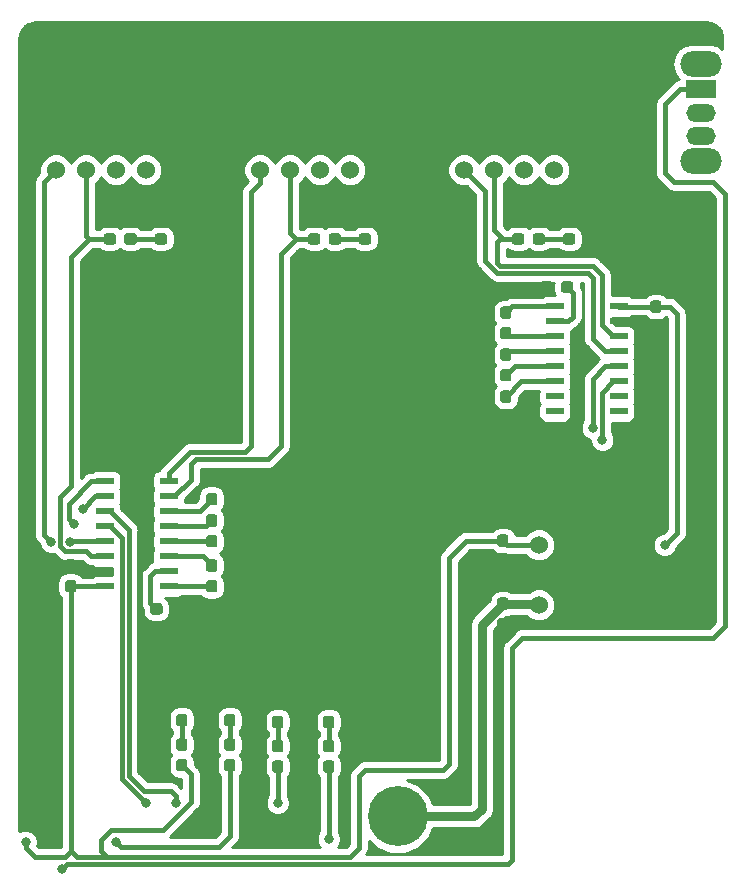
<source format=gbr>
G04 #@! TF.GenerationSoftware,KiCad,Pcbnew,(5.0.0)*
G04 #@! TF.CreationDate,2018-12-16T15:07:14-06:00*
G04 #@! TF.ProjectId,DriveBoard_Hardware,4472697665426F6172645F4861726477,rev?*
G04 #@! TF.SameCoordinates,Original*
G04 #@! TF.FileFunction,Copper,L1,Top,Signal*
G04 #@! TF.FilePolarity,Positive*
%FSLAX46Y46*%
G04 Gerber Fmt 4.6, Leading zero omitted, Abs format (unit mm)*
G04 Created by KiCad (PCBNEW (5.0.0)) date 12/16/18 15:07:14*
%MOMM*%
%LPD*%
G01*
G04 APERTURE LIST*
G04 #@! TA.AperFunction,Conductor*
%ADD10C,0.100000*%
G04 #@! TD*
G04 #@! TA.AperFunction,SMDPad,CuDef*
%ADD11C,0.950000*%
G04 #@! TD*
G04 #@! TA.AperFunction,ComponentPad*
%ADD12C,1.524000*%
G04 #@! TD*
G04 #@! TA.AperFunction,ComponentPad*
%ADD13C,5.080000*%
G04 #@! TD*
G04 #@! TA.AperFunction,SMDPad,CuDef*
%ADD14R,1.500000X0.600000*%
G04 #@! TD*
G04 #@! TA.AperFunction,ComponentPad*
%ADD15R,2.500000X1.500000*%
G04 #@! TD*
G04 #@! TA.AperFunction,ComponentPad*
%ADD16O,2.500000X1.500000*%
G04 #@! TD*
G04 #@! TA.AperFunction,ComponentPad*
%ADD17O,3.500000X2.200000*%
G04 #@! TD*
G04 #@! TA.AperFunction,ViaPad*
%ADD18C,0.800000*%
G04 #@! TD*
G04 #@! TA.AperFunction,Conductor*
%ADD19C,0.381000*%
G04 #@! TD*
G04 #@! TA.AperFunction,Conductor*
%ADD20C,0.762000*%
G04 #@! TD*
G04 #@! TA.AperFunction,Conductor*
%ADD21C,0.250000*%
G04 #@! TD*
G04 #@! TA.AperFunction,Conductor*
%ADD22C,0.254000*%
G04 #@! TD*
G04 APERTURE END LIST*
D10*
G04 #@! TO.N,TX_1_SL*
G04 #@! TO.C,R2*
G36*
X131120779Y-54390144D02*
X131143834Y-54393563D01*
X131166443Y-54399227D01*
X131188387Y-54407079D01*
X131209457Y-54417044D01*
X131229448Y-54429026D01*
X131248168Y-54442910D01*
X131265438Y-54458562D01*
X131281090Y-54475832D01*
X131294974Y-54494552D01*
X131306956Y-54514543D01*
X131316921Y-54535613D01*
X131324773Y-54557557D01*
X131330437Y-54580166D01*
X131333856Y-54603221D01*
X131335000Y-54626500D01*
X131335000Y-55101500D01*
X131333856Y-55124779D01*
X131330437Y-55147834D01*
X131324773Y-55170443D01*
X131316921Y-55192387D01*
X131306956Y-55213457D01*
X131294974Y-55233448D01*
X131281090Y-55252168D01*
X131265438Y-55269438D01*
X131248168Y-55285090D01*
X131229448Y-55298974D01*
X131209457Y-55310956D01*
X131188387Y-55320921D01*
X131166443Y-55328773D01*
X131143834Y-55334437D01*
X131120779Y-55337856D01*
X131097500Y-55339000D01*
X130522500Y-55339000D01*
X130499221Y-55337856D01*
X130476166Y-55334437D01*
X130453557Y-55328773D01*
X130431613Y-55320921D01*
X130410543Y-55310956D01*
X130390552Y-55298974D01*
X130371832Y-55285090D01*
X130354562Y-55269438D01*
X130338910Y-55252168D01*
X130325026Y-55233448D01*
X130313044Y-55213457D01*
X130303079Y-55192387D01*
X130295227Y-55170443D01*
X130289563Y-55147834D01*
X130286144Y-55124779D01*
X130285000Y-55101500D01*
X130285000Y-54626500D01*
X130286144Y-54603221D01*
X130289563Y-54580166D01*
X130295227Y-54557557D01*
X130303079Y-54535613D01*
X130313044Y-54514543D01*
X130325026Y-54494552D01*
X130338910Y-54475832D01*
X130354562Y-54458562D01*
X130371832Y-54442910D01*
X130390552Y-54429026D01*
X130410543Y-54417044D01*
X130431613Y-54407079D01*
X130453557Y-54399227D01*
X130476166Y-54393563D01*
X130499221Y-54390144D01*
X130522500Y-54389000D01*
X131097500Y-54389000D01*
X131120779Y-54390144D01*
X131120779Y-54390144D01*
G37*
D11*
G04 #@! TD*
G04 #@! TO.P,R2,2*
G04 #@! TO.N,TX_1_SL*
X130810000Y-54864000D03*
D10*
G04 #@! TO.N,Net-(D3-Pad2)*
G04 #@! TO.C,R2*
G36*
X132870779Y-54390144D02*
X132893834Y-54393563D01*
X132916443Y-54399227D01*
X132938387Y-54407079D01*
X132959457Y-54417044D01*
X132979448Y-54429026D01*
X132998168Y-54442910D01*
X133015438Y-54458562D01*
X133031090Y-54475832D01*
X133044974Y-54494552D01*
X133056956Y-54514543D01*
X133066921Y-54535613D01*
X133074773Y-54557557D01*
X133080437Y-54580166D01*
X133083856Y-54603221D01*
X133085000Y-54626500D01*
X133085000Y-55101500D01*
X133083856Y-55124779D01*
X133080437Y-55147834D01*
X133074773Y-55170443D01*
X133066921Y-55192387D01*
X133056956Y-55213457D01*
X133044974Y-55233448D01*
X133031090Y-55252168D01*
X133015438Y-55269438D01*
X132998168Y-55285090D01*
X132979448Y-55298974D01*
X132959457Y-55310956D01*
X132938387Y-55320921D01*
X132916443Y-55328773D01*
X132893834Y-55334437D01*
X132870779Y-55337856D01*
X132847500Y-55339000D01*
X132272500Y-55339000D01*
X132249221Y-55337856D01*
X132226166Y-55334437D01*
X132203557Y-55328773D01*
X132181613Y-55320921D01*
X132160543Y-55310956D01*
X132140552Y-55298974D01*
X132121832Y-55285090D01*
X132104562Y-55269438D01*
X132088910Y-55252168D01*
X132075026Y-55233448D01*
X132063044Y-55213457D01*
X132053079Y-55192387D01*
X132045227Y-55170443D01*
X132039563Y-55147834D01*
X132036144Y-55124779D01*
X132035000Y-55101500D01*
X132035000Y-54626500D01*
X132036144Y-54603221D01*
X132039563Y-54580166D01*
X132045227Y-54557557D01*
X132053079Y-54535613D01*
X132063044Y-54514543D01*
X132075026Y-54494552D01*
X132088910Y-54475832D01*
X132104562Y-54458562D01*
X132121832Y-54442910D01*
X132140552Y-54429026D01*
X132160543Y-54417044D01*
X132181613Y-54407079D01*
X132203557Y-54399227D01*
X132226166Y-54393563D01*
X132249221Y-54390144D01*
X132272500Y-54389000D01*
X132847500Y-54389000D01*
X132870779Y-54390144D01*
X132870779Y-54390144D01*
G37*
D11*
G04 #@! TD*
G04 #@! TO.P,R2,1*
G04 #@! TO.N,Net-(D3-Pad2)*
X132560000Y-54864000D03*
D10*
G04 #@! TO.N,TX_2_SL*
G04 #@! TO.C,R3*
G36*
X148420779Y-54390144D02*
X148443834Y-54393563D01*
X148466443Y-54399227D01*
X148488387Y-54407079D01*
X148509457Y-54417044D01*
X148529448Y-54429026D01*
X148548168Y-54442910D01*
X148565438Y-54458562D01*
X148581090Y-54475832D01*
X148594974Y-54494552D01*
X148606956Y-54514543D01*
X148616921Y-54535613D01*
X148624773Y-54557557D01*
X148630437Y-54580166D01*
X148633856Y-54603221D01*
X148635000Y-54626500D01*
X148635000Y-55101500D01*
X148633856Y-55124779D01*
X148630437Y-55147834D01*
X148624773Y-55170443D01*
X148616921Y-55192387D01*
X148606956Y-55213457D01*
X148594974Y-55233448D01*
X148581090Y-55252168D01*
X148565438Y-55269438D01*
X148548168Y-55285090D01*
X148529448Y-55298974D01*
X148509457Y-55310956D01*
X148488387Y-55320921D01*
X148466443Y-55328773D01*
X148443834Y-55334437D01*
X148420779Y-55337856D01*
X148397500Y-55339000D01*
X147822500Y-55339000D01*
X147799221Y-55337856D01*
X147776166Y-55334437D01*
X147753557Y-55328773D01*
X147731613Y-55320921D01*
X147710543Y-55310956D01*
X147690552Y-55298974D01*
X147671832Y-55285090D01*
X147654562Y-55269438D01*
X147638910Y-55252168D01*
X147625026Y-55233448D01*
X147613044Y-55213457D01*
X147603079Y-55192387D01*
X147595227Y-55170443D01*
X147589563Y-55147834D01*
X147586144Y-55124779D01*
X147585000Y-55101500D01*
X147585000Y-54626500D01*
X147586144Y-54603221D01*
X147589563Y-54580166D01*
X147595227Y-54557557D01*
X147603079Y-54535613D01*
X147613044Y-54514543D01*
X147625026Y-54494552D01*
X147638910Y-54475832D01*
X147654562Y-54458562D01*
X147671832Y-54442910D01*
X147690552Y-54429026D01*
X147710543Y-54417044D01*
X147731613Y-54407079D01*
X147753557Y-54399227D01*
X147776166Y-54393563D01*
X147799221Y-54390144D01*
X147822500Y-54389000D01*
X148397500Y-54389000D01*
X148420779Y-54390144D01*
X148420779Y-54390144D01*
G37*
D11*
G04 #@! TD*
G04 #@! TO.P,R3,2*
G04 #@! TO.N,TX_2_SL*
X148110000Y-54864000D03*
D10*
G04 #@! TO.N,Net-(D4-Pad2)*
G04 #@! TO.C,R3*
G36*
X150170779Y-54390144D02*
X150193834Y-54393563D01*
X150216443Y-54399227D01*
X150238387Y-54407079D01*
X150259457Y-54417044D01*
X150279448Y-54429026D01*
X150298168Y-54442910D01*
X150315438Y-54458562D01*
X150331090Y-54475832D01*
X150344974Y-54494552D01*
X150356956Y-54514543D01*
X150366921Y-54535613D01*
X150374773Y-54557557D01*
X150380437Y-54580166D01*
X150383856Y-54603221D01*
X150385000Y-54626500D01*
X150385000Y-55101500D01*
X150383856Y-55124779D01*
X150380437Y-55147834D01*
X150374773Y-55170443D01*
X150366921Y-55192387D01*
X150356956Y-55213457D01*
X150344974Y-55233448D01*
X150331090Y-55252168D01*
X150315438Y-55269438D01*
X150298168Y-55285090D01*
X150279448Y-55298974D01*
X150259457Y-55310956D01*
X150238387Y-55320921D01*
X150216443Y-55328773D01*
X150193834Y-55334437D01*
X150170779Y-55337856D01*
X150147500Y-55339000D01*
X149572500Y-55339000D01*
X149549221Y-55337856D01*
X149526166Y-55334437D01*
X149503557Y-55328773D01*
X149481613Y-55320921D01*
X149460543Y-55310956D01*
X149440552Y-55298974D01*
X149421832Y-55285090D01*
X149404562Y-55269438D01*
X149388910Y-55252168D01*
X149375026Y-55233448D01*
X149363044Y-55213457D01*
X149353079Y-55192387D01*
X149345227Y-55170443D01*
X149339563Y-55147834D01*
X149336144Y-55124779D01*
X149335000Y-55101500D01*
X149335000Y-54626500D01*
X149336144Y-54603221D01*
X149339563Y-54580166D01*
X149345227Y-54557557D01*
X149353079Y-54535613D01*
X149363044Y-54514543D01*
X149375026Y-54494552D01*
X149388910Y-54475832D01*
X149404562Y-54458562D01*
X149421832Y-54442910D01*
X149440552Y-54429026D01*
X149460543Y-54417044D01*
X149481613Y-54407079D01*
X149503557Y-54399227D01*
X149526166Y-54393563D01*
X149549221Y-54390144D01*
X149572500Y-54389000D01*
X150147500Y-54389000D01*
X150170779Y-54390144D01*
X150170779Y-54390144D01*
G37*
D11*
G04 #@! TD*
G04 #@! TO.P,R3,1*
G04 #@! TO.N,Net-(D4-Pad2)*
X149860000Y-54864000D03*
D10*
G04 #@! TO.N,TX_3_SL*
G04 #@! TO.C,R4*
G36*
X165692779Y-54390144D02*
X165715834Y-54393563D01*
X165738443Y-54399227D01*
X165760387Y-54407079D01*
X165781457Y-54417044D01*
X165801448Y-54429026D01*
X165820168Y-54442910D01*
X165837438Y-54458562D01*
X165853090Y-54475832D01*
X165866974Y-54494552D01*
X165878956Y-54514543D01*
X165888921Y-54535613D01*
X165896773Y-54557557D01*
X165902437Y-54580166D01*
X165905856Y-54603221D01*
X165907000Y-54626500D01*
X165907000Y-55101500D01*
X165905856Y-55124779D01*
X165902437Y-55147834D01*
X165896773Y-55170443D01*
X165888921Y-55192387D01*
X165878956Y-55213457D01*
X165866974Y-55233448D01*
X165853090Y-55252168D01*
X165837438Y-55269438D01*
X165820168Y-55285090D01*
X165801448Y-55298974D01*
X165781457Y-55310956D01*
X165760387Y-55320921D01*
X165738443Y-55328773D01*
X165715834Y-55334437D01*
X165692779Y-55337856D01*
X165669500Y-55339000D01*
X165094500Y-55339000D01*
X165071221Y-55337856D01*
X165048166Y-55334437D01*
X165025557Y-55328773D01*
X165003613Y-55320921D01*
X164982543Y-55310956D01*
X164962552Y-55298974D01*
X164943832Y-55285090D01*
X164926562Y-55269438D01*
X164910910Y-55252168D01*
X164897026Y-55233448D01*
X164885044Y-55213457D01*
X164875079Y-55192387D01*
X164867227Y-55170443D01*
X164861563Y-55147834D01*
X164858144Y-55124779D01*
X164857000Y-55101500D01*
X164857000Y-54626500D01*
X164858144Y-54603221D01*
X164861563Y-54580166D01*
X164867227Y-54557557D01*
X164875079Y-54535613D01*
X164885044Y-54514543D01*
X164897026Y-54494552D01*
X164910910Y-54475832D01*
X164926562Y-54458562D01*
X164943832Y-54442910D01*
X164962552Y-54429026D01*
X164982543Y-54417044D01*
X165003613Y-54407079D01*
X165025557Y-54399227D01*
X165048166Y-54393563D01*
X165071221Y-54390144D01*
X165094500Y-54389000D01*
X165669500Y-54389000D01*
X165692779Y-54390144D01*
X165692779Y-54390144D01*
G37*
D11*
G04 #@! TD*
G04 #@! TO.P,R4,2*
G04 #@! TO.N,TX_3_SL*
X165382000Y-54864000D03*
D10*
G04 #@! TO.N,Net-(D5-Pad2)*
G04 #@! TO.C,R4*
G36*
X167442779Y-54390144D02*
X167465834Y-54393563D01*
X167488443Y-54399227D01*
X167510387Y-54407079D01*
X167531457Y-54417044D01*
X167551448Y-54429026D01*
X167570168Y-54442910D01*
X167587438Y-54458562D01*
X167603090Y-54475832D01*
X167616974Y-54494552D01*
X167628956Y-54514543D01*
X167638921Y-54535613D01*
X167646773Y-54557557D01*
X167652437Y-54580166D01*
X167655856Y-54603221D01*
X167657000Y-54626500D01*
X167657000Y-55101500D01*
X167655856Y-55124779D01*
X167652437Y-55147834D01*
X167646773Y-55170443D01*
X167638921Y-55192387D01*
X167628956Y-55213457D01*
X167616974Y-55233448D01*
X167603090Y-55252168D01*
X167587438Y-55269438D01*
X167570168Y-55285090D01*
X167551448Y-55298974D01*
X167531457Y-55310956D01*
X167510387Y-55320921D01*
X167488443Y-55328773D01*
X167465834Y-55334437D01*
X167442779Y-55337856D01*
X167419500Y-55339000D01*
X166844500Y-55339000D01*
X166821221Y-55337856D01*
X166798166Y-55334437D01*
X166775557Y-55328773D01*
X166753613Y-55320921D01*
X166732543Y-55310956D01*
X166712552Y-55298974D01*
X166693832Y-55285090D01*
X166676562Y-55269438D01*
X166660910Y-55252168D01*
X166647026Y-55233448D01*
X166635044Y-55213457D01*
X166625079Y-55192387D01*
X166617227Y-55170443D01*
X166611563Y-55147834D01*
X166608144Y-55124779D01*
X166607000Y-55101500D01*
X166607000Y-54626500D01*
X166608144Y-54603221D01*
X166611563Y-54580166D01*
X166617227Y-54557557D01*
X166625079Y-54535613D01*
X166635044Y-54514543D01*
X166647026Y-54494552D01*
X166660910Y-54475832D01*
X166676562Y-54458562D01*
X166693832Y-54442910D01*
X166712552Y-54429026D01*
X166732543Y-54417044D01*
X166753613Y-54407079D01*
X166775557Y-54399227D01*
X166798166Y-54393563D01*
X166821221Y-54390144D01*
X166844500Y-54389000D01*
X167419500Y-54389000D01*
X167442779Y-54390144D01*
X167442779Y-54390144D01*
G37*
D11*
G04 #@! TD*
G04 #@! TO.P,R4,1*
G04 #@! TO.N,Net-(D5-Pad2)*
X167132000Y-54864000D03*
D10*
G04 #@! TO.N,Lspeed*
G04 #@! TO.C,R5*
G36*
X149612779Y-99016144D02*
X149635834Y-99019563D01*
X149658443Y-99025227D01*
X149680387Y-99033079D01*
X149701457Y-99043044D01*
X149721448Y-99055026D01*
X149740168Y-99068910D01*
X149757438Y-99084562D01*
X149773090Y-99101832D01*
X149786974Y-99120552D01*
X149798956Y-99140543D01*
X149808921Y-99161613D01*
X149816773Y-99183557D01*
X149822437Y-99206166D01*
X149825856Y-99229221D01*
X149827000Y-99252500D01*
X149827000Y-99827500D01*
X149825856Y-99850779D01*
X149822437Y-99873834D01*
X149816773Y-99896443D01*
X149808921Y-99918387D01*
X149798956Y-99939457D01*
X149786974Y-99959448D01*
X149773090Y-99978168D01*
X149757438Y-99995438D01*
X149740168Y-100011090D01*
X149721448Y-100024974D01*
X149701457Y-100036956D01*
X149680387Y-100046921D01*
X149658443Y-100054773D01*
X149635834Y-100060437D01*
X149612779Y-100063856D01*
X149589500Y-100065000D01*
X149114500Y-100065000D01*
X149091221Y-100063856D01*
X149068166Y-100060437D01*
X149045557Y-100054773D01*
X149023613Y-100046921D01*
X149002543Y-100036956D01*
X148982552Y-100024974D01*
X148963832Y-100011090D01*
X148946562Y-99995438D01*
X148930910Y-99978168D01*
X148917026Y-99959448D01*
X148905044Y-99939457D01*
X148895079Y-99918387D01*
X148887227Y-99896443D01*
X148881563Y-99873834D01*
X148878144Y-99850779D01*
X148877000Y-99827500D01*
X148877000Y-99252500D01*
X148878144Y-99229221D01*
X148881563Y-99206166D01*
X148887227Y-99183557D01*
X148895079Y-99161613D01*
X148905044Y-99140543D01*
X148917026Y-99120552D01*
X148930910Y-99101832D01*
X148946562Y-99084562D01*
X148963832Y-99068910D01*
X148982552Y-99055026D01*
X149002543Y-99043044D01*
X149023613Y-99033079D01*
X149045557Y-99025227D01*
X149068166Y-99019563D01*
X149091221Y-99016144D01*
X149114500Y-99015000D01*
X149589500Y-99015000D01*
X149612779Y-99016144D01*
X149612779Y-99016144D01*
G37*
D11*
G04 #@! TD*
G04 #@! TO.P,R5,2*
G04 #@! TO.N,Lspeed*
X149352000Y-99540000D03*
D10*
G04 #@! TO.N,Net-(D6-Pad2)*
G04 #@! TO.C,R5*
G36*
X149612779Y-97266144D02*
X149635834Y-97269563D01*
X149658443Y-97275227D01*
X149680387Y-97283079D01*
X149701457Y-97293044D01*
X149721448Y-97305026D01*
X149740168Y-97318910D01*
X149757438Y-97334562D01*
X149773090Y-97351832D01*
X149786974Y-97370552D01*
X149798956Y-97390543D01*
X149808921Y-97411613D01*
X149816773Y-97433557D01*
X149822437Y-97456166D01*
X149825856Y-97479221D01*
X149827000Y-97502500D01*
X149827000Y-98077500D01*
X149825856Y-98100779D01*
X149822437Y-98123834D01*
X149816773Y-98146443D01*
X149808921Y-98168387D01*
X149798956Y-98189457D01*
X149786974Y-98209448D01*
X149773090Y-98228168D01*
X149757438Y-98245438D01*
X149740168Y-98261090D01*
X149721448Y-98274974D01*
X149701457Y-98286956D01*
X149680387Y-98296921D01*
X149658443Y-98304773D01*
X149635834Y-98310437D01*
X149612779Y-98313856D01*
X149589500Y-98315000D01*
X149114500Y-98315000D01*
X149091221Y-98313856D01*
X149068166Y-98310437D01*
X149045557Y-98304773D01*
X149023613Y-98296921D01*
X149002543Y-98286956D01*
X148982552Y-98274974D01*
X148963832Y-98261090D01*
X148946562Y-98245438D01*
X148930910Y-98228168D01*
X148917026Y-98209448D01*
X148905044Y-98189457D01*
X148895079Y-98168387D01*
X148887227Y-98146443D01*
X148881563Y-98123834D01*
X148878144Y-98100779D01*
X148877000Y-98077500D01*
X148877000Y-97502500D01*
X148878144Y-97479221D01*
X148881563Y-97456166D01*
X148887227Y-97433557D01*
X148895079Y-97411613D01*
X148905044Y-97390543D01*
X148917026Y-97370552D01*
X148930910Y-97351832D01*
X148946562Y-97334562D01*
X148963832Y-97318910D01*
X148982552Y-97305026D01*
X149002543Y-97293044D01*
X149023613Y-97283079D01*
X149045557Y-97275227D01*
X149068166Y-97269563D01*
X149091221Y-97266144D01*
X149114500Y-97265000D01*
X149589500Y-97265000D01*
X149612779Y-97266144D01*
X149612779Y-97266144D01*
G37*
D11*
G04 #@! TD*
G04 #@! TO.P,R5,1*
G04 #@! TO.N,Net-(D6-Pad2)*
X149352000Y-97790000D03*
D10*
G04 #@! TO.N,Rspeed*
G04 #@! TO.C,R6*
G36*
X145294779Y-99016144D02*
X145317834Y-99019563D01*
X145340443Y-99025227D01*
X145362387Y-99033079D01*
X145383457Y-99043044D01*
X145403448Y-99055026D01*
X145422168Y-99068910D01*
X145439438Y-99084562D01*
X145455090Y-99101832D01*
X145468974Y-99120552D01*
X145480956Y-99140543D01*
X145490921Y-99161613D01*
X145498773Y-99183557D01*
X145504437Y-99206166D01*
X145507856Y-99229221D01*
X145509000Y-99252500D01*
X145509000Y-99827500D01*
X145507856Y-99850779D01*
X145504437Y-99873834D01*
X145498773Y-99896443D01*
X145490921Y-99918387D01*
X145480956Y-99939457D01*
X145468974Y-99959448D01*
X145455090Y-99978168D01*
X145439438Y-99995438D01*
X145422168Y-100011090D01*
X145403448Y-100024974D01*
X145383457Y-100036956D01*
X145362387Y-100046921D01*
X145340443Y-100054773D01*
X145317834Y-100060437D01*
X145294779Y-100063856D01*
X145271500Y-100065000D01*
X144796500Y-100065000D01*
X144773221Y-100063856D01*
X144750166Y-100060437D01*
X144727557Y-100054773D01*
X144705613Y-100046921D01*
X144684543Y-100036956D01*
X144664552Y-100024974D01*
X144645832Y-100011090D01*
X144628562Y-99995438D01*
X144612910Y-99978168D01*
X144599026Y-99959448D01*
X144587044Y-99939457D01*
X144577079Y-99918387D01*
X144569227Y-99896443D01*
X144563563Y-99873834D01*
X144560144Y-99850779D01*
X144559000Y-99827500D01*
X144559000Y-99252500D01*
X144560144Y-99229221D01*
X144563563Y-99206166D01*
X144569227Y-99183557D01*
X144577079Y-99161613D01*
X144587044Y-99140543D01*
X144599026Y-99120552D01*
X144612910Y-99101832D01*
X144628562Y-99084562D01*
X144645832Y-99068910D01*
X144664552Y-99055026D01*
X144684543Y-99043044D01*
X144705613Y-99033079D01*
X144727557Y-99025227D01*
X144750166Y-99019563D01*
X144773221Y-99016144D01*
X144796500Y-99015000D01*
X145271500Y-99015000D01*
X145294779Y-99016144D01*
X145294779Y-99016144D01*
G37*
D11*
G04 #@! TD*
G04 #@! TO.P,R6,2*
G04 #@! TO.N,Rspeed*
X145034000Y-99540000D03*
D10*
G04 #@! TO.N,Net-(D7-Pad2)*
G04 #@! TO.C,R6*
G36*
X145294779Y-97266144D02*
X145317834Y-97269563D01*
X145340443Y-97275227D01*
X145362387Y-97283079D01*
X145383457Y-97293044D01*
X145403448Y-97305026D01*
X145422168Y-97318910D01*
X145439438Y-97334562D01*
X145455090Y-97351832D01*
X145468974Y-97370552D01*
X145480956Y-97390543D01*
X145490921Y-97411613D01*
X145498773Y-97433557D01*
X145504437Y-97456166D01*
X145507856Y-97479221D01*
X145509000Y-97502500D01*
X145509000Y-98077500D01*
X145507856Y-98100779D01*
X145504437Y-98123834D01*
X145498773Y-98146443D01*
X145490921Y-98168387D01*
X145480956Y-98189457D01*
X145468974Y-98209448D01*
X145455090Y-98228168D01*
X145439438Y-98245438D01*
X145422168Y-98261090D01*
X145403448Y-98274974D01*
X145383457Y-98286956D01*
X145362387Y-98296921D01*
X145340443Y-98304773D01*
X145317834Y-98310437D01*
X145294779Y-98313856D01*
X145271500Y-98315000D01*
X144796500Y-98315000D01*
X144773221Y-98313856D01*
X144750166Y-98310437D01*
X144727557Y-98304773D01*
X144705613Y-98296921D01*
X144684543Y-98286956D01*
X144664552Y-98274974D01*
X144645832Y-98261090D01*
X144628562Y-98245438D01*
X144612910Y-98228168D01*
X144599026Y-98209448D01*
X144587044Y-98189457D01*
X144577079Y-98168387D01*
X144569227Y-98146443D01*
X144563563Y-98123834D01*
X144560144Y-98100779D01*
X144559000Y-98077500D01*
X144559000Y-97502500D01*
X144560144Y-97479221D01*
X144563563Y-97456166D01*
X144569227Y-97433557D01*
X144577079Y-97411613D01*
X144587044Y-97390543D01*
X144599026Y-97370552D01*
X144612910Y-97351832D01*
X144628562Y-97334562D01*
X144645832Y-97318910D01*
X144664552Y-97305026D01*
X144684543Y-97293044D01*
X144705613Y-97283079D01*
X144727557Y-97275227D01*
X144750166Y-97269563D01*
X144773221Y-97266144D01*
X144796500Y-97265000D01*
X145271500Y-97265000D01*
X145294779Y-97266144D01*
X145294779Y-97266144D01*
G37*
D11*
G04 #@! TD*
G04 #@! TO.P,R6,1*
G04 #@! TO.N,Net-(D7-Pad2)*
X145034000Y-97790000D03*
D10*
G04 #@! TO.N,Watchdog*
G04 #@! TO.C,R7*
G36*
X141230779Y-98903144D02*
X141253834Y-98906563D01*
X141276443Y-98912227D01*
X141298387Y-98920079D01*
X141319457Y-98930044D01*
X141339448Y-98942026D01*
X141358168Y-98955910D01*
X141375438Y-98971562D01*
X141391090Y-98988832D01*
X141404974Y-99007552D01*
X141416956Y-99027543D01*
X141426921Y-99048613D01*
X141434773Y-99070557D01*
X141440437Y-99093166D01*
X141443856Y-99116221D01*
X141445000Y-99139500D01*
X141445000Y-99714500D01*
X141443856Y-99737779D01*
X141440437Y-99760834D01*
X141434773Y-99783443D01*
X141426921Y-99805387D01*
X141416956Y-99826457D01*
X141404974Y-99846448D01*
X141391090Y-99865168D01*
X141375438Y-99882438D01*
X141358168Y-99898090D01*
X141339448Y-99911974D01*
X141319457Y-99923956D01*
X141298387Y-99933921D01*
X141276443Y-99941773D01*
X141253834Y-99947437D01*
X141230779Y-99950856D01*
X141207500Y-99952000D01*
X140732500Y-99952000D01*
X140709221Y-99950856D01*
X140686166Y-99947437D01*
X140663557Y-99941773D01*
X140641613Y-99933921D01*
X140620543Y-99923956D01*
X140600552Y-99911974D01*
X140581832Y-99898090D01*
X140564562Y-99882438D01*
X140548910Y-99865168D01*
X140535026Y-99846448D01*
X140523044Y-99826457D01*
X140513079Y-99805387D01*
X140505227Y-99783443D01*
X140499563Y-99760834D01*
X140496144Y-99737779D01*
X140495000Y-99714500D01*
X140495000Y-99139500D01*
X140496144Y-99116221D01*
X140499563Y-99093166D01*
X140505227Y-99070557D01*
X140513079Y-99048613D01*
X140523044Y-99027543D01*
X140535026Y-99007552D01*
X140548910Y-98988832D01*
X140564562Y-98971562D01*
X140581832Y-98955910D01*
X140600552Y-98942026D01*
X140620543Y-98930044D01*
X140641613Y-98920079D01*
X140663557Y-98912227D01*
X140686166Y-98906563D01*
X140709221Y-98903144D01*
X140732500Y-98902000D01*
X141207500Y-98902000D01*
X141230779Y-98903144D01*
X141230779Y-98903144D01*
G37*
D11*
G04 #@! TD*
G04 #@! TO.P,R7,2*
G04 #@! TO.N,Watchdog*
X140970000Y-99427000D03*
D10*
G04 #@! TO.N,Net-(D8-Pad2)*
G04 #@! TO.C,R7*
G36*
X141230779Y-97153144D02*
X141253834Y-97156563D01*
X141276443Y-97162227D01*
X141298387Y-97170079D01*
X141319457Y-97180044D01*
X141339448Y-97192026D01*
X141358168Y-97205910D01*
X141375438Y-97221562D01*
X141391090Y-97238832D01*
X141404974Y-97257552D01*
X141416956Y-97277543D01*
X141426921Y-97298613D01*
X141434773Y-97320557D01*
X141440437Y-97343166D01*
X141443856Y-97366221D01*
X141445000Y-97389500D01*
X141445000Y-97964500D01*
X141443856Y-97987779D01*
X141440437Y-98010834D01*
X141434773Y-98033443D01*
X141426921Y-98055387D01*
X141416956Y-98076457D01*
X141404974Y-98096448D01*
X141391090Y-98115168D01*
X141375438Y-98132438D01*
X141358168Y-98148090D01*
X141339448Y-98161974D01*
X141319457Y-98173956D01*
X141298387Y-98183921D01*
X141276443Y-98191773D01*
X141253834Y-98197437D01*
X141230779Y-98200856D01*
X141207500Y-98202000D01*
X140732500Y-98202000D01*
X140709221Y-98200856D01*
X140686166Y-98197437D01*
X140663557Y-98191773D01*
X140641613Y-98183921D01*
X140620543Y-98173956D01*
X140600552Y-98161974D01*
X140581832Y-98148090D01*
X140564562Y-98132438D01*
X140548910Y-98115168D01*
X140535026Y-98096448D01*
X140523044Y-98076457D01*
X140513079Y-98055387D01*
X140505227Y-98033443D01*
X140499563Y-98010834D01*
X140496144Y-97987779D01*
X140495000Y-97964500D01*
X140495000Y-97389500D01*
X140496144Y-97366221D01*
X140499563Y-97343166D01*
X140505227Y-97320557D01*
X140513079Y-97298613D01*
X140523044Y-97277543D01*
X140535026Y-97257552D01*
X140548910Y-97238832D01*
X140564562Y-97221562D01*
X140581832Y-97205910D01*
X140600552Y-97192026D01*
X140620543Y-97180044D01*
X140641613Y-97170079D01*
X140663557Y-97162227D01*
X140686166Y-97156563D01*
X140709221Y-97153144D01*
X140732500Y-97152000D01*
X141207500Y-97152000D01*
X141230779Y-97153144D01*
X141230779Y-97153144D01*
G37*
D11*
G04 #@! TD*
G04 #@! TO.P,R7,1*
G04 #@! TO.N,Net-(D8-Pad2)*
X140970000Y-97677000D03*
D10*
G04 #@! TO.N,+5V*
G04 #@! TO.C,R1*
G36*
X137166779Y-98903144D02*
X137189834Y-98906563D01*
X137212443Y-98912227D01*
X137234387Y-98920079D01*
X137255457Y-98930044D01*
X137275448Y-98942026D01*
X137294168Y-98955910D01*
X137311438Y-98971562D01*
X137327090Y-98988832D01*
X137340974Y-99007552D01*
X137352956Y-99027543D01*
X137362921Y-99048613D01*
X137370773Y-99070557D01*
X137376437Y-99093166D01*
X137379856Y-99116221D01*
X137381000Y-99139500D01*
X137381000Y-99714500D01*
X137379856Y-99737779D01*
X137376437Y-99760834D01*
X137370773Y-99783443D01*
X137362921Y-99805387D01*
X137352956Y-99826457D01*
X137340974Y-99846448D01*
X137327090Y-99865168D01*
X137311438Y-99882438D01*
X137294168Y-99898090D01*
X137275448Y-99911974D01*
X137255457Y-99923956D01*
X137234387Y-99933921D01*
X137212443Y-99941773D01*
X137189834Y-99947437D01*
X137166779Y-99950856D01*
X137143500Y-99952000D01*
X136668500Y-99952000D01*
X136645221Y-99950856D01*
X136622166Y-99947437D01*
X136599557Y-99941773D01*
X136577613Y-99933921D01*
X136556543Y-99923956D01*
X136536552Y-99911974D01*
X136517832Y-99898090D01*
X136500562Y-99882438D01*
X136484910Y-99865168D01*
X136471026Y-99846448D01*
X136459044Y-99826457D01*
X136449079Y-99805387D01*
X136441227Y-99783443D01*
X136435563Y-99760834D01*
X136432144Y-99737779D01*
X136431000Y-99714500D01*
X136431000Y-99139500D01*
X136432144Y-99116221D01*
X136435563Y-99093166D01*
X136441227Y-99070557D01*
X136449079Y-99048613D01*
X136459044Y-99027543D01*
X136471026Y-99007552D01*
X136484910Y-98988832D01*
X136500562Y-98971562D01*
X136517832Y-98955910D01*
X136536552Y-98942026D01*
X136556543Y-98930044D01*
X136577613Y-98920079D01*
X136599557Y-98912227D01*
X136622166Y-98906563D01*
X136645221Y-98903144D01*
X136668500Y-98902000D01*
X137143500Y-98902000D01*
X137166779Y-98903144D01*
X137166779Y-98903144D01*
G37*
D11*
G04 #@! TD*
G04 #@! TO.P,R1,2*
G04 #@! TO.N,+5V*
X136906000Y-99427000D03*
D10*
G04 #@! TO.N,Net-(D2-Pad2)*
G04 #@! TO.C,R1*
G36*
X137166779Y-97153144D02*
X137189834Y-97156563D01*
X137212443Y-97162227D01*
X137234387Y-97170079D01*
X137255457Y-97180044D01*
X137275448Y-97192026D01*
X137294168Y-97205910D01*
X137311438Y-97221562D01*
X137327090Y-97238832D01*
X137340974Y-97257552D01*
X137352956Y-97277543D01*
X137362921Y-97298613D01*
X137370773Y-97320557D01*
X137376437Y-97343166D01*
X137379856Y-97366221D01*
X137381000Y-97389500D01*
X137381000Y-97964500D01*
X137379856Y-97987779D01*
X137376437Y-98010834D01*
X137370773Y-98033443D01*
X137362921Y-98055387D01*
X137352956Y-98076457D01*
X137340974Y-98096448D01*
X137327090Y-98115168D01*
X137311438Y-98132438D01*
X137294168Y-98148090D01*
X137275448Y-98161974D01*
X137255457Y-98173956D01*
X137234387Y-98183921D01*
X137212443Y-98191773D01*
X137189834Y-98197437D01*
X137166779Y-98200856D01*
X137143500Y-98202000D01*
X136668500Y-98202000D01*
X136645221Y-98200856D01*
X136622166Y-98197437D01*
X136599557Y-98191773D01*
X136577613Y-98183921D01*
X136556543Y-98173956D01*
X136536552Y-98161974D01*
X136517832Y-98148090D01*
X136500562Y-98132438D01*
X136484910Y-98115168D01*
X136471026Y-98096448D01*
X136459044Y-98076457D01*
X136449079Y-98055387D01*
X136441227Y-98033443D01*
X136435563Y-98010834D01*
X136432144Y-97987779D01*
X136431000Y-97964500D01*
X136431000Y-97389500D01*
X136432144Y-97366221D01*
X136435563Y-97343166D01*
X136441227Y-97320557D01*
X136449079Y-97298613D01*
X136459044Y-97277543D01*
X136471026Y-97257552D01*
X136484910Y-97238832D01*
X136500562Y-97221562D01*
X136517832Y-97205910D01*
X136536552Y-97192026D01*
X136556543Y-97180044D01*
X136577613Y-97170079D01*
X136599557Y-97162227D01*
X136622166Y-97156563D01*
X136645221Y-97153144D01*
X136668500Y-97152000D01*
X137143500Y-97152000D01*
X137166779Y-97153144D01*
X137166779Y-97153144D01*
G37*
D11*
G04 #@! TD*
G04 #@! TO.P,R1,1*
G04 #@! TO.N,Net-(D2-Pad2)*
X136906000Y-97677000D03*
D12*
G04 #@! TO.P,Conn2,1*
G04 #@! TO.N,RX_1_SL*
X126238000Y-49022000D03*
G04 #@! TO.P,Conn2,2*
G04 #@! TO.N,TX_1_SL*
X128778000Y-49022000D03*
G04 #@! TO.P,Conn2,3*
G04 #@! TO.N,Net-(Conn2-Pad3)*
X131318000Y-49022000D03*
G04 #@! TO.P,Conn2,4*
G04 #@! TO.N,Net-(Conn2-Pad4)*
X133858000Y-49022000D03*
G04 #@! TO.P,Conn2,5*
G04 #@! TO.N,GND*
X136398000Y-49022000D03*
G04 #@! TD*
G04 #@! TO.P,U3,1*
G04 #@! TO.N,/+12V*
X167132000Y-85852000D03*
G04 #@! TO.P,U3,2*
G04 #@! TO.N,GND*
X167132000Y-83312000D03*
G04 #@! TO.P,U3,3*
G04 #@! TO.N,+5V*
X167132000Y-80772000D03*
G04 #@! TD*
G04 #@! TO.P,Conn3,1*
G04 #@! TO.N,RX_2_SL*
X143510000Y-49022000D03*
G04 #@! TO.P,Conn3,2*
G04 #@! TO.N,TX_2_SL*
X146050000Y-49022000D03*
G04 #@! TO.P,Conn3,3*
G04 #@! TO.N,Net-(Conn3-Pad3)*
X148590000Y-49022000D03*
G04 #@! TO.P,Conn3,4*
G04 #@! TO.N,Net-(Conn3-Pad4)*
X151130000Y-49022000D03*
G04 #@! TO.P,Conn3,5*
G04 #@! TO.N,GND*
X153670000Y-49022000D03*
G04 #@! TD*
G04 #@! TO.P,Conn4,1*
G04 #@! TO.N,RX_3_SL*
X160782000Y-49022000D03*
G04 #@! TO.P,Conn4,2*
G04 #@! TO.N,TX_3_SL*
X163322000Y-49022000D03*
G04 #@! TO.P,Conn4,3*
G04 #@! TO.N,Net-(Conn4-Pad3)*
X165862000Y-49022000D03*
G04 #@! TO.P,Conn4,4*
G04 #@! TO.N,Net-(Conn4-Pad4)*
X168402000Y-49022000D03*
G04 #@! TO.P,Conn4,5*
G04 #@! TO.N,GND*
X170942000Y-49022000D03*
G04 #@! TD*
D10*
G04 #@! TO.N,+5V*
G04 #@! TO.C,C1*
G36*
X127755050Y-83746307D02*
X127778105Y-83749726D01*
X127800714Y-83755390D01*
X127822658Y-83763242D01*
X127843728Y-83773207D01*
X127863719Y-83785189D01*
X127882439Y-83799073D01*
X127899709Y-83814725D01*
X127915361Y-83831995D01*
X127929245Y-83850715D01*
X127941227Y-83870706D01*
X127951192Y-83891776D01*
X127959044Y-83913720D01*
X127964708Y-83936329D01*
X127968127Y-83959384D01*
X127969271Y-83982663D01*
X127969271Y-84557663D01*
X127968127Y-84580942D01*
X127964708Y-84603997D01*
X127959044Y-84626606D01*
X127951192Y-84648550D01*
X127941227Y-84669620D01*
X127929245Y-84689611D01*
X127915361Y-84708331D01*
X127899709Y-84725601D01*
X127882439Y-84741253D01*
X127863719Y-84755137D01*
X127843728Y-84767119D01*
X127822658Y-84777084D01*
X127800714Y-84784936D01*
X127778105Y-84790600D01*
X127755050Y-84794019D01*
X127731771Y-84795163D01*
X127256771Y-84795163D01*
X127233492Y-84794019D01*
X127210437Y-84790600D01*
X127187828Y-84784936D01*
X127165884Y-84777084D01*
X127144814Y-84767119D01*
X127124823Y-84755137D01*
X127106103Y-84741253D01*
X127088833Y-84725601D01*
X127073181Y-84708331D01*
X127059297Y-84689611D01*
X127047315Y-84669620D01*
X127037350Y-84648550D01*
X127029498Y-84626606D01*
X127023834Y-84603997D01*
X127020415Y-84580942D01*
X127019271Y-84557663D01*
X127019271Y-83982663D01*
X127020415Y-83959384D01*
X127023834Y-83936329D01*
X127029498Y-83913720D01*
X127037350Y-83891776D01*
X127047315Y-83870706D01*
X127059297Y-83850715D01*
X127073181Y-83831995D01*
X127088833Y-83814725D01*
X127106103Y-83799073D01*
X127124823Y-83785189D01*
X127144814Y-83773207D01*
X127165884Y-83763242D01*
X127187828Y-83755390D01*
X127210437Y-83749726D01*
X127233492Y-83746307D01*
X127256771Y-83745163D01*
X127731771Y-83745163D01*
X127755050Y-83746307D01*
X127755050Y-83746307D01*
G37*
D11*
G04 #@! TD*
G04 #@! TO.P,C1,2*
G04 #@! TO.N,+5V*
X127494271Y-84270163D03*
D10*
G04 #@! TO.N,GND*
G04 #@! TO.C,C1*
G36*
X127755050Y-81996307D02*
X127778105Y-81999726D01*
X127800714Y-82005390D01*
X127822658Y-82013242D01*
X127843728Y-82023207D01*
X127863719Y-82035189D01*
X127882439Y-82049073D01*
X127899709Y-82064725D01*
X127915361Y-82081995D01*
X127929245Y-82100715D01*
X127941227Y-82120706D01*
X127951192Y-82141776D01*
X127959044Y-82163720D01*
X127964708Y-82186329D01*
X127968127Y-82209384D01*
X127969271Y-82232663D01*
X127969271Y-82807663D01*
X127968127Y-82830942D01*
X127964708Y-82853997D01*
X127959044Y-82876606D01*
X127951192Y-82898550D01*
X127941227Y-82919620D01*
X127929245Y-82939611D01*
X127915361Y-82958331D01*
X127899709Y-82975601D01*
X127882439Y-82991253D01*
X127863719Y-83005137D01*
X127843728Y-83017119D01*
X127822658Y-83027084D01*
X127800714Y-83034936D01*
X127778105Y-83040600D01*
X127755050Y-83044019D01*
X127731771Y-83045163D01*
X127256771Y-83045163D01*
X127233492Y-83044019D01*
X127210437Y-83040600D01*
X127187828Y-83034936D01*
X127165884Y-83027084D01*
X127144814Y-83017119D01*
X127124823Y-83005137D01*
X127106103Y-82991253D01*
X127088833Y-82975601D01*
X127073181Y-82958331D01*
X127059297Y-82939611D01*
X127047315Y-82919620D01*
X127037350Y-82898550D01*
X127029498Y-82876606D01*
X127023834Y-82853997D01*
X127020415Y-82830942D01*
X127019271Y-82807663D01*
X127019271Y-82232663D01*
X127020415Y-82209384D01*
X127023834Y-82186329D01*
X127029498Y-82163720D01*
X127037350Y-82141776D01*
X127047315Y-82120706D01*
X127059297Y-82100715D01*
X127073181Y-82081995D01*
X127088833Y-82064725D01*
X127106103Y-82049073D01*
X127124823Y-82035189D01*
X127144814Y-82023207D01*
X127165884Y-82013242D01*
X127187828Y-82005390D01*
X127210437Y-81999726D01*
X127233492Y-81996307D01*
X127256771Y-81995163D01*
X127731771Y-81995163D01*
X127755050Y-81996307D01*
X127755050Y-81996307D01*
G37*
D11*
G04 #@! TD*
G04 #@! TO.P,C1,1*
G04 #@! TO.N,GND*
X127494271Y-82520163D03*
D10*
G04 #@! TO.N,+5V*
G04 #@! TO.C,C2*
G36*
X177298779Y-60069144D02*
X177321834Y-60072563D01*
X177344443Y-60078227D01*
X177366387Y-60086079D01*
X177387457Y-60096044D01*
X177407448Y-60108026D01*
X177426168Y-60121910D01*
X177443438Y-60137562D01*
X177459090Y-60154832D01*
X177472974Y-60173552D01*
X177484956Y-60193543D01*
X177494921Y-60214613D01*
X177502773Y-60236557D01*
X177508437Y-60259166D01*
X177511856Y-60282221D01*
X177513000Y-60305500D01*
X177513000Y-60880500D01*
X177511856Y-60903779D01*
X177508437Y-60926834D01*
X177502773Y-60949443D01*
X177494921Y-60971387D01*
X177484956Y-60992457D01*
X177472974Y-61012448D01*
X177459090Y-61031168D01*
X177443438Y-61048438D01*
X177426168Y-61064090D01*
X177407448Y-61077974D01*
X177387457Y-61089956D01*
X177366387Y-61099921D01*
X177344443Y-61107773D01*
X177321834Y-61113437D01*
X177298779Y-61116856D01*
X177275500Y-61118000D01*
X176800500Y-61118000D01*
X176777221Y-61116856D01*
X176754166Y-61113437D01*
X176731557Y-61107773D01*
X176709613Y-61099921D01*
X176688543Y-61089956D01*
X176668552Y-61077974D01*
X176649832Y-61064090D01*
X176632562Y-61048438D01*
X176616910Y-61031168D01*
X176603026Y-61012448D01*
X176591044Y-60992457D01*
X176581079Y-60971387D01*
X176573227Y-60949443D01*
X176567563Y-60926834D01*
X176564144Y-60903779D01*
X176563000Y-60880500D01*
X176563000Y-60305500D01*
X176564144Y-60282221D01*
X176567563Y-60259166D01*
X176573227Y-60236557D01*
X176581079Y-60214613D01*
X176591044Y-60193543D01*
X176603026Y-60173552D01*
X176616910Y-60154832D01*
X176632562Y-60137562D01*
X176649832Y-60121910D01*
X176668552Y-60108026D01*
X176688543Y-60096044D01*
X176709613Y-60086079D01*
X176731557Y-60078227D01*
X176754166Y-60072563D01*
X176777221Y-60069144D01*
X176800500Y-60068000D01*
X177275500Y-60068000D01*
X177298779Y-60069144D01*
X177298779Y-60069144D01*
G37*
D11*
G04 #@! TD*
G04 #@! TO.P,C2,2*
G04 #@! TO.N,+5V*
X177038000Y-60593000D03*
D10*
G04 #@! TO.N,GND*
G04 #@! TO.C,C2*
G36*
X177298779Y-61819144D02*
X177321834Y-61822563D01*
X177344443Y-61828227D01*
X177366387Y-61836079D01*
X177387457Y-61846044D01*
X177407448Y-61858026D01*
X177426168Y-61871910D01*
X177443438Y-61887562D01*
X177459090Y-61904832D01*
X177472974Y-61923552D01*
X177484956Y-61943543D01*
X177494921Y-61964613D01*
X177502773Y-61986557D01*
X177508437Y-62009166D01*
X177511856Y-62032221D01*
X177513000Y-62055500D01*
X177513000Y-62630500D01*
X177511856Y-62653779D01*
X177508437Y-62676834D01*
X177502773Y-62699443D01*
X177494921Y-62721387D01*
X177484956Y-62742457D01*
X177472974Y-62762448D01*
X177459090Y-62781168D01*
X177443438Y-62798438D01*
X177426168Y-62814090D01*
X177407448Y-62827974D01*
X177387457Y-62839956D01*
X177366387Y-62849921D01*
X177344443Y-62857773D01*
X177321834Y-62863437D01*
X177298779Y-62866856D01*
X177275500Y-62868000D01*
X176800500Y-62868000D01*
X176777221Y-62866856D01*
X176754166Y-62863437D01*
X176731557Y-62857773D01*
X176709613Y-62849921D01*
X176688543Y-62839956D01*
X176668552Y-62827974D01*
X176649832Y-62814090D01*
X176632562Y-62798438D01*
X176616910Y-62781168D01*
X176603026Y-62762448D01*
X176591044Y-62742457D01*
X176581079Y-62721387D01*
X176573227Y-62699443D01*
X176567563Y-62676834D01*
X176564144Y-62653779D01*
X176563000Y-62630500D01*
X176563000Y-62055500D01*
X176564144Y-62032221D01*
X176567563Y-62009166D01*
X176573227Y-61986557D01*
X176581079Y-61964613D01*
X176591044Y-61943543D01*
X176603026Y-61923552D01*
X176616910Y-61904832D01*
X176632562Y-61887562D01*
X176649832Y-61871910D01*
X176668552Y-61858026D01*
X176688543Y-61846044D01*
X176709613Y-61836079D01*
X176731557Y-61828227D01*
X176754166Y-61822563D01*
X176777221Y-61819144D01*
X176800500Y-61818000D01*
X177275500Y-61818000D01*
X177298779Y-61819144D01*
X177298779Y-61819144D01*
G37*
D11*
G04 #@! TD*
G04 #@! TO.P,C2,1*
G04 #@! TO.N,GND*
X177038000Y-62343000D03*
D10*
G04 #@! TO.N,Net-(C3-Pad2)*
G04 #@! TO.C,C3*
G36*
X135058050Y-85715307D02*
X135081105Y-85718726D01*
X135103714Y-85724390D01*
X135125658Y-85732242D01*
X135146728Y-85742207D01*
X135166719Y-85754189D01*
X135185439Y-85768073D01*
X135202709Y-85783725D01*
X135218361Y-85800995D01*
X135232245Y-85819715D01*
X135244227Y-85839706D01*
X135254192Y-85860776D01*
X135262044Y-85882720D01*
X135267708Y-85905329D01*
X135271127Y-85928384D01*
X135272271Y-85951663D01*
X135272271Y-86426663D01*
X135271127Y-86449942D01*
X135267708Y-86472997D01*
X135262044Y-86495606D01*
X135254192Y-86517550D01*
X135244227Y-86538620D01*
X135232245Y-86558611D01*
X135218361Y-86577331D01*
X135202709Y-86594601D01*
X135185439Y-86610253D01*
X135166719Y-86624137D01*
X135146728Y-86636119D01*
X135125658Y-86646084D01*
X135103714Y-86653936D01*
X135081105Y-86659600D01*
X135058050Y-86663019D01*
X135034771Y-86664163D01*
X134459771Y-86664163D01*
X134436492Y-86663019D01*
X134413437Y-86659600D01*
X134390828Y-86653936D01*
X134368884Y-86646084D01*
X134347814Y-86636119D01*
X134327823Y-86624137D01*
X134309103Y-86610253D01*
X134291833Y-86594601D01*
X134276181Y-86577331D01*
X134262297Y-86558611D01*
X134250315Y-86538620D01*
X134240350Y-86517550D01*
X134232498Y-86495606D01*
X134226834Y-86472997D01*
X134223415Y-86449942D01*
X134222271Y-86426663D01*
X134222271Y-85951663D01*
X134223415Y-85928384D01*
X134226834Y-85905329D01*
X134232498Y-85882720D01*
X134240350Y-85860776D01*
X134250315Y-85839706D01*
X134262297Y-85819715D01*
X134276181Y-85800995D01*
X134291833Y-85783725D01*
X134309103Y-85768073D01*
X134327823Y-85754189D01*
X134347814Y-85742207D01*
X134368884Y-85732242D01*
X134390828Y-85724390D01*
X134413437Y-85718726D01*
X134436492Y-85715307D01*
X134459771Y-85714163D01*
X135034771Y-85714163D01*
X135058050Y-85715307D01*
X135058050Y-85715307D01*
G37*
D11*
G04 #@! TD*
G04 #@! TO.P,C3,2*
G04 #@! TO.N,Net-(C3-Pad2)*
X134747271Y-86189163D03*
D10*
G04 #@! TO.N,GND*
G04 #@! TO.C,C3*
G36*
X136808050Y-85715307D02*
X136831105Y-85718726D01*
X136853714Y-85724390D01*
X136875658Y-85732242D01*
X136896728Y-85742207D01*
X136916719Y-85754189D01*
X136935439Y-85768073D01*
X136952709Y-85783725D01*
X136968361Y-85800995D01*
X136982245Y-85819715D01*
X136994227Y-85839706D01*
X137004192Y-85860776D01*
X137012044Y-85882720D01*
X137017708Y-85905329D01*
X137021127Y-85928384D01*
X137022271Y-85951663D01*
X137022271Y-86426663D01*
X137021127Y-86449942D01*
X137017708Y-86472997D01*
X137012044Y-86495606D01*
X137004192Y-86517550D01*
X136994227Y-86538620D01*
X136982245Y-86558611D01*
X136968361Y-86577331D01*
X136952709Y-86594601D01*
X136935439Y-86610253D01*
X136916719Y-86624137D01*
X136896728Y-86636119D01*
X136875658Y-86646084D01*
X136853714Y-86653936D01*
X136831105Y-86659600D01*
X136808050Y-86663019D01*
X136784771Y-86664163D01*
X136209771Y-86664163D01*
X136186492Y-86663019D01*
X136163437Y-86659600D01*
X136140828Y-86653936D01*
X136118884Y-86646084D01*
X136097814Y-86636119D01*
X136077823Y-86624137D01*
X136059103Y-86610253D01*
X136041833Y-86594601D01*
X136026181Y-86577331D01*
X136012297Y-86558611D01*
X136000315Y-86538620D01*
X135990350Y-86517550D01*
X135982498Y-86495606D01*
X135976834Y-86472997D01*
X135973415Y-86449942D01*
X135972271Y-86426663D01*
X135972271Y-85951663D01*
X135973415Y-85928384D01*
X135976834Y-85905329D01*
X135982498Y-85882720D01*
X135990350Y-85860776D01*
X136000315Y-85839706D01*
X136012297Y-85819715D01*
X136026181Y-85800995D01*
X136041833Y-85783725D01*
X136059103Y-85768073D01*
X136077823Y-85754189D01*
X136097814Y-85742207D01*
X136118884Y-85732242D01*
X136140828Y-85724390D01*
X136163437Y-85718726D01*
X136186492Y-85715307D01*
X136209771Y-85714163D01*
X136784771Y-85714163D01*
X136808050Y-85715307D01*
X136808050Y-85715307D01*
G37*
D11*
G04 #@! TD*
G04 #@! TO.P,C3,1*
G04 #@! TO.N,GND*
X136497271Y-86189163D03*
D10*
G04 #@! TO.N,GND*
G04 #@! TO.C,C4*
G36*
X139693050Y-74630307D02*
X139716105Y-74633726D01*
X139738714Y-74639390D01*
X139760658Y-74647242D01*
X139781728Y-74657207D01*
X139801719Y-74669189D01*
X139820439Y-74683073D01*
X139837709Y-74698725D01*
X139853361Y-74715995D01*
X139867245Y-74734715D01*
X139879227Y-74754706D01*
X139889192Y-74775776D01*
X139897044Y-74797720D01*
X139902708Y-74820329D01*
X139906127Y-74843384D01*
X139907271Y-74866663D01*
X139907271Y-75441663D01*
X139906127Y-75464942D01*
X139902708Y-75487997D01*
X139897044Y-75510606D01*
X139889192Y-75532550D01*
X139879227Y-75553620D01*
X139867245Y-75573611D01*
X139853361Y-75592331D01*
X139837709Y-75609601D01*
X139820439Y-75625253D01*
X139801719Y-75639137D01*
X139781728Y-75651119D01*
X139760658Y-75661084D01*
X139738714Y-75668936D01*
X139716105Y-75674600D01*
X139693050Y-75678019D01*
X139669771Y-75679163D01*
X139194771Y-75679163D01*
X139171492Y-75678019D01*
X139148437Y-75674600D01*
X139125828Y-75668936D01*
X139103884Y-75661084D01*
X139082814Y-75651119D01*
X139062823Y-75639137D01*
X139044103Y-75625253D01*
X139026833Y-75609601D01*
X139011181Y-75592331D01*
X138997297Y-75573611D01*
X138985315Y-75553620D01*
X138975350Y-75532550D01*
X138967498Y-75510606D01*
X138961834Y-75487997D01*
X138958415Y-75464942D01*
X138957271Y-75441663D01*
X138957271Y-74866663D01*
X138958415Y-74843384D01*
X138961834Y-74820329D01*
X138967498Y-74797720D01*
X138975350Y-74775776D01*
X138985315Y-74754706D01*
X138997297Y-74734715D01*
X139011181Y-74715995D01*
X139026833Y-74698725D01*
X139044103Y-74683073D01*
X139062823Y-74669189D01*
X139082814Y-74657207D01*
X139103884Y-74647242D01*
X139125828Y-74639390D01*
X139148437Y-74633726D01*
X139171492Y-74630307D01*
X139194771Y-74629163D01*
X139669771Y-74629163D01*
X139693050Y-74630307D01*
X139693050Y-74630307D01*
G37*
D11*
G04 #@! TD*
G04 #@! TO.P,C4,1*
G04 #@! TO.N,GND*
X139432271Y-75154163D03*
D10*
G04 #@! TO.N,Net-(C4-Pad2)*
G04 #@! TO.C,C4*
G36*
X139693050Y-76380307D02*
X139716105Y-76383726D01*
X139738714Y-76389390D01*
X139760658Y-76397242D01*
X139781728Y-76407207D01*
X139801719Y-76419189D01*
X139820439Y-76433073D01*
X139837709Y-76448725D01*
X139853361Y-76465995D01*
X139867245Y-76484715D01*
X139879227Y-76504706D01*
X139889192Y-76525776D01*
X139897044Y-76547720D01*
X139902708Y-76570329D01*
X139906127Y-76593384D01*
X139907271Y-76616663D01*
X139907271Y-77191663D01*
X139906127Y-77214942D01*
X139902708Y-77237997D01*
X139897044Y-77260606D01*
X139889192Y-77282550D01*
X139879227Y-77303620D01*
X139867245Y-77323611D01*
X139853361Y-77342331D01*
X139837709Y-77359601D01*
X139820439Y-77375253D01*
X139801719Y-77389137D01*
X139781728Y-77401119D01*
X139760658Y-77411084D01*
X139738714Y-77418936D01*
X139716105Y-77424600D01*
X139693050Y-77428019D01*
X139669771Y-77429163D01*
X139194771Y-77429163D01*
X139171492Y-77428019D01*
X139148437Y-77424600D01*
X139125828Y-77418936D01*
X139103884Y-77411084D01*
X139082814Y-77401119D01*
X139062823Y-77389137D01*
X139044103Y-77375253D01*
X139026833Y-77359601D01*
X139011181Y-77342331D01*
X138997297Y-77323611D01*
X138985315Y-77303620D01*
X138975350Y-77282550D01*
X138967498Y-77260606D01*
X138961834Y-77237997D01*
X138958415Y-77214942D01*
X138957271Y-77191663D01*
X138957271Y-76616663D01*
X138958415Y-76593384D01*
X138961834Y-76570329D01*
X138967498Y-76547720D01*
X138975350Y-76525776D01*
X138985315Y-76504706D01*
X138997297Y-76484715D01*
X139011181Y-76465995D01*
X139026833Y-76448725D01*
X139044103Y-76433073D01*
X139062823Y-76419189D01*
X139082814Y-76407207D01*
X139103884Y-76397242D01*
X139125828Y-76389390D01*
X139148437Y-76383726D01*
X139171492Y-76380307D01*
X139194771Y-76379163D01*
X139669771Y-76379163D01*
X139693050Y-76380307D01*
X139693050Y-76380307D01*
G37*
D11*
G04 #@! TD*
G04 #@! TO.P,C4,2*
G04 #@! TO.N,Net-(C4-Pad2)*
X139432271Y-76904163D03*
D10*
G04 #@! TO.N,Net-(C5-Pad2)*
G04 #@! TO.C,C5*
G36*
X169841779Y-58454144D02*
X169864834Y-58457563D01*
X169887443Y-58463227D01*
X169909387Y-58471079D01*
X169930457Y-58481044D01*
X169950448Y-58493026D01*
X169969168Y-58506910D01*
X169986438Y-58522562D01*
X170002090Y-58539832D01*
X170015974Y-58558552D01*
X170027956Y-58578543D01*
X170037921Y-58599613D01*
X170045773Y-58621557D01*
X170051437Y-58644166D01*
X170054856Y-58667221D01*
X170056000Y-58690500D01*
X170056000Y-59165500D01*
X170054856Y-59188779D01*
X170051437Y-59211834D01*
X170045773Y-59234443D01*
X170037921Y-59256387D01*
X170027956Y-59277457D01*
X170015974Y-59297448D01*
X170002090Y-59316168D01*
X169986438Y-59333438D01*
X169969168Y-59349090D01*
X169950448Y-59362974D01*
X169930457Y-59374956D01*
X169909387Y-59384921D01*
X169887443Y-59392773D01*
X169864834Y-59398437D01*
X169841779Y-59401856D01*
X169818500Y-59403000D01*
X169243500Y-59403000D01*
X169220221Y-59401856D01*
X169197166Y-59398437D01*
X169174557Y-59392773D01*
X169152613Y-59384921D01*
X169131543Y-59374956D01*
X169111552Y-59362974D01*
X169092832Y-59349090D01*
X169075562Y-59333438D01*
X169059910Y-59316168D01*
X169046026Y-59297448D01*
X169034044Y-59277457D01*
X169024079Y-59256387D01*
X169016227Y-59234443D01*
X169010563Y-59211834D01*
X169007144Y-59188779D01*
X169006000Y-59165500D01*
X169006000Y-58690500D01*
X169007144Y-58667221D01*
X169010563Y-58644166D01*
X169016227Y-58621557D01*
X169024079Y-58599613D01*
X169034044Y-58578543D01*
X169046026Y-58558552D01*
X169059910Y-58539832D01*
X169075562Y-58522562D01*
X169092832Y-58506910D01*
X169111552Y-58493026D01*
X169131543Y-58481044D01*
X169152613Y-58471079D01*
X169174557Y-58463227D01*
X169197166Y-58457563D01*
X169220221Y-58454144D01*
X169243500Y-58453000D01*
X169818500Y-58453000D01*
X169841779Y-58454144D01*
X169841779Y-58454144D01*
G37*
D11*
G04 #@! TD*
G04 #@! TO.P,C5,2*
G04 #@! TO.N,Net-(C5-Pad2)*
X169531000Y-58928000D03*
D10*
G04 #@! TO.N,GND*
G04 #@! TO.C,C5*
G36*
X168091779Y-58454144D02*
X168114834Y-58457563D01*
X168137443Y-58463227D01*
X168159387Y-58471079D01*
X168180457Y-58481044D01*
X168200448Y-58493026D01*
X168219168Y-58506910D01*
X168236438Y-58522562D01*
X168252090Y-58539832D01*
X168265974Y-58558552D01*
X168277956Y-58578543D01*
X168287921Y-58599613D01*
X168295773Y-58621557D01*
X168301437Y-58644166D01*
X168304856Y-58667221D01*
X168306000Y-58690500D01*
X168306000Y-59165500D01*
X168304856Y-59188779D01*
X168301437Y-59211834D01*
X168295773Y-59234443D01*
X168287921Y-59256387D01*
X168277956Y-59277457D01*
X168265974Y-59297448D01*
X168252090Y-59316168D01*
X168236438Y-59333438D01*
X168219168Y-59349090D01*
X168200448Y-59362974D01*
X168180457Y-59374956D01*
X168159387Y-59384921D01*
X168137443Y-59392773D01*
X168114834Y-59398437D01*
X168091779Y-59401856D01*
X168068500Y-59403000D01*
X167493500Y-59403000D01*
X167470221Y-59401856D01*
X167447166Y-59398437D01*
X167424557Y-59392773D01*
X167402613Y-59384921D01*
X167381543Y-59374956D01*
X167361552Y-59362974D01*
X167342832Y-59349090D01*
X167325562Y-59333438D01*
X167309910Y-59316168D01*
X167296026Y-59297448D01*
X167284044Y-59277457D01*
X167274079Y-59256387D01*
X167266227Y-59234443D01*
X167260563Y-59211834D01*
X167257144Y-59188779D01*
X167256000Y-59165500D01*
X167256000Y-58690500D01*
X167257144Y-58667221D01*
X167260563Y-58644166D01*
X167266227Y-58621557D01*
X167274079Y-58599613D01*
X167284044Y-58578543D01*
X167296026Y-58558552D01*
X167309910Y-58539832D01*
X167325562Y-58522562D01*
X167342832Y-58506910D01*
X167361552Y-58493026D01*
X167381543Y-58481044D01*
X167402613Y-58471079D01*
X167424557Y-58463227D01*
X167447166Y-58457563D01*
X167470221Y-58454144D01*
X167493500Y-58453000D01*
X168068500Y-58453000D01*
X168091779Y-58454144D01*
X168091779Y-58454144D01*
G37*
D11*
G04 #@! TD*
G04 #@! TO.P,C5,1*
G04 #@! TO.N,GND*
X167781000Y-58928000D03*
D10*
G04 #@! TO.N,GND*
G04 #@! TO.C,C6*
G36*
X164598779Y-69439144D02*
X164621834Y-69442563D01*
X164644443Y-69448227D01*
X164666387Y-69456079D01*
X164687457Y-69466044D01*
X164707448Y-69478026D01*
X164726168Y-69491910D01*
X164743438Y-69507562D01*
X164759090Y-69524832D01*
X164772974Y-69543552D01*
X164784956Y-69563543D01*
X164794921Y-69584613D01*
X164802773Y-69606557D01*
X164808437Y-69629166D01*
X164811856Y-69652221D01*
X164813000Y-69675500D01*
X164813000Y-70250500D01*
X164811856Y-70273779D01*
X164808437Y-70296834D01*
X164802773Y-70319443D01*
X164794921Y-70341387D01*
X164784956Y-70362457D01*
X164772974Y-70382448D01*
X164759090Y-70401168D01*
X164743438Y-70418438D01*
X164726168Y-70434090D01*
X164707448Y-70447974D01*
X164687457Y-70459956D01*
X164666387Y-70469921D01*
X164644443Y-70477773D01*
X164621834Y-70483437D01*
X164598779Y-70486856D01*
X164575500Y-70488000D01*
X164100500Y-70488000D01*
X164077221Y-70486856D01*
X164054166Y-70483437D01*
X164031557Y-70477773D01*
X164009613Y-70469921D01*
X163988543Y-70459956D01*
X163968552Y-70447974D01*
X163949832Y-70434090D01*
X163932562Y-70418438D01*
X163916910Y-70401168D01*
X163903026Y-70382448D01*
X163891044Y-70362457D01*
X163881079Y-70341387D01*
X163873227Y-70319443D01*
X163867563Y-70296834D01*
X163864144Y-70273779D01*
X163863000Y-70250500D01*
X163863000Y-69675500D01*
X163864144Y-69652221D01*
X163867563Y-69629166D01*
X163873227Y-69606557D01*
X163881079Y-69584613D01*
X163891044Y-69563543D01*
X163903026Y-69543552D01*
X163916910Y-69524832D01*
X163932562Y-69507562D01*
X163949832Y-69491910D01*
X163968552Y-69478026D01*
X163988543Y-69466044D01*
X164009613Y-69456079D01*
X164031557Y-69448227D01*
X164054166Y-69442563D01*
X164077221Y-69439144D01*
X164100500Y-69438000D01*
X164575500Y-69438000D01*
X164598779Y-69439144D01*
X164598779Y-69439144D01*
G37*
D11*
G04 #@! TD*
G04 #@! TO.P,C6,1*
G04 #@! TO.N,GND*
X164338000Y-69963000D03*
D10*
G04 #@! TO.N,Net-(C6-Pad2)*
G04 #@! TO.C,C6*
G36*
X164598779Y-67689144D02*
X164621834Y-67692563D01*
X164644443Y-67698227D01*
X164666387Y-67706079D01*
X164687457Y-67716044D01*
X164707448Y-67728026D01*
X164726168Y-67741910D01*
X164743438Y-67757562D01*
X164759090Y-67774832D01*
X164772974Y-67793552D01*
X164784956Y-67813543D01*
X164794921Y-67834613D01*
X164802773Y-67856557D01*
X164808437Y-67879166D01*
X164811856Y-67902221D01*
X164813000Y-67925500D01*
X164813000Y-68500500D01*
X164811856Y-68523779D01*
X164808437Y-68546834D01*
X164802773Y-68569443D01*
X164794921Y-68591387D01*
X164784956Y-68612457D01*
X164772974Y-68632448D01*
X164759090Y-68651168D01*
X164743438Y-68668438D01*
X164726168Y-68684090D01*
X164707448Y-68697974D01*
X164687457Y-68709956D01*
X164666387Y-68719921D01*
X164644443Y-68727773D01*
X164621834Y-68733437D01*
X164598779Y-68736856D01*
X164575500Y-68738000D01*
X164100500Y-68738000D01*
X164077221Y-68736856D01*
X164054166Y-68733437D01*
X164031557Y-68727773D01*
X164009613Y-68719921D01*
X163988543Y-68709956D01*
X163968552Y-68697974D01*
X163949832Y-68684090D01*
X163932562Y-68668438D01*
X163916910Y-68651168D01*
X163903026Y-68632448D01*
X163891044Y-68612457D01*
X163881079Y-68591387D01*
X163873227Y-68569443D01*
X163867563Y-68546834D01*
X163864144Y-68523779D01*
X163863000Y-68500500D01*
X163863000Y-67925500D01*
X163864144Y-67902221D01*
X163867563Y-67879166D01*
X163873227Y-67856557D01*
X163881079Y-67834613D01*
X163891044Y-67813543D01*
X163903026Y-67793552D01*
X163916910Y-67774832D01*
X163932562Y-67757562D01*
X163949832Y-67741910D01*
X163968552Y-67728026D01*
X163988543Y-67716044D01*
X164009613Y-67706079D01*
X164031557Y-67698227D01*
X164054166Y-67692563D01*
X164077221Y-67689144D01*
X164100500Y-67688000D01*
X164575500Y-67688000D01*
X164598779Y-67689144D01*
X164598779Y-67689144D01*
G37*
D11*
G04 #@! TD*
G04 #@! TO.P,C6,2*
G04 #@! TO.N,Net-(C6-Pad2)*
X164338000Y-68213000D03*
D10*
G04 #@! TO.N,/+12V*
G04 #@! TO.C,C7*
G36*
X164344779Y-85215144D02*
X164367834Y-85218563D01*
X164390443Y-85224227D01*
X164412387Y-85232079D01*
X164433457Y-85242044D01*
X164453448Y-85254026D01*
X164472168Y-85267910D01*
X164489438Y-85283562D01*
X164505090Y-85300832D01*
X164518974Y-85319552D01*
X164530956Y-85339543D01*
X164540921Y-85360613D01*
X164548773Y-85382557D01*
X164554437Y-85405166D01*
X164557856Y-85428221D01*
X164559000Y-85451500D01*
X164559000Y-86026500D01*
X164557856Y-86049779D01*
X164554437Y-86072834D01*
X164548773Y-86095443D01*
X164540921Y-86117387D01*
X164530956Y-86138457D01*
X164518974Y-86158448D01*
X164505090Y-86177168D01*
X164489438Y-86194438D01*
X164472168Y-86210090D01*
X164453448Y-86223974D01*
X164433457Y-86235956D01*
X164412387Y-86245921D01*
X164390443Y-86253773D01*
X164367834Y-86259437D01*
X164344779Y-86262856D01*
X164321500Y-86264000D01*
X163846500Y-86264000D01*
X163823221Y-86262856D01*
X163800166Y-86259437D01*
X163777557Y-86253773D01*
X163755613Y-86245921D01*
X163734543Y-86235956D01*
X163714552Y-86223974D01*
X163695832Y-86210090D01*
X163678562Y-86194438D01*
X163662910Y-86177168D01*
X163649026Y-86158448D01*
X163637044Y-86138457D01*
X163627079Y-86117387D01*
X163619227Y-86095443D01*
X163613563Y-86072834D01*
X163610144Y-86049779D01*
X163609000Y-86026500D01*
X163609000Y-85451500D01*
X163610144Y-85428221D01*
X163613563Y-85405166D01*
X163619227Y-85382557D01*
X163627079Y-85360613D01*
X163637044Y-85339543D01*
X163649026Y-85319552D01*
X163662910Y-85300832D01*
X163678562Y-85283562D01*
X163695832Y-85267910D01*
X163714552Y-85254026D01*
X163734543Y-85242044D01*
X163755613Y-85232079D01*
X163777557Y-85224227D01*
X163800166Y-85218563D01*
X163823221Y-85215144D01*
X163846500Y-85214000D01*
X164321500Y-85214000D01*
X164344779Y-85215144D01*
X164344779Y-85215144D01*
G37*
D11*
G04 #@! TD*
G04 #@! TO.P,C7,1*
G04 #@! TO.N,/+12V*
X164084000Y-85739000D03*
D10*
G04 #@! TO.N,GND*
G04 #@! TO.C,C7*
G36*
X164344779Y-86965144D02*
X164367834Y-86968563D01*
X164390443Y-86974227D01*
X164412387Y-86982079D01*
X164433457Y-86992044D01*
X164453448Y-87004026D01*
X164472168Y-87017910D01*
X164489438Y-87033562D01*
X164505090Y-87050832D01*
X164518974Y-87069552D01*
X164530956Y-87089543D01*
X164540921Y-87110613D01*
X164548773Y-87132557D01*
X164554437Y-87155166D01*
X164557856Y-87178221D01*
X164559000Y-87201500D01*
X164559000Y-87776500D01*
X164557856Y-87799779D01*
X164554437Y-87822834D01*
X164548773Y-87845443D01*
X164540921Y-87867387D01*
X164530956Y-87888457D01*
X164518974Y-87908448D01*
X164505090Y-87927168D01*
X164489438Y-87944438D01*
X164472168Y-87960090D01*
X164453448Y-87973974D01*
X164433457Y-87985956D01*
X164412387Y-87995921D01*
X164390443Y-88003773D01*
X164367834Y-88009437D01*
X164344779Y-88012856D01*
X164321500Y-88014000D01*
X163846500Y-88014000D01*
X163823221Y-88012856D01*
X163800166Y-88009437D01*
X163777557Y-88003773D01*
X163755613Y-87995921D01*
X163734543Y-87985956D01*
X163714552Y-87973974D01*
X163695832Y-87960090D01*
X163678562Y-87944438D01*
X163662910Y-87927168D01*
X163649026Y-87908448D01*
X163637044Y-87888457D01*
X163627079Y-87867387D01*
X163619227Y-87845443D01*
X163613563Y-87822834D01*
X163610144Y-87799779D01*
X163609000Y-87776500D01*
X163609000Y-87201500D01*
X163610144Y-87178221D01*
X163613563Y-87155166D01*
X163619227Y-87132557D01*
X163627079Y-87110613D01*
X163637044Y-87089543D01*
X163649026Y-87069552D01*
X163662910Y-87050832D01*
X163678562Y-87033562D01*
X163695832Y-87017910D01*
X163714552Y-87004026D01*
X163734543Y-86992044D01*
X163755613Y-86982079D01*
X163777557Y-86974227D01*
X163800166Y-86968563D01*
X163823221Y-86965144D01*
X163846500Y-86964000D01*
X164321500Y-86964000D01*
X164344779Y-86965144D01*
X164344779Y-86965144D01*
G37*
D11*
G04 #@! TD*
G04 #@! TO.P,C7,2*
G04 #@! TO.N,GND*
X164084000Y-87489000D03*
D10*
G04 #@! TO.N,+5V*
G04 #@! TO.C,C8*
G36*
X164344779Y-79881144D02*
X164367834Y-79884563D01*
X164390443Y-79890227D01*
X164412387Y-79898079D01*
X164433457Y-79908044D01*
X164453448Y-79920026D01*
X164472168Y-79933910D01*
X164489438Y-79949562D01*
X164505090Y-79966832D01*
X164518974Y-79985552D01*
X164530956Y-80005543D01*
X164540921Y-80026613D01*
X164548773Y-80048557D01*
X164554437Y-80071166D01*
X164557856Y-80094221D01*
X164559000Y-80117500D01*
X164559000Y-80692500D01*
X164557856Y-80715779D01*
X164554437Y-80738834D01*
X164548773Y-80761443D01*
X164540921Y-80783387D01*
X164530956Y-80804457D01*
X164518974Y-80824448D01*
X164505090Y-80843168D01*
X164489438Y-80860438D01*
X164472168Y-80876090D01*
X164453448Y-80889974D01*
X164433457Y-80901956D01*
X164412387Y-80911921D01*
X164390443Y-80919773D01*
X164367834Y-80925437D01*
X164344779Y-80928856D01*
X164321500Y-80930000D01*
X163846500Y-80930000D01*
X163823221Y-80928856D01*
X163800166Y-80925437D01*
X163777557Y-80919773D01*
X163755613Y-80911921D01*
X163734543Y-80901956D01*
X163714552Y-80889974D01*
X163695832Y-80876090D01*
X163678562Y-80860438D01*
X163662910Y-80843168D01*
X163649026Y-80824448D01*
X163637044Y-80804457D01*
X163627079Y-80783387D01*
X163619227Y-80761443D01*
X163613563Y-80738834D01*
X163610144Y-80715779D01*
X163609000Y-80692500D01*
X163609000Y-80117500D01*
X163610144Y-80094221D01*
X163613563Y-80071166D01*
X163619227Y-80048557D01*
X163627079Y-80026613D01*
X163637044Y-80005543D01*
X163649026Y-79985552D01*
X163662910Y-79966832D01*
X163678562Y-79949562D01*
X163695832Y-79933910D01*
X163714552Y-79920026D01*
X163734543Y-79908044D01*
X163755613Y-79898079D01*
X163777557Y-79890227D01*
X163800166Y-79884563D01*
X163823221Y-79881144D01*
X163846500Y-79880000D01*
X164321500Y-79880000D01*
X164344779Y-79881144D01*
X164344779Y-79881144D01*
G37*
D11*
G04 #@! TD*
G04 #@! TO.P,C8,1*
G04 #@! TO.N,+5V*
X164084000Y-80405000D03*
D10*
G04 #@! TO.N,GND*
G04 #@! TO.C,C8*
G36*
X164344779Y-81631144D02*
X164367834Y-81634563D01*
X164390443Y-81640227D01*
X164412387Y-81648079D01*
X164433457Y-81658044D01*
X164453448Y-81670026D01*
X164472168Y-81683910D01*
X164489438Y-81699562D01*
X164505090Y-81716832D01*
X164518974Y-81735552D01*
X164530956Y-81755543D01*
X164540921Y-81776613D01*
X164548773Y-81798557D01*
X164554437Y-81821166D01*
X164557856Y-81844221D01*
X164559000Y-81867500D01*
X164559000Y-82442500D01*
X164557856Y-82465779D01*
X164554437Y-82488834D01*
X164548773Y-82511443D01*
X164540921Y-82533387D01*
X164530956Y-82554457D01*
X164518974Y-82574448D01*
X164505090Y-82593168D01*
X164489438Y-82610438D01*
X164472168Y-82626090D01*
X164453448Y-82639974D01*
X164433457Y-82651956D01*
X164412387Y-82661921D01*
X164390443Y-82669773D01*
X164367834Y-82675437D01*
X164344779Y-82678856D01*
X164321500Y-82680000D01*
X163846500Y-82680000D01*
X163823221Y-82678856D01*
X163800166Y-82675437D01*
X163777557Y-82669773D01*
X163755613Y-82661921D01*
X163734543Y-82651956D01*
X163714552Y-82639974D01*
X163695832Y-82626090D01*
X163678562Y-82610438D01*
X163662910Y-82593168D01*
X163649026Y-82574448D01*
X163637044Y-82554457D01*
X163627079Y-82533387D01*
X163619227Y-82511443D01*
X163613563Y-82488834D01*
X163610144Y-82465779D01*
X163609000Y-82442500D01*
X163609000Y-81867500D01*
X163610144Y-81844221D01*
X163613563Y-81821166D01*
X163619227Y-81798557D01*
X163627079Y-81776613D01*
X163637044Y-81755543D01*
X163649026Y-81735552D01*
X163662910Y-81716832D01*
X163678562Y-81699562D01*
X163695832Y-81683910D01*
X163714552Y-81670026D01*
X163734543Y-81658044D01*
X163755613Y-81648079D01*
X163777557Y-81640227D01*
X163800166Y-81634563D01*
X163823221Y-81631144D01*
X163846500Y-81630000D01*
X164321500Y-81630000D01*
X164344779Y-81631144D01*
X164344779Y-81631144D01*
G37*
D11*
G04 #@! TD*
G04 #@! TO.P,C8,2*
G04 #@! TO.N,GND*
X164084000Y-82155000D03*
D10*
G04 #@! TO.N,Net-(C9-Pad1)*
G04 #@! TO.C,C9*
G36*
X139693050Y-81996307D02*
X139716105Y-81999726D01*
X139738714Y-82005390D01*
X139760658Y-82013242D01*
X139781728Y-82023207D01*
X139801719Y-82035189D01*
X139820439Y-82049073D01*
X139837709Y-82064725D01*
X139853361Y-82081995D01*
X139867245Y-82100715D01*
X139879227Y-82120706D01*
X139889192Y-82141776D01*
X139897044Y-82163720D01*
X139902708Y-82186329D01*
X139906127Y-82209384D01*
X139907271Y-82232663D01*
X139907271Y-82807663D01*
X139906127Y-82830942D01*
X139902708Y-82853997D01*
X139897044Y-82876606D01*
X139889192Y-82898550D01*
X139879227Y-82919620D01*
X139867245Y-82939611D01*
X139853361Y-82958331D01*
X139837709Y-82975601D01*
X139820439Y-82991253D01*
X139801719Y-83005137D01*
X139781728Y-83017119D01*
X139760658Y-83027084D01*
X139738714Y-83034936D01*
X139716105Y-83040600D01*
X139693050Y-83044019D01*
X139669771Y-83045163D01*
X139194771Y-83045163D01*
X139171492Y-83044019D01*
X139148437Y-83040600D01*
X139125828Y-83034936D01*
X139103884Y-83027084D01*
X139082814Y-83017119D01*
X139062823Y-83005137D01*
X139044103Y-82991253D01*
X139026833Y-82975601D01*
X139011181Y-82958331D01*
X138997297Y-82939611D01*
X138985315Y-82919620D01*
X138975350Y-82898550D01*
X138967498Y-82876606D01*
X138961834Y-82853997D01*
X138958415Y-82830942D01*
X138957271Y-82807663D01*
X138957271Y-82232663D01*
X138958415Y-82209384D01*
X138961834Y-82186329D01*
X138967498Y-82163720D01*
X138975350Y-82141776D01*
X138985315Y-82120706D01*
X138997297Y-82100715D01*
X139011181Y-82081995D01*
X139026833Y-82064725D01*
X139044103Y-82049073D01*
X139062823Y-82035189D01*
X139082814Y-82023207D01*
X139103884Y-82013242D01*
X139125828Y-82005390D01*
X139148437Y-81999726D01*
X139171492Y-81996307D01*
X139194771Y-81995163D01*
X139669771Y-81995163D01*
X139693050Y-81996307D01*
X139693050Y-81996307D01*
G37*
D11*
G04 #@! TD*
G04 #@! TO.P,C9,1*
G04 #@! TO.N,Net-(C9-Pad1)*
X139432271Y-82520163D03*
D10*
G04 #@! TO.N,Net-(C9-Pad2)*
G04 #@! TO.C,C9*
G36*
X139693050Y-83746307D02*
X139716105Y-83749726D01*
X139738714Y-83755390D01*
X139760658Y-83763242D01*
X139781728Y-83773207D01*
X139801719Y-83785189D01*
X139820439Y-83799073D01*
X139837709Y-83814725D01*
X139853361Y-83831995D01*
X139867245Y-83850715D01*
X139879227Y-83870706D01*
X139889192Y-83891776D01*
X139897044Y-83913720D01*
X139902708Y-83936329D01*
X139906127Y-83959384D01*
X139907271Y-83982663D01*
X139907271Y-84557663D01*
X139906127Y-84580942D01*
X139902708Y-84603997D01*
X139897044Y-84626606D01*
X139889192Y-84648550D01*
X139879227Y-84669620D01*
X139867245Y-84689611D01*
X139853361Y-84708331D01*
X139837709Y-84725601D01*
X139820439Y-84741253D01*
X139801719Y-84755137D01*
X139781728Y-84767119D01*
X139760658Y-84777084D01*
X139738714Y-84784936D01*
X139716105Y-84790600D01*
X139693050Y-84794019D01*
X139669771Y-84795163D01*
X139194771Y-84795163D01*
X139171492Y-84794019D01*
X139148437Y-84790600D01*
X139125828Y-84784936D01*
X139103884Y-84777084D01*
X139082814Y-84767119D01*
X139062823Y-84755137D01*
X139044103Y-84741253D01*
X139026833Y-84725601D01*
X139011181Y-84708331D01*
X138997297Y-84689611D01*
X138985315Y-84669620D01*
X138975350Y-84648550D01*
X138967498Y-84626606D01*
X138961834Y-84603997D01*
X138958415Y-84580942D01*
X138957271Y-84557663D01*
X138957271Y-83982663D01*
X138958415Y-83959384D01*
X138961834Y-83936329D01*
X138967498Y-83913720D01*
X138975350Y-83891776D01*
X138985315Y-83870706D01*
X138997297Y-83850715D01*
X139011181Y-83831995D01*
X139026833Y-83814725D01*
X139044103Y-83799073D01*
X139062823Y-83785189D01*
X139082814Y-83773207D01*
X139103884Y-83763242D01*
X139125828Y-83755390D01*
X139148437Y-83749726D01*
X139171492Y-83746307D01*
X139194771Y-83745163D01*
X139669771Y-83745163D01*
X139693050Y-83746307D01*
X139693050Y-83746307D01*
G37*
D11*
G04 #@! TD*
G04 #@! TO.P,C9,2*
G04 #@! TO.N,Net-(C9-Pad2)*
X139432271Y-84270163D03*
D10*
G04 #@! TO.N,Net-(C10-Pad2)*
G04 #@! TO.C,C10*
G36*
X139693050Y-79936307D02*
X139716105Y-79939726D01*
X139738714Y-79945390D01*
X139760658Y-79953242D01*
X139781728Y-79963207D01*
X139801719Y-79975189D01*
X139820439Y-79989073D01*
X139837709Y-80004725D01*
X139853361Y-80021995D01*
X139867245Y-80040715D01*
X139879227Y-80060706D01*
X139889192Y-80081776D01*
X139897044Y-80103720D01*
X139902708Y-80126329D01*
X139906127Y-80149384D01*
X139907271Y-80172663D01*
X139907271Y-80747663D01*
X139906127Y-80770942D01*
X139902708Y-80793997D01*
X139897044Y-80816606D01*
X139889192Y-80838550D01*
X139879227Y-80859620D01*
X139867245Y-80879611D01*
X139853361Y-80898331D01*
X139837709Y-80915601D01*
X139820439Y-80931253D01*
X139801719Y-80945137D01*
X139781728Y-80957119D01*
X139760658Y-80967084D01*
X139738714Y-80974936D01*
X139716105Y-80980600D01*
X139693050Y-80984019D01*
X139669771Y-80985163D01*
X139194771Y-80985163D01*
X139171492Y-80984019D01*
X139148437Y-80980600D01*
X139125828Y-80974936D01*
X139103884Y-80967084D01*
X139082814Y-80957119D01*
X139062823Y-80945137D01*
X139044103Y-80931253D01*
X139026833Y-80915601D01*
X139011181Y-80898331D01*
X138997297Y-80879611D01*
X138985315Y-80859620D01*
X138975350Y-80838550D01*
X138967498Y-80816606D01*
X138961834Y-80793997D01*
X138958415Y-80770942D01*
X138957271Y-80747663D01*
X138957271Y-80172663D01*
X138958415Y-80149384D01*
X138961834Y-80126329D01*
X138967498Y-80103720D01*
X138975350Y-80081776D01*
X138985315Y-80060706D01*
X138997297Y-80040715D01*
X139011181Y-80021995D01*
X139026833Y-80004725D01*
X139044103Y-79989073D01*
X139062823Y-79975189D01*
X139082814Y-79963207D01*
X139103884Y-79953242D01*
X139125828Y-79945390D01*
X139148437Y-79939726D01*
X139171492Y-79936307D01*
X139194771Y-79935163D01*
X139669771Y-79935163D01*
X139693050Y-79936307D01*
X139693050Y-79936307D01*
G37*
D11*
G04 #@! TD*
G04 #@! TO.P,C10,2*
G04 #@! TO.N,Net-(C10-Pad2)*
X139432271Y-80460163D03*
D10*
G04 #@! TO.N,Net-(C10-Pad1)*
G04 #@! TO.C,C10*
G36*
X139693050Y-78186307D02*
X139716105Y-78189726D01*
X139738714Y-78195390D01*
X139760658Y-78203242D01*
X139781728Y-78213207D01*
X139801719Y-78225189D01*
X139820439Y-78239073D01*
X139837709Y-78254725D01*
X139853361Y-78271995D01*
X139867245Y-78290715D01*
X139879227Y-78310706D01*
X139889192Y-78331776D01*
X139897044Y-78353720D01*
X139902708Y-78376329D01*
X139906127Y-78399384D01*
X139907271Y-78422663D01*
X139907271Y-78997663D01*
X139906127Y-79020942D01*
X139902708Y-79043997D01*
X139897044Y-79066606D01*
X139889192Y-79088550D01*
X139879227Y-79109620D01*
X139867245Y-79129611D01*
X139853361Y-79148331D01*
X139837709Y-79165601D01*
X139820439Y-79181253D01*
X139801719Y-79195137D01*
X139781728Y-79207119D01*
X139760658Y-79217084D01*
X139738714Y-79224936D01*
X139716105Y-79230600D01*
X139693050Y-79234019D01*
X139669771Y-79235163D01*
X139194771Y-79235163D01*
X139171492Y-79234019D01*
X139148437Y-79230600D01*
X139125828Y-79224936D01*
X139103884Y-79217084D01*
X139082814Y-79207119D01*
X139062823Y-79195137D01*
X139044103Y-79181253D01*
X139026833Y-79165601D01*
X139011181Y-79148331D01*
X138997297Y-79129611D01*
X138985315Y-79109620D01*
X138975350Y-79088550D01*
X138967498Y-79066606D01*
X138961834Y-79043997D01*
X138958415Y-79020942D01*
X138957271Y-78997663D01*
X138957271Y-78422663D01*
X138958415Y-78399384D01*
X138961834Y-78376329D01*
X138967498Y-78353720D01*
X138975350Y-78331776D01*
X138985315Y-78310706D01*
X138997297Y-78290715D01*
X139011181Y-78271995D01*
X139026833Y-78254725D01*
X139044103Y-78239073D01*
X139062823Y-78225189D01*
X139082814Y-78213207D01*
X139103884Y-78203242D01*
X139125828Y-78195390D01*
X139148437Y-78189726D01*
X139171492Y-78186307D01*
X139194771Y-78185163D01*
X139669771Y-78185163D01*
X139693050Y-78186307D01*
X139693050Y-78186307D01*
G37*
D11*
G04 #@! TD*
G04 #@! TO.P,C10,1*
G04 #@! TO.N,Net-(C10-Pad1)*
X139432271Y-78710163D03*
D10*
G04 #@! TO.N,Net-(C11-Pad1)*
G04 #@! TO.C,C11*
G36*
X164598779Y-62327144D02*
X164621834Y-62330563D01*
X164644443Y-62336227D01*
X164666387Y-62344079D01*
X164687457Y-62354044D01*
X164707448Y-62366026D01*
X164726168Y-62379910D01*
X164743438Y-62395562D01*
X164759090Y-62412832D01*
X164772974Y-62431552D01*
X164784956Y-62451543D01*
X164794921Y-62472613D01*
X164802773Y-62494557D01*
X164808437Y-62517166D01*
X164811856Y-62540221D01*
X164813000Y-62563500D01*
X164813000Y-63138500D01*
X164811856Y-63161779D01*
X164808437Y-63184834D01*
X164802773Y-63207443D01*
X164794921Y-63229387D01*
X164784956Y-63250457D01*
X164772974Y-63270448D01*
X164759090Y-63289168D01*
X164743438Y-63306438D01*
X164726168Y-63322090D01*
X164707448Y-63335974D01*
X164687457Y-63347956D01*
X164666387Y-63357921D01*
X164644443Y-63365773D01*
X164621834Y-63371437D01*
X164598779Y-63374856D01*
X164575500Y-63376000D01*
X164100500Y-63376000D01*
X164077221Y-63374856D01*
X164054166Y-63371437D01*
X164031557Y-63365773D01*
X164009613Y-63357921D01*
X163988543Y-63347956D01*
X163968552Y-63335974D01*
X163949832Y-63322090D01*
X163932562Y-63306438D01*
X163916910Y-63289168D01*
X163903026Y-63270448D01*
X163891044Y-63250457D01*
X163881079Y-63229387D01*
X163873227Y-63207443D01*
X163867563Y-63184834D01*
X163864144Y-63161779D01*
X163863000Y-63138500D01*
X163863000Y-62563500D01*
X163864144Y-62540221D01*
X163867563Y-62517166D01*
X163873227Y-62494557D01*
X163881079Y-62472613D01*
X163891044Y-62451543D01*
X163903026Y-62431552D01*
X163916910Y-62412832D01*
X163932562Y-62395562D01*
X163949832Y-62379910D01*
X163968552Y-62366026D01*
X163988543Y-62354044D01*
X164009613Y-62344079D01*
X164031557Y-62336227D01*
X164054166Y-62330563D01*
X164077221Y-62327144D01*
X164100500Y-62326000D01*
X164575500Y-62326000D01*
X164598779Y-62327144D01*
X164598779Y-62327144D01*
G37*
D11*
G04 #@! TD*
G04 #@! TO.P,C11,1*
G04 #@! TO.N,Net-(C11-Pad1)*
X164338000Y-62851000D03*
D10*
G04 #@! TO.N,Net-(C11-Pad2)*
G04 #@! TO.C,C11*
G36*
X164598779Y-60577144D02*
X164621834Y-60580563D01*
X164644443Y-60586227D01*
X164666387Y-60594079D01*
X164687457Y-60604044D01*
X164707448Y-60616026D01*
X164726168Y-60629910D01*
X164743438Y-60645562D01*
X164759090Y-60662832D01*
X164772974Y-60681552D01*
X164784956Y-60701543D01*
X164794921Y-60722613D01*
X164802773Y-60744557D01*
X164808437Y-60767166D01*
X164811856Y-60790221D01*
X164813000Y-60813500D01*
X164813000Y-61388500D01*
X164811856Y-61411779D01*
X164808437Y-61434834D01*
X164802773Y-61457443D01*
X164794921Y-61479387D01*
X164784956Y-61500457D01*
X164772974Y-61520448D01*
X164759090Y-61539168D01*
X164743438Y-61556438D01*
X164726168Y-61572090D01*
X164707448Y-61585974D01*
X164687457Y-61597956D01*
X164666387Y-61607921D01*
X164644443Y-61615773D01*
X164621834Y-61621437D01*
X164598779Y-61624856D01*
X164575500Y-61626000D01*
X164100500Y-61626000D01*
X164077221Y-61624856D01*
X164054166Y-61621437D01*
X164031557Y-61615773D01*
X164009613Y-61607921D01*
X163988543Y-61597956D01*
X163968552Y-61585974D01*
X163949832Y-61572090D01*
X163932562Y-61556438D01*
X163916910Y-61539168D01*
X163903026Y-61520448D01*
X163891044Y-61500457D01*
X163881079Y-61479387D01*
X163873227Y-61457443D01*
X163867563Y-61434834D01*
X163864144Y-61411779D01*
X163863000Y-61388500D01*
X163863000Y-60813500D01*
X163864144Y-60790221D01*
X163867563Y-60767166D01*
X163873227Y-60744557D01*
X163881079Y-60722613D01*
X163891044Y-60701543D01*
X163903026Y-60681552D01*
X163916910Y-60662832D01*
X163932562Y-60645562D01*
X163949832Y-60629910D01*
X163968552Y-60616026D01*
X163988543Y-60604044D01*
X164009613Y-60594079D01*
X164031557Y-60586227D01*
X164054166Y-60580563D01*
X164077221Y-60577144D01*
X164100500Y-60576000D01*
X164575500Y-60576000D01*
X164598779Y-60577144D01*
X164598779Y-60577144D01*
G37*
D11*
G04 #@! TD*
G04 #@! TO.P,C11,2*
G04 #@! TO.N,Net-(C11-Pad2)*
X164338000Y-61101000D03*
D10*
G04 #@! TO.N,Net-(C12-Pad1)*
G04 #@! TO.C,C12*
G36*
X164598779Y-65883144D02*
X164621834Y-65886563D01*
X164644443Y-65892227D01*
X164666387Y-65900079D01*
X164687457Y-65910044D01*
X164707448Y-65922026D01*
X164726168Y-65935910D01*
X164743438Y-65951562D01*
X164759090Y-65968832D01*
X164772974Y-65987552D01*
X164784956Y-66007543D01*
X164794921Y-66028613D01*
X164802773Y-66050557D01*
X164808437Y-66073166D01*
X164811856Y-66096221D01*
X164813000Y-66119500D01*
X164813000Y-66694500D01*
X164811856Y-66717779D01*
X164808437Y-66740834D01*
X164802773Y-66763443D01*
X164794921Y-66785387D01*
X164784956Y-66806457D01*
X164772974Y-66826448D01*
X164759090Y-66845168D01*
X164743438Y-66862438D01*
X164726168Y-66878090D01*
X164707448Y-66891974D01*
X164687457Y-66903956D01*
X164666387Y-66913921D01*
X164644443Y-66921773D01*
X164621834Y-66927437D01*
X164598779Y-66930856D01*
X164575500Y-66932000D01*
X164100500Y-66932000D01*
X164077221Y-66930856D01*
X164054166Y-66927437D01*
X164031557Y-66921773D01*
X164009613Y-66913921D01*
X163988543Y-66903956D01*
X163968552Y-66891974D01*
X163949832Y-66878090D01*
X163932562Y-66862438D01*
X163916910Y-66845168D01*
X163903026Y-66826448D01*
X163891044Y-66806457D01*
X163881079Y-66785387D01*
X163873227Y-66763443D01*
X163867563Y-66740834D01*
X163864144Y-66717779D01*
X163863000Y-66694500D01*
X163863000Y-66119500D01*
X163864144Y-66096221D01*
X163867563Y-66073166D01*
X163873227Y-66050557D01*
X163881079Y-66028613D01*
X163891044Y-66007543D01*
X163903026Y-65987552D01*
X163916910Y-65968832D01*
X163932562Y-65951562D01*
X163949832Y-65935910D01*
X163968552Y-65922026D01*
X163988543Y-65910044D01*
X164009613Y-65900079D01*
X164031557Y-65892227D01*
X164054166Y-65886563D01*
X164077221Y-65883144D01*
X164100500Y-65882000D01*
X164575500Y-65882000D01*
X164598779Y-65883144D01*
X164598779Y-65883144D01*
G37*
D11*
G04 #@! TD*
G04 #@! TO.P,C12,1*
G04 #@! TO.N,Net-(C12-Pad1)*
X164338000Y-66407000D03*
D10*
G04 #@! TO.N,Net-(C12-Pad2)*
G04 #@! TO.C,C12*
G36*
X164598779Y-64133144D02*
X164621834Y-64136563D01*
X164644443Y-64142227D01*
X164666387Y-64150079D01*
X164687457Y-64160044D01*
X164707448Y-64172026D01*
X164726168Y-64185910D01*
X164743438Y-64201562D01*
X164759090Y-64218832D01*
X164772974Y-64237552D01*
X164784956Y-64257543D01*
X164794921Y-64278613D01*
X164802773Y-64300557D01*
X164808437Y-64323166D01*
X164811856Y-64346221D01*
X164813000Y-64369500D01*
X164813000Y-64944500D01*
X164811856Y-64967779D01*
X164808437Y-64990834D01*
X164802773Y-65013443D01*
X164794921Y-65035387D01*
X164784956Y-65056457D01*
X164772974Y-65076448D01*
X164759090Y-65095168D01*
X164743438Y-65112438D01*
X164726168Y-65128090D01*
X164707448Y-65141974D01*
X164687457Y-65153956D01*
X164666387Y-65163921D01*
X164644443Y-65171773D01*
X164621834Y-65177437D01*
X164598779Y-65180856D01*
X164575500Y-65182000D01*
X164100500Y-65182000D01*
X164077221Y-65180856D01*
X164054166Y-65177437D01*
X164031557Y-65171773D01*
X164009613Y-65163921D01*
X163988543Y-65153956D01*
X163968552Y-65141974D01*
X163949832Y-65128090D01*
X163932562Y-65112438D01*
X163916910Y-65095168D01*
X163903026Y-65076448D01*
X163891044Y-65056457D01*
X163881079Y-65035387D01*
X163873227Y-65013443D01*
X163867563Y-64990834D01*
X163864144Y-64967779D01*
X163863000Y-64944500D01*
X163863000Y-64369500D01*
X163864144Y-64346221D01*
X163867563Y-64323166D01*
X163873227Y-64300557D01*
X163881079Y-64278613D01*
X163891044Y-64257543D01*
X163903026Y-64237552D01*
X163916910Y-64218832D01*
X163932562Y-64201562D01*
X163949832Y-64185910D01*
X163968552Y-64172026D01*
X163988543Y-64160044D01*
X164009613Y-64150079D01*
X164031557Y-64142227D01*
X164054166Y-64136563D01*
X164077221Y-64133144D01*
X164100500Y-64132000D01*
X164575500Y-64132000D01*
X164598779Y-64133144D01*
X164598779Y-64133144D01*
G37*
D11*
G04 #@! TD*
G04 #@! TO.P,C12,2*
G04 #@! TO.N,Net-(C12-Pad2)*
X164338000Y-64657000D03*
D13*
G04 #@! TO.P,Conn1,1*
G04 #@! TO.N,GND*
X155168600Y-95757000D03*
G04 #@! TO.P,Conn1,2*
G04 #@! TO.N,/+12V*
X155168600Y-103758000D03*
G04 #@! TD*
D14*
G04 #@! TO.P,U1,16*
G04 #@! TO.N,+5V*
X130382271Y-84284163D03*
G04 #@! TO.P,U1,15*
G04 #@! TO.N,GND*
X130382271Y-83014163D03*
G04 #@! TO.P,U1,14*
G04 #@! TO.N,TX_1_SL*
X130382271Y-81744163D03*
G04 #@! TO.P,U1,13*
G04 #@! TO.N,RX_1_SL*
X130382271Y-80474163D03*
G04 #@! TO.P,U1,12*
G04 #@! TO.N,RX_1_IC*
X130382271Y-79204163D03*
G04 #@! TO.P,U1,11*
G04 #@! TO.N,TX_1_IC*
X130382271Y-77934163D03*
G04 #@! TO.P,U1,10*
G04 #@! TO.N,TX_2_IC*
X130382271Y-76664163D03*
G04 #@! TO.P,U1,9*
G04 #@! TO.N,RX_2_IC*
X130382271Y-75394163D03*
G04 #@! TO.P,U1,8*
G04 #@! TO.N,RX_2_SL*
X135782271Y-75394163D03*
G04 #@! TO.P,U1,7*
G04 #@! TO.N,TX_2_SL*
X135782271Y-76664163D03*
G04 #@! TO.P,U1,6*
G04 #@! TO.N,Net-(C4-Pad2)*
X135782271Y-77934163D03*
G04 #@! TO.P,U1,5*
G04 #@! TO.N,Net-(C10-Pad1)*
X135782271Y-79204163D03*
G04 #@! TO.P,U1,4*
G04 #@! TO.N,Net-(C10-Pad2)*
X135782271Y-80474163D03*
G04 #@! TO.P,U1,3*
G04 #@! TO.N,Net-(C9-Pad1)*
X135782271Y-81744163D03*
G04 #@! TO.P,U1,2*
G04 #@! TO.N,Net-(C3-Pad2)*
X135782271Y-83014163D03*
G04 #@! TO.P,U1,1*
G04 #@! TO.N,Net-(C9-Pad2)*
X135782271Y-84284163D03*
G04 #@! TD*
G04 #@! TO.P,U2,1*
G04 #@! TO.N,Net-(C11-Pad2)*
X168496000Y-60579000D03*
G04 #@! TO.P,U2,2*
G04 #@! TO.N,Net-(C5-Pad2)*
X168496000Y-61849000D03*
G04 #@! TO.P,U2,3*
G04 #@! TO.N,Net-(C11-Pad1)*
X168496000Y-63119000D03*
G04 #@! TO.P,U2,4*
G04 #@! TO.N,Net-(C12-Pad2)*
X168496000Y-64389000D03*
G04 #@! TO.P,U2,5*
G04 #@! TO.N,Net-(C12-Pad1)*
X168496000Y-65659000D03*
G04 #@! TO.P,U2,6*
G04 #@! TO.N,Net-(C6-Pad2)*
X168496000Y-66929000D03*
G04 #@! TO.P,U2,7*
G04 #@! TO.N,Net-(U2-Pad7)*
X168496000Y-68199000D03*
G04 #@! TO.P,U2,8*
G04 #@! TO.N,Net-(U2-Pad8)*
X168496000Y-69469000D03*
G04 #@! TO.P,U2,9*
G04 #@! TO.N,Net-(U2-Pad9)*
X173896000Y-69469000D03*
G04 #@! TO.P,U2,10*
G04 #@! TO.N,Net-(U2-Pad10)*
X173896000Y-68199000D03*
G04 #@! TO.P,U2,11*
G04 #@! TO.N,TX_3_IC*
X173896000Y-66929000D03*
G04 #@! TO.P,U2,12*
G04 #@! TO.N,RX_3_IC*
X173896000Y-65659000D03*
G04 #@! TO.P,U2,13*
G04 #@! TO.N,RX_3_SL*
X173896000Y-64389000D03*
G04 #@! TO.P,U2,14*
G04 #@! TO.N,TX_3_SL*
X173896000Y-63119000D03*
G04 #@! TO.P,U2,15*
G04 #@! TO.N,GND*
X173896000Y-61849000D03*
G04 #@! TO.P,U2,16*
G04 #@! TO.N,+5V*
X173896000Y-60579000D03*
G04 #@! TD*
D10*
G04 #@! TO.N,Net-(D3-Pad2)*
G04 #@! TO.C,D3*
G36*
X135438779Y-54390144D02*
X135461834Y-54393563D01*
X135484443Y-54399227D01*
X135506387Y-54407079D01*
X135527457Y-54417044D01*
X135547448Y-54429026D01*
X135566168Y-54442910D01*
X135583438Y-54458562D01*
X135599090Y-54475832D01*
X135612974Y-54494552D01*
X135624956Y-54514543D01*
X135634921Y-54535613D01*
X135642773Y-54557557D01*
X135648437Y-54580166D01*
X135651856Y-54603221D01*
X135653000Y-54626500D01*
X135653000Y-55101500D01*
X135651856Y-55124779D01*
X135648437Y-55147834D01*
X135642773Y-55170443D01*
X135634921Y-55192387D01*
X135624956Y-55213457D01*
X135612974Y-55233448D01*
X135599090Y-55252168D01*
X135583438Y-55269438D01*
X135566168Y-55285090D01*
X135547448Y-55298974D01*
X135527457Y-55310956D01*
X135506387Y-55320921D01*
X135484443Y-55328773D01*
X135461834Y-55334437D01*
X135438779Y-55337856D01*
X135415500Y-55339000D01*
X134840500Y-55339000D01*
X134817221Y-55337856D01*
X134794166Y-55334437D01*
X134771557Y-55328773D01*
X134749613Y-55320921D01*
X134728543Y-55310956D01*
X134708552Y-55298974D01*
X134689832Y-55285090D01*
X134672562Y-55269438D01*
X134656910Y-55252168D01*
X134643026Y-55233448D01*
X134631044Y-55213457D01*
X134621079Y-55192387D01*
X134613227Y-55170443D01*
X134607563Y-55147834D01*
X134604144Y-55124779D01*
X134603000Y-55101500D01*
X134603000Y-54626500D01*
X134604144Y-54603221D01*
X134607563Y-54580166D01*
X134613227Y-54557557D01*
X134621079Y-54535613D01*
X134631044Y-54514543D01*
X134643026Y-54494552D01*
X134656910Y-54475832D01*
X134672562Y-54458562D01*
X134689832Y-54442910D01*
X134708552Y-54429026D01*
X134728543Y-54417044D01*
X134749613Y-54407079D01*
X134771557Y-54399227D01*
X134794166Y-54393563D01*
X134817221Y-54390144D01*
X134840500Y-54389000D01*
X135415500Y-54389000D01*
X135438779Y-54390144D01*
X135438779Y-54390144D01*
G37*
D11*
G04 #@! TD*
G04 #@! TO.P,D3,2*
G04 #@! TO.N,Net-(D3-Pad2)*
X135128000Y-54864000D03*
D10*
G04 #@! TO.N,GND*
G04 #@! TO.C,D3*
G36*
X137188779Y-54390144D02*
X137211834Y-54393563D01*
X137234443Y-54399227D01*
X137256387Y-54407079D01*
X137277457Y-54417044D01*
X137297448Y-54429026D01*
X137316168Y-54442910D01*
X137333438Y-54458562D01*
X137349090Y-54475832D01*
X137362974Y-54494552D01*
X137374956Y-54514543D01*
X137384921Y-54535613D01*
X137392773Y-54557557D01*
X137398437Y-54580166D01*
X137401856Y-54603221D01*
X137403000Y-54626500D01*
X137403000Y-55101500D01*
X137401856Y-55124779D01*
X137398437Y-55147834D01*
X137392773Y-55170443D01*
X137384921Y-55192387D01*
X137374956Y-55213457D01*
X137362974Y-55233448D01*
X137349090Y-55252168D01*
X137333438Y-55269438D01*
X137316168Y-55285090D01*
X137297448Y-55298974D01*
X137277457Y-55310956D01*
X137256387Y-55320921D01*
X137234443Y-55328773D01*
X137211834Y-55334437D01*
X137188779Y-55337856D01*
X137165500Y-55339000D01*
X136590500Y-55339000D01*
X136567221Y-55337856D01*
X136544166Y-55334437D01*
X136521557Y-55328773D01*
X136499613Y-55320921D01*
X136478543Y-55310956D01*
X136458552Y-55298974D01*
X136439832Y-55285090D01*
X136422562Y-55269438D01*
X136406910Y-55252168D01*
X136393026Y-55233448D01*
X136381044Y-55213457D01*
X136371079Y-55192387D01*
X136363227Y-55170443D01*
X136357563Y-55147834D01*
X136354144Y-55124779D01*
X136353000Y-55101500D01*
X136353000Y-54626500D01*
X136354144Y-54603221D01*
X136357563Y-54580166D01*
X136363227Y-54557557D01*
X136371079Y-54535613D01*
X136381044Y-54514543D01*
X136393026Y-54494552D01*
X136406910Y-54475832D01*
X136422562Y-54458562D01*
X136439832Y-54442910D01*
X136458552Y-54429026D01*
X136478543Y-54417044D01*
X136499613Y-54407079D01*
X136521557Y-54399227D01*
X136544166Y-54393563D01*
X136567221Y-54390144D01*
X136590500Y-54389000D01*
X137165500Y-54389000D01*
X137188779Y-54390144D01*
X137188779Y-54390144D01*
G37*
D11*
G04 #@! TD*
G04 #@! TO.P,D3,1*
G04 #@! TO.N,GND*
X136878000Y-54864000D03*
D10*
G04 #@! TO.N,GND*
G04 #@! TO.C,D4*
G36*
X154460779Y-54390144D02*
X154483834Y-54393563D01*
X154506443Y-54399227D01*
X154528387Y-54407079D01*
X154549457Y-54417044D01*
X154569448Y-54429026D01*
X154588168Y-54442910D01*
X154605438Y-54458562D01*
X154621090Y-54475832D01*
X154634974Y-54494552D01*
X154646956Y-54514543D01*
X154656921Y-54535613D01*
X154664773Y-54557557D01*
X154670437Y-54580166D01*
X154673856Y-54603221D01*
X154675000Y-54626500D01*
X154675000Y-55101500D01*
X154673856Y-55124779D01*
X154670437Y-55147834D01*
X154664773Y-55170443D01*
X154656921Y-55192387D01*
X154646956Y-55213457D01*
X154634974Y-55233448D01*
X154621090Y-55252168D01*
X154605438Y-55269438D01*
X154588168Y-55285090D01*
X154569448Y-55298974D01*
X154549457Y-55310956D01*
X154528387Y-55320921D01*
X154506443Y-55328773D01*
X154483834Y-55334437D01*
X154460779Y-55337856D01*
X154437500Y-55339000D01*
X153862500Y-55339000D01*
X153839221Y-55337856D01*
X153816166Y-55334437D01*
X153793557Y-55328773D01*
X153771613Y-55320921D01*
X153750543Y-55310956D01*
X153730552Y-55298974D01*
X153711832Y-55285090D01*
X153694562Y-55269438D01*
X153678910Y-55252168D01*
X153665026Y-55233448D01*
X153653044Y-55213457D01*
X153643079Y-55192387D01*
X153635227Y-55170443D01*
X153629563Y-55147834D01*
X153626144Y-55124779D01*
X153625000Y-55101500D01*
X153625000Y-54626500D01*
X153626144Y-54603221D01*
X153629563Y-54580166D01*
X153635227Y-54557557D01*
X153643079Y-54535613D01*
X153653044Y-54514543D01*
X153665026Y-54494552D01*
X153678910Y-54475832D01*
X153694562Y-54458562D01*
X153711832Y-54442910D01*
X153730552Y-54429026D01*
X153750543Y-54417044D01*
X153771613Y-54407079D01*
X153793557Y-54399227D01*
X153816166Y-54393563D01*
X153839221Y-54390144D01*
X153862500Y-54389000D01*
X154437500Y-54389000D01*
X154460779Y-54390144D01*
X154460779Y-54390144D01*
G37*
D11*
G04 #@! TD*
G04 #@! TO.P,D4,1*
G04 #@! TO.N,GND*
X154150000Y-54864000D03*
D10*
G04 #@! TO.N,Net-(D4-Pad2)*
G04 #@! TO.C,D4*
G36*
X152710779Y-54390144D02*
X152733834Y-54393563D01*
X152756443Y-54399227D01*
X152778387Y-54407079D01*
X152799457Y-54417044D01*
X152819448Y-54429026D01*
X152838168Y-54442910D01*
X152855438Y-54458562D01*
X152871090Y-54475832D01*
X152884974Y-54494552D01*
X152896956Y-54514543D01*
X152906921Y-54535613D01*
X152914773Y-54557557D01*
X152920437Y-54580166D01*
X152923856Y-54603221D01*
X152925000Y-54626500D01*
X152925000Y-55101500D01*
X152923856Y-55124779D01*
X152920437Y-55147834D01*
X152914773Y-55170443D01*
X152906921Y-55192387D01*
X152896956Y-55213457D01*
X152884974Y-55233448D01*
X152871090Y-55252168D01*
X152855438Y-55269438D01*
X152838168Y-55285090D01*
X152819448Y-55298974D01*
X152799457Y-55310956D01*
X152778387Y-55320921D01*
X152756443Y-55328773D01*
X152733834Y-55334437D01*
X152710779Y-55337856D01*
X152687500Y-55339000D01*
X152112500Y-55339000D01*
X152089221Y-55337856D01*
X152066166Y-55334437D01*
X152043557Y-55328773D01*
X152021613Y-55320921D01*
X152000543Y-55310956D01*
X151980552Y-55298974D01*
X151961832Y-55285090D01*
X151944562Y-55269438D01*
X151928910Y-55252168D01*
X151915026Y-55233448D01*
X151903044Y-55213457D01*
X151893079Y-55192387D01*
X151885227Y-55170443D01*
X151879563Y-55147834D01*
X151876144Y-55124779D01*
X151875000Y-55101500D01*
X151875000Y-54626500D01*
X151876144Y-54603221D01*
X151879563Y-54580166D01*
X151885227Y-54557557D01*
X151893079Y-54535613D01*
X151903044Y-54514543D01*
X151915026Y-54494552D01*
X151928910Y-54475832D01*
X151944562Y-54458562D01*
X151961832Y-54442910D01*
X151980552Y-54429026D01*
X152000543Y-54417044D01*
X152021613Y-54407079D01*
X152043557Y-54399227D01*
X152066166Y-54393563D01*
X152089221Y-54390144D01*
X152112500Y-54389000D01*
X152687500Y-54389000D01*
X152710779Y-54390144D01*
X152710779Y-54390144D01*
G37*
D11*
G04 #@! TD*
G04 #@! TO.P,D4,2*
G04 #@! TO.N,Net-(D4-Pad2)*
X152400000Y-54864000D03*
D10*
G04 #@! TO.N,Net-(D5-Pad2)*
G04 #@! TO.C,D5*
G36*
X170010779Y-54390144D02*
X170033834Y-54393563D01*
X170056443Y-54399227D01*
X170078387Y-54407079D01*
X170099457Y-54417044D01*
X170119448Y-54429026D01*
X170138168Y-54442910D01*
X170155438Y-54458562D01*
X170171090Y-54475832D01*
X170184974Y-54494552D01*
X170196956Y-54514543D01*
X170206921Y-54535613D01*
X170214773Y-54557557D01*
X170220437Y-54580166D01*
X170223856Y-54603221D01*
X170225000Y-54626500D01*
X170225000Y-55101500D01*
X170223856Y-55124779D01*
X170220437Y-55147834D01*
X170214773Y-55170443D01*
X170206921Y-55192387D01*
X170196956Y-55213457D01*
X170184974Y-55233448D01*
X170171090Y-55252168D01*
X170155438Y-55269438D01*
X170138168Y-55285090D01*
X170119448Y-55298974D01*
X170099457Y-55310956D01*
X170078387Y-55320921D01*
X170056443Y-55328773D01*
X170033834Y-55334437D01*
X170010779Y-55337856D01*
X169987500Y-55339000D01*
X169412500Y-55339000D01*
X169389221Y-55337856D01*
X169366166Y-55334437D01*
X169343557Y-55328773D01*
X169321613Y-55320921D01*
X169300543Y-55310956D01*
X169280552Y-55298974D01*
X169261832Y-55285090D01*
X169244562Y-55269438D01*
X169228910Y-55252168D01*
X169215026Y-55233448D01*
X169203044Y-55213457D01*
X169193079Y-55192387D01*
X169185227Y-55170443D01*
X169179563Y-55147834D01*
X169176144Y-55124779D01*
X169175000Y-55101500D01*
X169175000Y-54626500D01*
X169176144Y-54603221D01*
X169179563Y-54580166D01*
X169185227Y-54557557D01*
X169193079Y-54535613D01*
X169203044Y-54514543D01*
X169215026Y-54494552D01*
X169228910Y-54475832D01*
X169244562Y-54458562D01*
X169261832Y-54442910D01*
X169280552Y-54429026D01*
X169300543Y-54417044D01*
X169321613Y-54407079D01*
X169343557Y-54399227D01*
X169366166Y-54393563D01*
X169389221Y-54390144D01*
X169412500Y-54389000D01*
X169987500Y-54389000D01*
X170010779Y-54390144D01*
X170010779Y-54390144D01*
G37*
D11*
G04 #@! TD*
G04 #@! TO.P,D5,2*
G04 #@! TO.N,Net-(D5-Pad2)*
X169700000Y-54864000D03*
D10*
G04 #@! TO.N,GND*
G04 #@! TO.C,D5*
G36*
X171760779Y-54390144D02*
X171783834Y-54393563D01*
X171806443Y-54399227D01*
X171828387Y-54407079D01*
X171849457Y-54417044D01*
X171869448Y-54429026D01*
X171888168Y-54442910D01*
X171905438Y-54458562D01*
X171921090Y-54475832D01*
X171934974Y-54494552D01*
X171946956Y-54514543D01*
X171956921Y-54535613D01*
X171964773Y-54557557D01*
X171970437Y-54580166D01*
X171973856Y-54603221D01*
X171975000Y-54626500D01*
X171975000Y-55101500D01*
X171973856Y-55124779D01*
X171970437Y-55147834D01*
X171964773Y-55170443D01*
X171956921Y-55192387D01*
X171946956Y-55213457D01*
X171934974Y-55233448D01*
X171921090Y-55252168D01*
X171905438Y-55269438D01*
X171888168Y-55285090D01*
X171869448Y-55298974D01*
X171849457Y-55310956D01*
X171828387Y-55320921D01*
X171806443Y-55328773D01*
X171783834Y-55334437D01*
X171760779Y-55337856D01*
X171737500Y-55339000D01*
X171162500Y-55339000D01*
X171139221Y-55337856D01*
X171116166Y-55334437D01*
X171093557Y-55328773D01*
X171071613Y-55320921D01*
X171050543Y-55310956D01*
X171030552Y-55298974D01*
X171011832Y-55285090D01*
X170994562Y-55269438D01*
X170978910Y-55252168D01*
X170965026Y-55233448D01*
X170953044Y-55213457D01*
X170943079Y-55192387D01*
X170935227Y-55170443D01*
X170929563Y-55147834D01*
X170926144Y-55124779D01*
X170925000Y-55101500D01*
X170925000Y-54626500D01*
X170926144Y-54603221D01*
X170929563Y-54580166D01*
X170935227Y-54557557D01*
X170943079Y-54535613D01*
X170953044Y-54514543D01*
X170965026Y-54494552D01*
X170978910Y-54475832D01*
X170994562Y-54458562D01*
X171011832Y-54442910D01*
X171030552Y-54429026D01*
X171050543Y-54417044D01*
X171071613Y-54407079D01*
X171093557Y-54399227D01*
X171116166Y-54393563D01*
X171139221Y-54390144D01*
X171162500Y-54389000D01*
X171737500Y-54389000D01*
X171760779Y-54390144D01*
X171760779Y-54390144D01*
G37*
D11*
G04 #@! TD*
G04 #@! TO.P,D5,1*
G04 #@! TO.N,GND*
X171450000Y-54864000D03*
D15*
G04 #@! TO.P,SW7,1*
G04 #@! TO.N,DIRECTION_SW*
X180848000Y-42164000D03*
D16*
G04 #@! TO.P,SW7,2*
G04 #@! TO.N,+5V*
X180848000Y-44164000D03*
G04 #@! TO.P,SW7,3*
G04 #@! TO.N,Net-(SW7-Pad3)*
X180848000Y-46164000D03*
D17*
G04 #@! TO.P,SW7,*
G04 #@! TO.N,*
X180848000Y-40064000D03*
X180848000Y-48264000D03*
G04 #@! TD*
D10*
G04 #@! TO.N,Net-(D6-Pad2)*
G04 #@! TO.C,D6*
G36*
X149612779Y-95234144D02*
X149635834Y-95237563D01*
X149658443Y-95243227D01*
X149680387Y-95251079D01*
X149701457Y-95261044D01*
X149721448Y-95273026D01*
X149740168Y-95286910D01*
X149757438Y-95302562D01*
X149773090Y-95319832D01*
X149786974Y-95338552D01*
X149798956Y-95358543D01*
X149808921Y-95379613D01*
X149816773Y-95401557D01*
X149822437Y-95424166D01*
X149825856Y-95447221D01*
X149827000Y-95470500D01*
X149827000Y-96045500D01*
X149825856Y-96068779D01*
X149822437Y-96091834D01*
X149816773Y-96114443D01*
X149808921Y-96136387D01*
X149798956Y-96157457D01*
X149786974Y-96177448D01*
X149773090Y-96196168D01*
X149757438Y-96213438D01*
X149740168Y-96229090D01*
X149721448Y-96242974D01*
X149701457Y-96254956D01*
X149680387Y-96264921D01*
X149658443Y-96272773D01*
X149635834Y-96278437D01*
X149612779Y-96281856D01*
X149589500Y-96283000D01*
X149114500Y-96283000D01*
X149091221Y-96281856D01*
X149068166Y-96278437D01*
X149045557Y-96272773D01*
X149023613Y-96264921D01*
X149002543Y-96254956D01*
X148982552Y-96242974D01*
X148963832Y-96229090D01*
X148946562Y-96213438D01*
X148930910Y-96196168D01*
X148917026Y-96177448D01*
X148905044Y-96157457D01*
X148895079Y-96136387D01*
X148887227Y-96114443D01*
X148881563Y-96091834D01*
X148878144Y-96068779D01*
X148877000Y-96045500D01*
X148877000Y-95470500D01*
X148878144Y-95447221D01*
X148881563Y-95424166D01*
X148887227Y-95401557D01*
X148895079Y-95379613D01*
X148905044Y-95358543D01*
X148917026Y-95338552D01*
X148930910Y-95319832D01*
X148946562Y-95302562D01*
X148963832Y-95286910D01*
X148982552Y-95273026D01*
X149002543Y-95261044D01*
X149023613Y-95251079D01*
X149045557Y-95243227D01*
X149068166Y-95237563D01*
X149091221Y-95234144D01*
X149114500Y-95233000D01*
X149589500Y-95233000D01*
X149612779Y-95234144D01*
X149612779Y-95234144D01*
G37*
D11*
G04 #@! TD*
G04 #@! TO.P,D6,2*
G04 #@! TO.N,Net-(D6-Pad2)*
X149352000Y-95758000D03*
D10*
G04 #@! TO.N,GND*
G04 #@! TO.C,D6*
G36*
X149612779Y-93484144D02*
X149635834Y-93487563D01*
X149658443Y-93493227D01*
X149680387Y-93501079D01*
X149701457Y-93511044D01*
X149721448Y-93523026D01*
X149740168Y-93536910D01*
X149757438Y-93552562D01*
X149773090Y-93569832D01*
X149786974Y-93588552D01*
X149798956Y-93608543D01*
X149808921Y-93629613D01*
X149816773Y-93651557D01*
X149822437Y-93674166D01*
X149825856Y-93697221D01*
X149827000Y-93720500D01*
X149827000Y-94295500D01*
X149825856Y-94318779D01*
X149822437Y-94341834D01*
X149816773Y-94364443D01*
X149808921Y-94386387D01*
X149798956Y-94407457D01*
X149786974Y-94427448D01*
X149773090Y-94446168D01*
X149757438Y-94463438D01*
X149740168Y-94479090D01*
X149721448Y-94492974D01*
X149701457Y-94504956D01*
X149680387Y-94514921D01*
X149658443Y-94522773D01*
X149635834Y-94528437D01*
X149612779Y-94531856D01*
X149589500Y-94533000D01*
X149114500Y-94533000D01*
X149091221Y-94531856D01*
X149068166Y-94528437D01*
X149045557Y-94522773D01*
X149023613Y-94514921D01*
X149002543Y-94504956D01*
X148982552Y-94492974D01*
X148963832Y-94479090D01*
X148946562Y-94463438D01*
X148930910Y-94446168D01*
X148917026Y-94427448D01*
X148905044Y-94407457D01*
X148895079Y-94386387D01*
X148887227Y-94364443D01*
X148881563Y-94341834D01*
X148878144Y-94318779D01*
X148877000Y-94295500D01*
X148877000Y-93720500D01*
X148878144Y-93697221D01*
X148881563Y-93674166D01*
X148887227Y-93651557D01*
X148895079Y-93629613D01*
X148905044Y-93608543D01*
X148917026Y-93588552D01*
X148930910Y-93569832D01*
X148946562Y-93552562D01*
X148963832Y-93536910D01*
X148982552Y-93523026D01*
X149002543Y-93511044D01*
X149023613Y-93501079D01*
X149045557Y-93493227D01*
X149068166Y-93487563D01*
X149091221Y-93484144D01*
X149114500Y-93483000D01*
X149589500Y-93483000D01*
X149612779Y-93484144D01*
X149612779Y-93484144D01*
G37*
D11*
G04 #@! TD*
G04 #@! TO.P,D6,1*
G04 #@! TO.N,GND*
X149352000Y-94008000D03*
D10*
G04 #@! TO.N,Net-(D7-Pad2)*
G04 #@! TO.C,D7*
G36*
X145294779Y-95234144D02*
X145317834Y-95237563D01*
X145340443Y-95243227D01*
X145362387Y-95251079D01*
X145383457Y-95261044D01*
X145403448Y-95273026D01*
X145422168Y-95286910D01*
X145439438Y-95302562D01*
X145455090Y-95319832D01*
X145468974Y-95338552D01*
X145480956Y-95358543D01*
X145490921Y-95379613D01*
X145498773Y-95401557D01*
X145504437Y-95424166D01*
X145507856Y-95447221D01*
X145509000Y-95470500D01*
X145509000Y-96045500D01*
X145507856Y-96068779D01*
X145504437Y-96091834D01*
X145498773Y-96114443D01*
X145490921Y-96136387D01*
X145480956Y-96157457D01*
X145468974Y-96177448D01*
X145455090Y-96196168D01*
X145439438Y-96213438D01*
X145422168Y-96229090D01*
X145403448Y-96242974D01*
X145383457Y-96254956D01*
X145362387Y-96264921D01*
X145340443Y-96272773D01*
X145317834Y-96278437D01*
X145294779Y-96281856D01*
X145271500Y-96283000D01*
X144796500Y-96283000D01*
X144773221Y-96281856D01*
X144750166Y-96278437D01*
X144727557Y-96272773D01*
X144705613Y-96264921D01*
X144684543Y-96254956D01*
X144664552Y-96242974D01*
X144645832Y-96229090D01*
X144628562Y-96213438D01*
X144612910Y-96196168D01*
X144599026Y-96177448D01*
X144587044Y-96157457D01*
X144577079Y-96136387D01*
X144569227Y-96114443D01*
X144563563Y-96091834D01*
X144560144Y-96068779D01*
X144559000Y-96045500D01*
X144559000Y-95470500D01*
X144560144Y-95447221D01*
X144563563Y-95424166D01*
X144569227Y-95401557D01*
X144577079Y-95379613D01*
X144587044Y-95358543D01*
X144599026Y-95338552D01*
X144612910Y-95319832D01*
X144628562Y-95302562D01*
X144645832Y-95286910D01*
X144664552Y-95273026D01*
X144684543Y-95261044D01*
X144705613Y-95251079D01*
X144727557Y-95243227D01*
X144750166Y-95237563D01*
X144773221Y-95234144D01*
X144796500Y-95233000D01*
X145271500Y-95233000D01*
X145294779Y-95234144D01*
X145294779Y-95234144D01*
G37*
D11*
G04 #@! TD*
G04 #@! TO.P,D7,2*
G04 #@! TO.N,Net-(D7-Pad2)*
X145034000Y-95758000D03*
D10*
G04 #@! TO.N,GND*
G04 #@! TO.C,D7*
G36*
X145294779Y-93484144D02*
X145317834Y-93487563D01*
X145340443Y-93493227D01*
X145362387Y-93501079D01*
X145383457Y-93511044D01*
X145403448Y-93523026D01*
X145422168Y-93536910D01*
X145439438Y-93552562D01*
X145455090Y-93569832D01*
X145468974Y-93588552D01*
X145480956Y-93608543D01*
X145490921Y-93629613D01*
X145498773Y-93651557D01*
X145504437Y-93674166D01*
X145507856Y-93697221D01*
X145509000Y-93720500D01*
X145509000Y-94295500D01*
X145507856Y-94318779D01*
X145504437Y-94341834D01*
X145498773Y-94364443D01*
X145490921Y-94386387D01*
X145480956Y-94407457D01*
X145468974Y-94427448D01*
X145455090Y-94446168D01*
X145439438Y-94463438D01*
X145422168Y-94479090D01*
X145403448Y-94492974D01*
X145383457Y-94504956D01*
X145362387Y-94514921D01*
X145340443Y-94522773D01*
X145317834Y-94528437D01*
X145294779Y-94531856D01*
X145271500Y-94533000D01*
X144796500Y-94533000D01*
X144773221Y-94531856D01*
X144750166Y-94528437D01*
X144727557Y-94522773D01*
X144705613Y-94514921D01*
X144684543Y-94504956D01*
X144664552Y-94492974D01*
X144645832Y-94479090D01*
X144628562Y-94463438D01*
X144612910Y-94446168D01*
X144599026Y-94427448D01*
X144587044Y-94407457D01*
X144577079Y-94386387D01*
X144569227Y-94364443D01*
X144563563Y-94341834D01*
X144560144Y-94318779D01*
X144559000Y-94295500D01*
X144559000Y-93720500D01*
X144560144Y-93697221D01*
X144563563Y-93674166D01*
X144569227Y-93651557D01*
X144577079Y-93629613D01*
X144587044Y-93608543D01*
X144599026Y-93588552D01*
X144612910Y-93569832D01*
X144628562Y-93552562D01*
X144645832Y-93536910D01*
X144664552Y-93523026D01*
X144684543Y-93511044D01*
X144705613Y-93501079D01*
X144727557Y-93493227D01*
X144750166Y-93487563D01*
X144773221Y-93484144D01*
X144796500Y-93483000D01*
X145271500Y-93483000D01*
X145294779Y-93484144D01*
X145294779Y-93484144D01*
G37*
D11*
G04 #@! TD*
G04 #@! TO.P,D7,1*
G04 #@! TO.N,GND*
X145034000Y-94008000D03*
D10*
G04 #@! TO.N,Net-(D8-Pad2)*
G04 #@! TO.C,D8*
G36*
X141230779Y-95093144D02*
X141253834Y-95096563D01*
X141276443Y-95102227D01*
X141298387Y-95110079D01*
X141319457Y-95120044D01*
X141339448Y-95132026D01*
X141358168Y-95145910D01*
X141375438Y-95161562D01*
X141391090Y-95178832D01*
X141404974Y-95197552D01*
X141416956Y-95217543D01*
X141426921Y-95238613D01*
X141434773Y-95260557D01*
X141440437Y-95283166D01*
X141443856Y-95306221D01*
X141445000Y-95329500D01*
X141445000Y-95904500D01*
X141443856Y-95927779D01*
X141440437Y-95950834D01*
X141434773Y-95973443D01*
X141426921Y-95995387D01*
X141416956Y-96016457D01*
X141404974Y-96036448D01*
X141391090Y-96055168D01*
X141375438Y-96072438D01*
X141358168Y-96088090D01*
X141339448Y-96101974D01*
X141319457Y-96113956D01*
X141298387Y-96123921D01*
X141276443Y-96131773D01*
X141253834Y-96137437D01*
X141230779Y-96140856D01*
X141207500Y-96142000D01*
X140732500Y-96142000D01*
X140709221Y-96140856D01*
X140686166Y-96137437D01*
X140663557Y-96131773D01*
X140641613Y-96123921D01*
X140620543Y-96113956D01*
X140600552Y-96101974D01*
X140581832Y-96088090D01*
X140564562Y-96072438D01*
X140548910Y-96055168D01*
X140535026Y-96036448D01*
X140523044Y-96016457D01*
X140513079Y-95995387D01*
X140505227Y-95973443D01*
X140499563Y-95950834D01*
X140496144Y-95927779D01*
X140495000Y-95904500D01*
X140495000Y-95329500D01*
X140496144Y-95306221D01*
X140499563Y-95283166D01*
X140505227Y-95260557D01*
X140513079Y-95238613D01*
X140523044Y-95217543D01*
X140535026Y-95197552D01*
X140548910Y-95178832D01*
X140564562Y-95161562D01*
X140581832Y-95145910D01*
X140600552Y-95132026D01*
X140620543Y-95120044D01*
X140641613Y-95110079D01*
X140663557Y-95102227D01*
X140686166Y-95096563D01*
X140709221Y-95093144D01*
X140732500Y-95092000D01*
X141207500Y-95092000D01*
X141230779Y-95093144D01*
X141230779Y-95093144D01*
G37*
D11*
G04 #@! TD*
G04 #@! TO.P,D8,2*
G04 #@! TO.N,Net-(D8-Pad2)*
X140970000Y-95617000D03*
D10*
G04 #@! TO.N,GND*
G04 #@! TO.C,D8*
G36*
X141230779Y-93343144D02*
X141253834Y-93346563D01*
X141276443Y-93352227D01*
X141298387Y-93360079D01*
X141319457Y-93370044D01*
X141339448Y-93382026D01*
X141358168Y-93395910D01*
X141375438Y-93411562D01*
X141391090Y-93428832D01*
X141404974Y-93447552D01*
X141416956Y-93467543D01*
X141426921Y-93488613D01*
X141434773Y-93510557D01*
X141440437Y-93533166D01*
X141443856Y-93556221D01*
X141445000Y-93579500D01*
X141445000Y-94154500D01*
X141443856Y-94177779D01*
X141440437Y-94200834D01*
X141434773Y-94223443D01*
X141426921Y-94245387D01*
X141416956Y-94266457D01*
X141404974Y-94286448D01*
X141391090Y-94305168D01*
X141375438Y-94322438D01*
X141358168Y-94338090D01*
X141339448Y-94351974D01*
X141319457Y-94363956D01*
X141298387Y-94373921D01*
X141276443Y-94381773D01*
X141253834Y-94387437D01*
X141230779Y-94390856D01*
X141207500Y-94392000D01*
X140732500Y-94392000D01*
X140709221Y-94390856D01*
X140686166Y-94387437D01*
X140663557Y-94381773D01*
X140641613Y-94373921D01*
X140620543Y-94363956D01*
X140600552Y-94351974D01*
X140581832Y-94338090D01*
X140564562Y-94322438D01*
X140548910Y-94305168D01*
X140535026Y-94286448D01*
X140523044Y-94266457D01*
X140513079Y-94245387D01*
X140505227Y-94223443D01*
X140499563Y-94200834D01*
X140496144Y-94177779D01*
X140495000Y-94154500D01*
X140495000Y-93579500D01*
X140496144Y-93556221D01*
X140499563Y-93533166D01*
X140505227Y-93510557D01*
X140513079Y-93488613D01*
X140523044Y-93467543D01*
X140535026Y-93447552D01*
X140548910Y-93428832D01*
X140564562Y-93411562D01*
X140581832Y-93395910D01*
X140600552Y-93382026D01*
X140620543Y-93370044D01*
X140641613Y-93360079D01*
X140663557Y-93352227D01*
X140686166Y-93346563D01*
X140709221Y-93343144D01*
X140732500Y-93342000D01*
X141207500Y-93342000D01*
X141230779Y-93343144D01*
X141230779Y-93343144D01*
G37*
D11*
G04 #@! TD*
G04 #@! TO.P,D8,1*
G04 #@! TO.N,GND*
X140970000Y-93867000D03*
D10*
G04 #@! TO.N,Net-(D2-Pad2)*
G04 #@! TO.C,D2*
G36*
X137166779Y-95093144D02*
X137189834Y-95096563D01*
X137212443Y-95102227D01*
X137234387Y-95110079D01*
X137255457Y-95120044D01*
X137275448Y-95132026D01*
X137294168Y-95145910D01*
X137311438Y-95161562D01*
X137327090Y-95178832D01*
X137340974Y-95197552D01*
X137352956Y-95217543D01*
X137362921Y-95238613D01*
X137370773Y-95260557D01*
X137376437Y-95283166D01*
X137379856Y-95306221D01*
X137381000Y-95329500D01*
X137381000Y-95904500D01*
X137379856Y-95927779D01*
X137376437Y-95950834D01*
X137370773Y-95973443D01*
X137362921Y-95995387D01*
X137352956Y-96016457D01*
X137340974Y-96036448D01*
X137327090Y-96055168D01*
X137311438Y-96072438D01*
X137294168Y-96088090D01*
X137275448Y-96101974D01*
X137255457Y-96113956D01*
X137234387Y-96123921D01*
X137212443Y-96131773D01*
X137189834Y-96137437D01*
X137166779Y-96140856D01*
X137143500Y-96142000D01*
X136668500Y-96142000D01*
X136645221Y-96140856D01*
X136622166Y-96137437D01*
X136599557Y-96131773D01*
X136577613Y-96123921D01*
X136556543Y-96113956D01*
X136536552Y-96101974D01*
X136517832Y-96088090D01*
X136500562Y-96072438D01*
X136484910Y-96055168D01*
X136471026Y-96036448D01*
X136459044Y-96016457D01*
X136449079Y-95995387D01*
X136441227Y-95973443D01*
X136435563Y-95950834D01*
X136432144Y-95927779D01*
X136431000Y-95904500D01*
X136431000Y-95329500D01*
X136432144Y-95306221D01*
X136435563Y-95283166D01*
X136441227Y-95260557D01*
X136449079Y-95238613D01*
X136459044Y-95217543D01*
X136471026Y-95197552D01*
X136484910Y-95178832D01*
X136500562Y-95161562D01*
X136517832Y-95145910D01*
X136536552Y-95132026D01*
X136556543Y-95120044D01*
X136577613Y-95110079D01*
X136599557Y-95102227D01*
X136622166Y-95096563D01*
X136645221Y-95093144D01*
X136668500Y-95092000D01*
X137143500Y-95092000D01*
X137166779Y-95093144D01*
X137166779Y-95093144D01*
G37*
D11*
G04 #@! TD*
G04 #@! TO.P,D2,2*
G04 #@! TO.N,Net-(D2-Pad2)*
X136906000Y-95617000D03*
D10*
G04 #@! TO.N,GND*
G04 #@! TO.C,D2*
G36*
X137166779Y-93343144D02*
X137189834Y-93346563D01*
X137212443Y-93352227D01*
X137234387Y-93360079D01*
X137255457Y-93370044D01*
X137275448Y-93382026D01*
X137294168Y-93395910D01*
X137311438Y-93411562D01*
X137327090Y-93428832D01*
X137340974Y-93447552D01*
X137352956Y-93467543D01*
X137362921Y-93488613D01*
X137370773Y-93510557D01*
X137376437Y-93533166D01*
X137379856Y-93556221D01*
X137381000Y-93579500D01*
X137381000Y-94154500D01*
X137379856Y-94177779D01*
X137376437Y-94200834D01*
X137370773Y-94223443D01*
X137362921Y-94245387D01*
X137352956Y-94266457D01*
X137340974Y-94286448D01*
X137327090Y-94305168D01*
X137311438Y-94322438D01*
X137294168Y-94338090D01*
X137275448Y-94351974D01*
X137255457Y-94363956D01*
X137234387Y-94373921D01*
X137212443Y-94381773D01*
X137189834Y-94387437D01*
X137166779Y-94390856D01*
X137143500Y-94392000D01*
X136668500Y-94392000D01*
X136645221Y-94390856D01*
X136622166Y-94387437D01*
X136599557Y-94381773D01*
X136577613Y-94373921D01*
X136556543Y-94363956D01*
X136536552Y-94351974D01*
X136517832Y-94338090D01*
X136500562Y-94322438D01*
X136484910Y-94305168D01*
X136471026Y-94286448D01*
X136459044Y-94266457D01*
X136449079Y-94245387D01*
X136441227Y-94223443D01*
X136435563Y-94200834D01*
X136432144Y-94177779D01*
X136431000Y-94154500D01*
X136431000Y-93579500D01*
X136432144Y-93556221D01*
X136435563Y-93533166D01*
X136441227Y-93510557D01*
X136449079Y-93488613D01*
X136459044Y-93467543D01*
X136471026Y-93447552D01*
X136484910Y-93428832D01*
X136500562Y-93411562D01*
X136517832Y-93395910D01*
X136536552Y-93382026D01*
X136556543Y-93370044D01*
X136577613Y-93360079D01*
X136599557Y-93352227D01*
X136622166Y-93346563D01*
X136645221Y-93343144D01*
X136668500Y-93342000D01*
X137143500Y-93342000D01*
X137166779Y-93343144D01*
X137166779Y-93343144D01*
G37*
D11*
G04 #@! TD*
G04 #@! TO.P,D2,1*
G04 #@! TO.N,GND*
X136906000Y-93867000D03*
D18*
G04 #@! TO.N,GND*
X126238000Y-82550000D03*
X172720000Y-54864000D03*
X126238000Y-85598000D03*
X126238000Y-88392000D03*
X126238000Y-91440000D03*
X123698000Y-58928000D03*
X123698000Y-57150000D03*
X123698000Y-55372000D03*
X156464000Y-44704000D03*
X166878000Y-44450000D03*
X176276000Y-37592000D03*
X148590000Y-46990000D03*
X138684000Y-44196000D03*
X130302000Y-42418000D03*
X130302000Y-43688000D03*
G04 #@! TO.N,RX_1_SL*
X127409449Y-80489500D03*
X125828448Y-80518000D03*
G04 #@! TO.N,RX_1_IC*
X133858000Y-102616000D03*
G04 #@! TO.N,TX_1_IC*
X136398000Y-102616000D03*
G04 #@! TO.N,TX_2_IC*
X128524000Y-77724000D03*
G04 #@! TO.N,RX_2_IC*
X127762000Y-78994000D03*
G04 #@! TO.N,TX_3_IC*
X172494500Y-71882000D03*
G04 #@! TO.N,RX_3_IC*
X171704000Y-70866000D03*
G04 #@! TO.N,DIRECTION_SW*
X126746000Y-108204000D03*
G04 #@! TO.N,+5V*
X123698000Y-105918000D03*
X177800000Y-80772000D03*
G04 #@! TO.N,Lspeed*
X149352000Y-105664000D03*
G04 #@! TO.N,Rspeed*
X145034000Y-102616000D03*
G04 #@! TO.N,Watchdog*
X131318000Y-105918000D03*
G04 #@! TD*
D19*
G04 #@! TO.N,GND*
X127494271Y-82520163D02*
X126267837Y-82520163D01*
X126267837Y-82520163D02*
X126238000Y-82550000D01*
X171450000Y-54864000D02*
X172720000Y-54864000D01*
G04 #@! TO.N,Net-(C3-Pad2)*
X134248199Y-85690091D02*
X134747271Y-86189163D01*
X134248199Y-83417235D02*
X134248199Y-85690091D01*
X134651271Y-83014163D02*
X134248199Y-83417235D01*
X135782271Y-83014163D02*
X134651271Y-83014163D01*
G04 #@! TO.N,Net-(C4-Pad2)*
X138402271Y-77934163D02*
X139432271Y-76904163D01*
X135782271Y-77934163D02*
X138402271Y-77934163D01*
G04 #@! TO.N,Net-(C5-Pad2)*
X170030072Y-59427072D02*
X169531000Y-58928000D01*
X170030072Y-61445928D02*
X170030072Y-59427072D01*
X169627000Y-61849000D02*
X170030072Y-61445928D01*
X168496000Y-61849000D02*
X169627000Y-61849000D01*
G04 #@! TO.N,Net-(C6-Pad2)*
X165622000Y-66929000D02*
X164338000Y-68213000D01*
X168496000Y-66929000D02*
X165622000Y-66929000D01*
G04 #@! TO.N,Net-(C9-Pad2)*
X139418271Y-84284163D02*
X139432271Y-84270163D01*
X135782271Y-84284163D02*
X139418271Y-84284163D01*
G04 #@! TO.N,Net-(C9-Pad1)*
X138656271Y-81744163D02*
X139432271Y-82520163D01*
X135782271Y-81744163D02*
X138656271Y-81744163D01*
G04 #@! TO.N,Net-(C10-Pad1)*
X138938271Y-79204163D02*
X139432271Y-78710163D01*
X135782271Y-79204163D02*
X138938271Y-79204163D01*
G04 #@! TO.N,Net-(C10-Pad2)*
X139418271Y-80474163D02*
X139432271Y-80460163D01*
X135782271Y-80474163D02*
X139418271Y-80474163D01*
G04 #@! TO.N,Net-(C11-Pad2)*
X164860000Y-60579000D02*
X164338000Y-61101000D01*
X168496000Y-60579000D02*
X164860000Y-60579000D01*
G04 #@! TO.N,Net-(C11-Pad1)*
X164606000Y-63119000D02*
X164338000Y-62851000D01*
X168496000Y-63119000D02*
X164606000Y-63119000D01*
G04 #@! TO.N,Net-(C12-Pad1)*
X165086000Y-65659000D02*
X164338000Y-66407000D01*
X168496000Y-65659000D02*
X165086000Y-65659000D01*
G04 #@! TO.N,Net-(C12-Pad2)*
X164606000Y-64389000D02*
X164338000Y-64657000D01*
X168496000Y-64389000D02*
X164606000Y-64389000D01*
G04 #@! TO.N,TX_1_SL*
X129032000Y-54864000D02*
X128778000Y-54610000D01*
X128778000Y-49022000D02*
X128778000Y-54610000D01*
X128778000Y-55118000D02*
X129032000Y-54864000D01*
X127508000Y-56388000D02*
X128778000Y-55118000D01*
X129242163Y-81744163D02*
X128778000Y-81280000D01*
X128778000Y-81280000D02*
X127000000Y-81280000D01*
X127000000Y-81280000D02*
X126618948Y-80898948D01*
X127508000Y-75818948D02*
X127508000Y-56388000D01*
X126618948Y-80898948D02*
X126618948Y-76708000D01*
X130382271Y-81744163D02*
X129242163Y-81744163D01*
X126618948Y-76708000D02*
X127508000Y-75818948D01*
X130810000Y-54864000D02*
X129032000Y-54864000D01*
G04 #@! TO.N,RX_1_SL*
X130382271Y-80474163D02*
X127424786Y-80474163D01*
X127424786Y-80474163D02*
X127409449Y-80489500D01*
X125828448Y-80518000D02*
X125222000Y-79911552D01*
X125222000Y-50038000D02*
X126238000Y-49022000D01*
X125222000Y-79911552D02*
X125222000Y-50038000D01*
G04 #@! TO.N,TX_2_SL*
X146558000Y-54864000D02*
X146050000Y-54356000D01*
X148110000Y-54864000D02*
X146558000Y-54864000D01*
X146050000Y-49022000D02*
X146050000Y-54356000D01*
X145288000Y-56134000D02*
X146050000Y-55372000D01*
X145288000Y-72390000D02*
X145288000Y-56134000D01*
X136265173Y-76664163D02*
X137668000Y-75261336D01*
X146050000Y-55372000D02*
X146558000Y-54864000D01*
X135782271Y-76664163D02*
X136265173Y-76664163D01*
X137668000Y-75261336D02*
X137668000Y-73914000D01*
X137668000Y-73914000D02*
X138102990Y-73479010D01*
X138102990Y-73479010D02*
X144198990Y-73479010D01*
X144198990Y-73479010D02*
X145288000Y-72390000D01*
G04 #@! TO.N,RX_2_SL*
X143510000Y-49022000D02*
X143510000Y-50099630D01*
X143510000Y-50099630D02*
X142748000Y-50861630D01*
X135782271Y-74713163D02*
X137597434Y-72898000D01*
X135782271Y-75394163D02*
X135782271Y-74713163D01*
X142240000Y-72898000D02*
X142748000Y-72390000D01*
X137597434Y-72898000D02*
X142240000Y-72898000D01*
X142748000Y-50861630D02*
X142748000Y-72390000D01*
G04 #@! TO.N,RX_3_SL*
X162560000Y-50800000D02*
X160782000Y-49022000D01*
X162560000Y-56701672D02*
X162560000Y-50800000D01*
X172765000Y-64389000D02*
X171704000Y-63328000D01*
X173896000Y-64389000D02*
X172765000Y-64389000D01*
X171704000Y-63328000D02*
X171704000Y-58166000D01*
X171704000Y-58166000D02*
X171269010Y-57731010D01*
X171269010Y-57731010D02*
X163589337Y-57731009D01*
X163589337Y-57731009D02*
X162560000Y-56701672D01*
G04 #@! TO.N,TX_3_SL*
X165382000Y-54864000D02*
X164084000Y-54864000D01*
X163322000Y-54102000D02*
X163322000Y-49022000D01*
X164084000Y-54864000D02*
X163322000Y-54102000D01*
X163830000Y-54864000D02*
X164084000Y-54864000D01*
X163576000Y-55118000D02*
X163830000Y-54864000D01*
X173896000Y-63119000D02*
X173446000Y-63119000D01*
X163576000Y-56896000D02*
X163576000Y-55118000D01*
X173446000Y-63119000D02*
X172466000Y-62139000D01*
X172466000Y-62139000D02*
X172466000Y-57912000D01*
X172466000Y-57912000D02*
X171704000Y-57150000D01*
X171704000Y-57150000D02*
X163830000Y-57150000D01*
X163830000Y-57150000D02*
X163576000Y-56896000D01*
G04 #@! TO.N,RX_1_IC*
X130832271Y-79204163D02*
X130382271Y-79204163D01*
X131826000Y-80197892D02*
X130832271Y-79204163D01*
X131826000Y-100584000D02*
X131826000Y-80197892D01*
X133858000Y-102616000D02*
X131826000Y-100584000D01*
G04 #@! TO.N,TX_1_IC*
X136398000Y-102050315D02*
X135947685Y-101600000D01*
X136398000Y-102616000D02*
X136398000Y-102050315D01*
X135947685Y-101600000D02*
X133663672Y-101600000D01*
X133663672Y-101600000D02*
X132407010Y-100343338D01*
X130832271Y-77934163D02*
X130382271Y-77934163D01*
X132407010Y-79508902D02*
X130832271Y-77934163D01*
X132407010Y-100343338D02*
X132407010Y-79508902D01*
G04 #@! TO.N,TX_2_IC*
X130382271Y-76664163D02*
X129583837Y-76664163D01*
X129583837Y-76664163D02*
X128524000Y-77724000D01*
G04 #@! TO.N,RX_2_IC*
X129251271Y-75394163D02*
X130382271Y-75394163D01*
X127362001Y-77283433D02*
X129251271Y-75394163D01*
X127362001Y-78594001D02*
X127362001Y-77283433D01*
X127762000Y-78994000D02*
X127362001Y-78594001D01*
G04 #@! TO.N,TX_3_IC*
X173446000Y-66929000D02*
X173896000Y-66929000D01*
X172494500Y-67880500D02*
X173446000Y-66929000D01*
X172494500Y-71882000D02*
X172494500Y-67880500D01*
G04 #@! TO.N,RX_3_IC*
X171704000Y-70300315D02*
X171704000Y-70866000D01*
X171704000Y-66720000D02*
X171704000Y-70300315D01*
X172765000Y-65659000D02*
X171704000Y-66720000D01*
X173896000Y-65659000D02*
X172765000Y-65659000D01*
D20*
G04 #@! TO.N,/+12V*
X155168600Y-103758000D02*
X161672000Y-103758000D01*
X161672000Y-103758000D02*
X162306000Y-103124000D01*
X162306000Y-87517000D02*
X164084000Y-85739000D01*
X162306000Y-103124000D02*
X162306000Y-87517000D01*
X167019000Y-85739000D02*
X167132000Y-85852000D01*
X164084000Y-85739000D02*
X167019000Y-85739000D01*
D19*
G04 #@! TO.N,Net-(D3-Pad2)*
X135128000Y-54864000D02*
X132560000Y-54864000D01*
G04 #@! TO.N,Net-(D4-Pad2)*
X152400000Y-54864000D02*
X149860000Y-54864000D01*
G04 #@! TO.N,Net-(D5-Pad2)*
X169700000Y-54864000D02*
X167132000Y-54864000D01*
G04 #@! TO.N,DIRECTION_SW*
X177800000Y-43434000D02*
X179070000Y-42164000D01*
X178562000Y-50038000D02*
X177800000Y-49276000D01*
X181864000Y-50038000D02*
X178562000Y-50038000D01*
X182880000Y-51054000D02*
X181864000Y-50038000D01*
X182880000Y-87630000D02*
X182880000Y-51054000D01*
X177800000Y-49276000D02*
X177800000Y-43434000D01*
X181864000Y-88646000D02*
X182880000Y-87630000D01*
X126746000Y-108204000D02*
X127180990Y-107769010D01*
X127180990Y-107769010D02*
X164518990Y-107769010D01*
X164518990Y-107769010D02*
X164846000Y-107442000D01*
X164846000Y-107442000D02*
X164846000Y-89511670D01*
X179070000Y-42164000D02*
X180848000Y-42164000D01*
X164846000Y-89511670D02*
X165711670Y-88646000D01*
X165711670Y-88646000D02*
X181864000Y-88646000D01*
D21*
G04 #@! TO.N,+5V*
X174346000Y-60579000D02*
X174473000Y-60706000D01*
X173896000Y-60579000D02*
X174346000Y-60579000D01*
D19*
X173910000Y-60593000D02*
X173896000Y-60579000D01*
X177038000Y-60593000D02*
X173910000Y-60593000D01*
X130368271Y-84270163D02*
X130382271Y-84284163D01*
X127494271Y-84270163D02*
X130368271Y-84270163D01*
X127494271Y-84270163D02*
X127494271Y-106439729D01*
X164451000Y-80772000D02*
X164084000Y-80405000D01*
X167132000Y-80772000D02*
X164451000Y-80772000D01*
X160962795Y-80405000D02*
X160958121Y-80400326D01*
X164084000Y-80405000D02*
X160962795Y-80405000D01*
X127494271Y-106666271D02*
X127494271Y-106439729D01*
X128016000Y-107188000D02*
X127494271Y-106666271D01*
X160958121Y-80400326D02*
X159512000Y-81846447D01*
X151892000Y-106426000D02*
X151130000Y-107188000D01*
X159512000Y-81846447D02*
X159512000Y-99314000D01*
X159512000Y-99314000D02*
X159004000Y-99822000D01*
X159004000Y-99822000D02*
X152400000Y-99822000D01*
X152400000Y-99822000D02*
X151892000Y-100330000D01*
X151892000Y-100330000D02*
X151892000Y-106426000D01*
X127494271Y-106666271D02*
X127494271Y-106693729D01*
X127494271Y-106693729D02*
X127000000Y-107188000D01*
X127000000Y-107188000D02*
X124460000Y-107188000D01*
X124460000Y-107188000D02*
X123698000Y-106426000D01*
X123698000Y-106426000D02*
X123698000Y-105918000D01*
X130938559Y-104873499D02*
X130048000Y-105764058D01*
X135310443Y-104873499D02*
X130938559Y-104873499D01*
X137668000Y-102515942D02*
X135310443Y-104873499D01*
X136906000Y-99427000D02*
X137668000Y-100189000D01*
X137668000Y-100189000D02*
X137668000Y-102515942D01*
X130048000Y-106680000D02*
X130556000Y-107188000D01*
X130048000Y-105764058D02*
X130048000Y-106680000D01*
X151130000Y-107188000D02*
X130556000Y-107188000D01*
X130556000Y-107188000D02*
X128016000Y-107188000D01*
X177800000Y-80772000D02*
X177800000Y-80772000D01*
X178816000Y-79756000D02*
X177800000Y-80772000D01*
X178816000Y-61214000D02*
X178816000Y-79756000D01*
X178195000Y-60593000D02*
X178816000Y-61214000D01*
X177038000Y-60593000D02*
X178195000Y-60593000D01*
G04 #@! TO.N,Net-(D6-Pad2)*
X149352000Y-95758000D02*
X149352000Y-97790000D01*
G04 #@! TO.N,Net-(D7-Pad2)*
X145034000Y-95758000D02*
X145034000Y-97790000D01*
G04 #@! TO.N,Net-(D8-Pad2)*
X140970000Y-95617000D02*
X140970000Y-97677000D01*
G04 #@! TO.N,Lspeed*
X149352000Y-105098315D02*
X149352000Y-99540000D01*
X149352000Y-105664000D02*
X149352000Y-105098315D01*
G04 #@! TO.N,Rspeed*
X145034000Y-102616000D02*
X145034000Y-99540000D01*
G04 #@! TO.N,Watchdog*
X131717999Y-106317999D02*
X140062001Y-106317999D01*
X131318000Y-105918000D02*
X131717999Y-106317999D01*
X140970000Y-105410000D02*
X140970000Y-99427000D01*
X140062001Y-106317999D02*
X140970000Y-105410000D01*
G04 #@! TO.N,Net-(D2-Pad2)*
X136906000Y-95617000D02*
X136906000Y-97677000D01*
G04 #@! TD*
D22*
G04 #@! TO.N,GND*
G36*
X181725009Y-36584090D02*
X182064352Y-36738381D01*
X182346752Y-36981712D01*
X182549506Y-37294523D01*
X182663348Y-37675184D01*
X182678000Y-37872350D01*
X182678000Y-38765785D01*
X182174963Y-38429666D01*
X181668880Y-38329000D01*
X180027120Y-38329000D01*
X179521037Y-38429666D01*
X178947135Y-38813135D01*
X178563666Y-39387037D01*
X178429010Y-40064000D01*
X178563666Y-40740963D01*
X178947135Y-41314865D01*
X178967564Y-41328515D01*
X178964625Y-41343288D01*
X178747906Y-41386396D01*
X178474848Y-41568848D01*
X178428793Y-41637774D01*
X177273775Y-42792793D01*
X177204849Y-42838848D01*
X177158794Y-42907774D01*
X177022397Y-43111906D01*
X176958328Y-43434000D01*
X176974501Y-43515306D01*
X176974500Y-49194698D01*
X176958328Y-49276000D01*
X176974500Y-49357301D01*
X176974500Y-49357302D01*
X177022396Y-49598093D01*
X177204848Y-49871152D01*
X177273777Y-49917209D01*
X177920793Y-50564226D01*
X177966848Y-50633152D01*
X178035773Y-50679206D01*
X178239905Y-50815604D01*
X178562000Y-50879672D01*
X178643303Y-50863500D01*
X181522068Y-50863500D01*
X182054501Y-51395934D01*
X182054500Y-87288067D01*
X181522068Y-87820500D01*
X165792967Y-87820500D01*
X165711669Y-87804329D01*
X165630371Y-87820500D01*
X165630367Y-87820500D01*
X165389576Y-87868396D01*
X165116518Y-88050848D01*
X165070463Y-88119774D01*
X164319775Y-88870463D01*
X164250849Y-88916518D01*
X164204794Y-88985444D01*
X164068397Y-89189576D01*
X164004328Y-89511670D01*
X164020501Y-89592976D01*
X164020500Y-106943510D01*
X152539031Y-106943510D01*
X152634391Y-106800794D01*
X152669604Y-106748095D01*
X152733672Y-106426000D01*
X152717500Y-106344697D01*
X152717500Y-105797028D01*
X153370107Y-106449635D01*
X154537053Y-106933000D01*
X155800147Y-106933000D01*
X156967093Y-106449635D01*
X157860235Y-105556493D01*
X158184354Y-104774000D01*
X161571937Y-104774000D01*
X161672000Y-104793904D01*
X161772063Y-104774000D01*
X161772065Y-104774000D01*
X162068423Y-104715051D01*
X162404495Y-104490495D01*
X162461180Y-104405660D01*
X162953661Y-103913179D01*
X163038495Y-103856495D01*
X163263051Y-103520423D01*
X163322000Y-103224065D01*
X163322000Y-103224064D01*
X163341904Y-103124001D01*
X163322000Y-103023937D01*
X163322000Y-87937840D01*
X164355080Y-86904760D01*
X164660152Y-86844078D01*
X164793466Y-86755000D01*
X166059343Y-86755000D01*
X166340663Y-87036320D01*
X166854119Y-87249000D01*
X167409881Y-87249000D01*
X167923337Y-87036320D01*
X168316320Y-86643337D01*
X168529000Y-86129881D01*
X168529000Y-85574119D01*
X168316320Y-85060663D01*
X167923337Y-84667680D01*
X167409881Y-84455000D01*
X166854119Y-84455000D01*
X166340663Y-84667680D01*
X166285343Y-84723000D01*
X164793466Y-84723000D01*
X164660152Y-84633922D01*
X164321500Y-84566560D01*
X163846500Y-84566560D01*
X163507848Y-84633922D01*
X163220753Y-84825753D01*
X163028922Y-85112848D01*
X162968240Y-85417920D01*
X161658337Y-86727822D01*
X161573506Y-86784505D01*
X161516823Y-86869337D01*
X161348950Y-87120577D01*
X161270096Y-87517000D01*
X161290001Y-87617068D01*
X161290000Y-102703160D01*
X161251160Y-102742000D01*
X158184354Y-102742000D01*
X157860235Y-101959507D01*
X156967093Y-101066365D01*
X155955864Y-100647500D01*
X158922699Y-100647500D01*
X159004000Y-100663672D01*
X159085301Y-100647500D01*
X159085303Y-100647500D01*
X159326094Y-100599604D01*
X159599152Y-100417152D01*
X159645209Y-100348224D01*
X160038225Y-99955207D01*
X160107152Y-99909152D01*
X160289604Y-99636094D01*
X160337500Y-99395303D01*
X160337500Y-99395299D01*
X160353671Y-99314001D01*
X160337500Y-99232703D01*
X160337500Y-82188379D01*
X161295380Y-81230500D01*
X163162122Y-81230500D01*
X163220753Y-81318247D01*
X163507848Y-81510078D01*
X163846500Y-81577440D01*
X164268848Y-81577440D01*
X164369697Y-81597500D01*
X164369701Y-81597500D01*
X164450999Y-81613671D01*
X164532297Y-81597500D01*
X165981843Y-81597500D01*
X166340663Y-81956320D01*
X166854119Y-82169000D01*
X167409881Y-82169000D01*
X167923337Y-81956320D01*
X168316320Y-81563337D01*
X168529000Y-81049881D01*
X168529000Y-80494119D01*
X168316320Y-79980663D01*
X167923337Y-79587680D01*
X167409881Y-79375000D01*
X166854119Y-79375000D01*
X166340663Y-79587680D01*
X165981843Y-79946500D01*
X165172426Y-79946500D01*
X165139078Y-79778848D01*
X164947247Y-79491753D01*
X164660152Y-79299922D01*
X164321500Y-79232560D01*
X163846500Y-79232560D01*
X163507848Y-79299922D01*
X163220753Y-79491753D01*
X163162122Y-79579500D01*
X161062920Y-79579500D01*
X160958121Y-79558654D01*
X160636026Y-79622723D01*
X160431894Y-79759120D01*
X160431890Y-79759124D01*
X160362970Y-79805175D01*
X160316918Y-79874096D01*
X158985777Y-81205238D01*
X158916848Y-81251295D01*
X158734396Y-81524354D01*
X158709517Y-81649431D01*
X158670328Y-81846447D01*
X158686500Y-81927749D01*
X158686501Y-98972067D01*
X158662068Y-98996500D01*
X152481297Y-98996500D01*
X152399999Y-98980329D01*
X152318701Y-98996500D01*
X152318697Y-98996500D01*
X152077906Y-99044396D01*
X151804848Y-99226848D01*
X151758793Y-99295774D01*
X151365776Y-99688791D01*
X151296848Y-99734848D01*
X151114396Y-100007907D01*
X151078375Y-100189000D01*
X151050328Y-100330000D01*
X151066500Y-100411302D01*
X151066501Y-106084066D01*
X150788068Y-106362500D01*
X150117211Y-106362500D01*
X150229431Y-106250280D01*
X150387000Y-105869874D01*
X150387000Y-105458126D01*
X150229431Y-105077720D01*
X150177500Y-105025789D01*
X150177500Y-100478469D01*
X150215247Y-100453247D01*
X150407078Y-100166152D01*
X150474440Y-99827500D01*
X150474440Y-99252500D01*
X150407078Y-98913848D01*
X150240803Y-98665000D01*
X150407078Y-98416152D01*
X150474440Y-98077500D01*
X150474440Y-97502500D01*
X150407078Y-97163848D01*
X150215247Y-96876753D01*
X150177500Y-96851531D01*
X150177500Y-96696469D01*
X150215247Y-96671247D01*
X150407078Y-96384152D01*
X150474440Y-96045500D01*
X150474440Y-95470500D01*
X150407078Y-95131848D01*
X150215247Y-94844753D01*
X149928152Y-94652922D01*
X149589500Y-94585560D01*
X149114500Y-94585560D01*
X148775848Y-94652922D01*
X148488753Y-94844753D01*
X148296922Y-95131848D01*
X148229560Y-95470500D01*
X148229560Y-96045500D01*
X148296922Y-96384152D01*
X148488753Y-96671247D01*
X148526500Y-96696469D01*
X148526501Y-96851531D01*
X148488753Y-96876753D01*
X148296922Y-97163848D01*
X148229560Y-97502500D01*
X148229560Y-98077500D01*
X148296922Y-98416152D01*
X148463197Y-98665000D01*
X148296922Y-98913848D01*
X148229560Y-99252500D01*
X148229560Y-99827500D01*
X148296922Y-100166152D01*
X148488753Y-100453247D01*
X148526501Y-100478469D01*
X148526500Y-105017012D01*
X148526500Y-105025789D01*
X148474569Y-105077720D01*
X148317000Y-105458126D01*
X148317000Y-105869874D01*
X148474569Y-106250280D01*
X148586789Y-106362500D01*
X141184933Y-106362500D01*
X141496226Y-106051207D01*
X141565152Y-106005152D01*
X141747604Y-105732094D01*
X141795500Y-105491303D01*
X141795500Y-105491302D01*
X141811672Y-105410000D01*
X141795500Y-105328697D01*
X141795500Y-100365469D01*
X141833247Y-100340247D01*
X142025078Y-100053152D01*
X142092440Y-99714500D01*
X142092440Y-99139500D01*
X142025078Y-98800848D01*
X141858803Y-98552000D01*
X142025078Y-98303152D01*
X142092440Y-97964500D01*
X142092440Y-97389500D01*
X142025078Y-97050848D01*
X141833247Y-96763753D01*
X141795500Y-96738531D01*
X141795500Y-96555469D01*
X141833247Y-96530247D01*
X142025078Y-96243152D01*
X142092440Y-95904500D01*
X142092440Y-95470500D01*
X143911560Y-95470500D01*
X143911560Y-96045500D01*
X143978922Y-96384152D01*
X144170753Y-96671247D01*
X144208500Y-96696469D01*
X144208501Y-96851531D01*
X144170753Y-96876753D01*
X143978922Y-97163848D01*
X143911560Y-97502500D01*
X143911560Y-98077500D01*
X143978922Y-98416152D01*
X144145197Y-98665000D01*
X143978922Y-98913848D01*
X143911560Y-99252500D01*
X143911560Y-99827500D01*
X143978922Y-100166152D01*
X144170753Y-100453247D01*
X144208501Y-100478469D01*
X144208500Y-101977789D01*
X144156569Y-102029720D01*
X143999000Y-102410126D01*
X143999000Y-102821874D01*
X144156569Y-103202280D01*
X144447720Y-103493431D01*
X144828126Y-103651000D01*
X145239874Y-103651000D01*
X145620280Y-103493431D01*
X145911431Y-103202280D01*
X146069000Y-102821874D01*
X146069000Y-102410126D01*
X145911431Y-102029720D01*
X145859500Y-101977789D01*
X145859500Y-100478469D01*
X145897247Y-100453247D01*
X146089078Y-100166152D01*
X146156440Y-99827500D01*
X146156440Y-99252500D01*
X146089078Y-98913848D01*
X145922803Y-98665000D01*
X146089078Y-98416152D01*
X146156440Y-98077500D01*
X146156440Y-97502500D01*
X146089078Y-97163848D01*
X145897247Y-96876753D01*
X145859500Y-96851531D01*
X145859500Y-96696469D01*
X145897247Y-96671247D01*
X146089078Y-96384152D01*
X146156440Y-96045500D01*
X146156440Y-95470500D01*
X146089078Y-95131848D01*
X145897247Y-94844753D01*
X145610152Y-94652922D01*
X145271500Y-94585560D01*
X144796500Y-94585560D01*
X144457848Y-94652922D01*
X144170753Y-94844753D01*
X143978922Y-95131848D01*
X143911560Y-95470500D01*
X142092440Y-95470500D01*
X142092440Y-95329500D01*
X142025078Y-94990848D01*
X141833247Y-94703753D01*
X141546152Y-94511922D01*
X141207500Y-94444560D01*
X140732500Y-94444560D01*
X140393848Y-94511922D01*
X140106753Y-94703753D01*
X139914922Y-94990848D01*
X139847560Y-95329500D01*
X139847560Y-95904500D01*
X139914922Y-96243152D01*
X140106753Y-96530247D01*
X140144500Y-96555469D01*
X140144501Y-96738531D01*
X140106753Y-96763753D01*
X139914922Y-97050848D01*
X139847560Y-97389500D01*
X139847560Y-97964500D01*
X139914922Y-98303152D01*
X140081197Y-98552000D01*
X139914922Y-98800848D01*
X139847560Y-99139500D01*
X139847560Y-99714500D01*
X139914922Y-100053152D01*
X140106753Y-100340247D01*
X140144501Y-100365469D01*
X140144500Y-105068067D01*
X139720069Y-105492499D01*
X135869904Y-105492499D01*
X135905595Y-105468651D01*
X135951652Y-105399722D01*
X138194226Y-103157149D01*
X138263152Y-103111094D01*
X138445604Y-102838036D01*
X138493500Y-102597245D01*
X138493500Y-102597241D01*
X138509671Y-102515943D01*
X138493500Y-102434645D01*
X138493500Y-100270303D01*
X138509672Y-100189000D01*
X138445604Y-99866905D01*
X138309206Y-99662773D01*
X138263152Y-99593848D01*
X138194226Y-99547793D01*
X138028440Y-99382007D01*
X138028440Y-99139500D01*
X137961078Y-98800848D01*
X137794803Y-98552000D01*
X137961078Y-98303152D01*
X138028440Y-97964500D01*
X138028440Y-97389500D01*
X137961078Y-97050848D01*
X137769247Y-96763753D01*
X137731500Y-96738531D01*
X137731500Y-96555469D01*
X137769247Y-96530247D01*
X137961078Y-96243152D01*
X138028440Y-95904500D01*
X138028440Y-95329500D01*
X137961078Y-94990848D01*
X137769247Y-94703753D01*
X137482152Y-94511922D01*
X137143500Y-94444560D01*
X136668500Y-94444560D01*
X136329848Y-94511922D01*
X136042753Y-94703753D01*
X135850922Y-94990848D01*
X135783560Y-95329500D01*
X135783560Y-95904500D01*
X135850922Y-96243152D01*
X136042753Y-96530247D01*
X136080500Y-96555469D01*
X136080501Y-96738531D01*
X136042753Y-96763753D01*
X135850922Y-97050848D01*
X135783560Y-97389500D01*
X135783560Y-97964500D01*
X135850922Y-98303152D01*
X136017197Y-98552000D01*
X135850922Y-98800848D01*
X135783560Y-99139500D01*
X135783560Y-99714500D01*
X135850922Y-100053152D01*
X136042753Y-100340247D01*
X136329848Y-100532078D01*
X136668500Y-100599440D01*
X136842500Y-100599440D01*
X136842500Y-101327383D01*
X136588894Y-101073777D01*
X136542837Y-101004848D01*
X136269779Y-100822396D01*
X136028988Y-100774500D01*
X136028986Y-100774500D01*
X135947685Y-100758328D01*
X135866384Y-100774500D01*
X134005606Y-100774500D01*
X133232510Y-100001406D01*
X133232510Y-83417235D01*
X133406527Y-83417235D01*
X133422699Y-83498537D01*
X133422700Y-85608785D01*
X133406527Y-85690091D01*
X133470596Y-86012185D01*
X133574831Y-86168183D01*
X133574831Y-86426663D01*
X133642193Y-86765315D01*
X133834024Y-87052410D01*
X134121119Y-87244241D01*
X134459771Y-87311603D01*
X135034771Y-87311603D01*
X135373423Y-87244241D01*
X135660518Y-87052410D01*
X135852349Y-86765315D01*
X135919711Y-86426663D01*
X135919711Y-85951663D01*
X135852349Y-85613011D01*
X135660518Y-85325916D01*
X135519369Y-85231603D01*
X136532271Y-85231603D01*
X136780036Y-85182320D01*
X136888774Y-85109663D01*
X138519748Y-85109663D01*
X138569024Y-85183410D01*
X138856119Y-85375241D01*
X139194771Y-85442603D01*
X139669771Y-85442603D01*
X140008423Y-85375241D01*
X140295518Y-85183410D01*
X140487349Y-84896315D01*
X140554711Y-84557663D01*
X140554711Y-83982663D01*
X140487349Y-83644011D01*
X140321074Y-83395163D01*
X140487349Y-83146315D01*
X140554711Y-82807663D01*
X140554711Y-82232663D01*
X140487349Y-81894011D01*
X140295518Y-81606916D01*
X140120785Y-81490163D01*
X140295518Y-81373410D01*
X140487349Y-81086315D01*
X140554711Y-80747663D01*
X140554711Y-80172663D01*
X140487349Y-79834011D01*
X140321074Y-79585163D01*
X140487349Y-79336315D01*
X140554711Y-78997663D01*
X140554711Y-78422663D01*
X140487349Y-78084011D01*
X140302365Y-77807163D01*
X140487349Y-77530315D01*
X140554711Y-77191663D01*
X140554711Y-76616663D01*
X140487349Y-76278011D01*
X140295518Y-75990916D01*
X140008423Y-75799085D01*
X139669771Y-75731723D01*
X139194771Y-75731723D01*
X138856119Y-75799085D01*
X138569024Y-75990916D01*
X138377193Y-76278011D01*
X138309831Y-76616663D01*
X138309831Y-76859171D01*
X138060339Y-77108663D01*
X137150968Y-77108663D01*
X137179711Y-76964163D01*
X137179711Y-76917057D01*
X138194226Y-75902543D01*
X138263152Y-75856488D01*
X138445604Y-75583430D01*
X138493500Y-75342639D01*
X138493500Y-75342638D01*
X138509672Y-75261336D01*
X138493500Y-75180035D01*
X138493500Y-74304510D01*
X144117689Y-74304510D01*
X144198990Y-74320682D01*
X144280291Y-74304510D01*
X144280293Y-74304510D01*
X144521084Y-74256614D01*
X144794142Y-74074162D01*
X144840199Y-74005233D01*
X145814226Y-73031207D01*
X145883152Y-72985152D01*
X145981607Y-72837804D01*
X146065604Y-72712095D01*
X146129672Y-72390000D01*
X146113500Y-72308697D01*
X146113500Y-56475932D01*
X146691206Y-55898227D01*
X146899933Y-55689500D01*
X147171531Y-55689500D01*
X147196753Y-55727247D01*
X147483848Y-55919078D01*
X147822500Y-55986440D01*
X148397500Y-55986440D01*
X148736152Y-55919078D01*
X148985000Y-55752803D01*
X149233848Y-55919078D01*
X149572500Y-55986440D01*
X150147500Y-55986440D01*
X150486152Y-55919078D01*
X150773247Y-55727247D01*
X150798469Y-55689500D01*
X151461531Y-55689500D01*
X151486753Y-55727247D01*
X151773848Y-55919078D01*
X152112500Y-55986440D01*
X152687500Y-55986440D01*
X153026152Y-55919078D01*
X153313247Y-55727247D01*
X153505078Y-55440152D01*
X153572440Y-55101500D01*
X153572440Y-54626500D01*
X153505078Y-54287848D01*
X153313247Y-54000753D01*
X153026152Y-53808922D01*
X152687500Y-53741560D01*
X152112500Y-53741560D01*
X151773848Y-53808922D01*
X151486753Y-54000753D01*
X151461531Y-54038500D01*
X150798469Y-54038500D01*
X150773247Y-54000753D01*
X150486152Y-53808922D01*
X150147500Y-53741560D01*
X149572500Y-53741560D01*
X149233848Y-53808922D01*
X148985000Y-53975197D01*
X148736152Y-53808922D01*
X148397500Y-53741560D01*
X147822500Y-53741560D01*
X147483848Y-53808922D01*
X147196753Y-54000753D01*
X147171531Y-54038500D01*
X146899933Y-54038500D01*
X146875500Y-54014068D01*
X146875500Y-50172157D01*
X147234320Y-49813337D01*
X147320000Y-49606487D01*
X147405680Y-49813337D01*
X147798663Y-50206320D01*
X148312119Y-50419000D01*
X148867881Y-50419000D01*
X149381337Y-50206320D01*
X149774320Y-49813337D01*
X149860000Y-49606487D01*
X149945680Y-49813337D01*
X150338663Y-50206320D01*
X150852119Y-50419000D01*
X151407881Y-50419000D01*
X151921337Y-50206320D01*
X152314320Y-49813337D01*
X152527000Y-49299881D01*
X152527000Y-48744119D01*
X159385000Y-48744119D01*
X159385000Y-49299881D01*
X159597680Y-49813337D01*
X159990663Y-50206320D01*
X160504119Y-50419000D01*
X161011568Y-50419000D01*
X161734501Y-51141934D01*
X161734500Y-56620370D01*
X161718328Y-56701672D01*
X161734500Y-56782973D01*
X161734500Y-56782974D01*
X161782396Y-57023765D01*
X161964848Y-57296824D01*
X162033777Y-57342881D01*
X162948131Y-58257236D01*
X162994185Y-58326160D01*
X163063108Y-58372213D01*
X163063110Y-58372215D01*
X163267242Y-58508612D01*
X163589336Y-58572680D01*
X163670639Y-58556508D01*
X168385212Y-58556509D01*
X168358560Y-58690500D01*
X168358560Y-59165500D01*
X168425922Y-59504152D01*
X168511053Y-59631560D01*
X167746000Y-59631560D01*
X167498235Y-59680843D01*
X167389497Y-59753500D01*
X164941297Y-59753500D01*
X164859999Y-59737329D01*
X164778701Y-59753500D01*
X164778697Y-59753500D01*
X164537906Y-59801396D01*
X164347592Y-59928560D01*
X164100500Y-59928560D01*
X163761848Y-59995922D01*
X163474753Y-60187753D01*
X163282922Y-60474848D01*
X163215560Y-60813500D01*
X163215560Y-61388500D01*
X163282922Y-61727152D01*
X163449197Y-61976000D01*
X163282922Y-62224848D01*
X163215560Y-62563500D01*
X163215560Y-63138500D01*
X163282922Y-63477152D01*
X163467906Y-63754000D01*
X163282922Y-64030848D01*
X163215560Y-64369500D01*
X163215560Y-64944500D01*
X163282922Y-65283152D01*
X163449197Y-65532000D01*
X163282922Y-65780848D01*
X163215560Y-66119500D01*
X163215560Y-66694500D01*
X163282922Y-67033152D01*
X163467906Y-67310000D01*
X163282922Y-67586848D01*
X163215560Y-67925500D01*
X163215560Y-68500500D01*
X163282922Y-68839152D01*
X163474753Y-69126247D01*
X163761848Y-69318078D01*
X164100500Y-69385440D01*
X164575500Y-69385440D01*
X164914152Y-69318078D01*
X165201247Y-69126247D01*
X165393078Y-68839152D01*
X165460440Y-68500500D01*
X165460440Y-68257992D01*
X165963933Y-67754500D01*
X167127303Y-67754500D01*
X167098560Y-67899000D01*
X167098560Y-68499000D01*
X167147843Y-68746765D01*
X167206132Y-68834000D01*
X167147843Y-68921235D01*
X167098560Y-69169000D01*
X167098560Y-69769000D01*
X167147843Y-70016765D01*
X167288191Y-70226809D01*
X167498235Y-70367157D01*
X167746000Y-70416440D01*
X169246000Y-70416440D01*
X169493765Y-70367157D01*
X169703809Y-70226809D01*
X169844157Y-70016765D01*
X169893440Y-69769000D01*
X169893440Y-69169000D01*
X169844157Y-68921235D01*
X169785868Y-68834000D01*
X169844157Y-68746765D01*
X169893440Y-68499000D01*
X169893440Y-67899000D01*
X169844157Y-67651235D01*
X169785868Y-67564000D01*
X169844157Y-67476765D01*
X169893440Y-67229000D01*
X169893440Y-66629000D01*
X169844157Y-66381235D01*
X169785868Y-66294000D01*
X169844157Y-66206765D01*
X169893440Y-65959000D01*
X169893440Y-65359000D01*
X169844157Y-65111235D01*
X169785868Y-65024000D01*
X169844157Y-64936765D01*
X169893440Y-64689000D01*
X169893440Y-64089000D01*
X169844157Y-63841235D01*
X169785868Y-63754000D01*
X169844157Y-63666765D01*
X169893440Y-63419000D01*
X169893440Y-62819000D01*
X169858745Y-62644575D01*
X169949094Y-62626604D01*
X170222152Y-62444152D01*
X170268209Y-62375223D01*
X170556295Y-62087137D01*
X170625224Y-62041080D01*
X170807676Y-61768022D01*
X170855572Y-61527231D01*
X170855572Y-61527230D01*
X170871744Y-61445928D01*
X170855572Y-61364627D01*
X170855572Y-59508369D01*
X170871743Y-59427071D01*
X170855572Y-59345773D01*
X170855572Y-59345769D01*
X170807676Y-59104978D01*
X170703440Y-58948978D01*
X170703440Y-58690500D01*
X170676788Y-58556510D01*
X170878501Y-58556510D01*
X170878500Y-63246698D01*
X170862328Y-63328000D01*
X170878500Y-63409301D01*
X170878500Y-63409302D01*
X170926396Y-63650093D01*
X171108848Y-63923152D01*
X171177777Y-63969209D01*
X172123793Y-64915226D01*
X172169848Y-64984152D01*
X172229485Y-65024000D01*
X172169848Y-65063848D01*
X172123793Y-65132774D01*
X171177777Y-66078791D01*
X171108848Y-66124848D01*
X170926396Y-66397907D01*
X170884824Y-66606906D01*
X170862328Y-66720000D01*
X170878500Y-66801302D01*
X170878501Y-70219008D01*
X170878500Y-70219013D01*
X170878500Y-70227789D01*
X170826569Y-70279720D01*
X170669000Y-70660126D01*
X170669000Y-71071874D01*
X170826569Y-71452280D01*
X171117720Y-71743431D01*
X171459500Y-71885001D01*
X171459500Y-72087874D01*
X171617069Y-72468280D01*
X171908220Y-72759431D01*
X172288626Y-72917000D01*
X172700374Y-72917000D01*
X173080780Y-72759431D01*
X173371931Y-72468280D01*
X173529500Y-72087874D01*
X173529500Y-71676126D01*
X173371931Y-71295720D01*
X173320000Y-71243789D01*
X173320000Y-70416440D01*
X174646000Y-70416440D01*
X174893765Y-70367157D01*
X175103809Y-70226809D01*
X175244157Y-70016765D01*
X175293440Y-69769000D01*
X175293440Y-69169000D01*
X175244157Y-68921235D01*
X175185868Y-68834000D01*
X175244157Y-68746765D01*
X175293440Y-68499000D01*
X175293440Y-67899000D01*
X175244157Y-67651235D01*
X175185868Y-67564000D01*
X175244157Y-67476765D01*
X175293440Y-67229000D01*
X175293440Y-66629000D01*
X175244157Y-66381235D01*
X175185868Y-66294000D01*
X175244157Y-66206765D01*
X175293440Y-65959000D01*
X175293440Y-65359000D01*
X175244157Y-65111235D01*
X175185868Y-65024000D01*
X175244157Y-64936765D01*
X175293440Y-64689000D01*
X175293440Y-64089000D01*
X175244157Y-63841235D01*
X175185868Y-63754000D01*
X175244157Y-63666765D01*
X175293440Y-63419000D01*
X175293440Y-62819000D01*
X175244157Y-62571235D01*
X175103809Y-62361191D01*
X174893765Y-62220843D01*
X174646000Y-62171560D01*
X173665993Y-62171560D01*
X173291500Y-61797068D01*
X173291500Y-61526440D01*
X174646000Y-61526440D01*
X174893765Y-61477157D01*
X174981551Y-61418500D01*
X176116122Y-61418500D01*
X176174753Y-61506247D01*
X176461848Y-61698078D01*
X176800500Y-61765440D01*
X177275500Y-61765440D01*
X177614152Y-61698078D01*
X177901247Y-61506247D01*
X177917096Y-61482528D01*
X177990500Y-61555933D01*
X177990501Y-79414066D01*
X177667568Y-79737000D01*
X177594126Y-79737000D01*
X177213720Y-79894569D01*
X176922569Y-80185720D01*
X176765000Y-80566126D01*
X176765000Y-80977874D01*
X176922569Y-81358280D01*
X177213720Y-81649431D01*
X177594126Y-81807000D01*
X178005874Y-81807000D01*
X178386280Y-81649431D01*
X178677431Y-81358280D01*
X178835000Y-80977874D01*
X178835000Y-80904432D01*
X179342226Y-80397207D01*
X179411152Y-80351152D01*
X179593604Y-80078094D01*
X179641500Y-79837303D01*
X179641500Y-79837302D01*
X179657672Y-79756000D01*
X179641500Y-79674699D01*
X179641500Y-61295303D01*
X179657672Y-61214000D01*
X179619780Y-61023500D01*
X179593604Y-60891906D01*
X179411152Y-60618848D01*
X179342226Y-60572793D01*
X178836209Y-60066777D01*
X178790152Y-59997848D01*
X178517094Y-59815396D01*
X178276303Y-59767500D01*
X178276301Y-59767500D01*
X178195000Y-59751328D01*
X178113699Y-59767500D01*
X177959878Y-59767500D01*
X177901247Y-59679753D01*
X177614152Y-59487922D01*
X177275500Y-59420560D01*
X176800500Y-59420560D01*
X176461848Y-59487922D01*
X176174753Y-59679753D01*
X176116122Y-59767500D01*
X175023455Y-59767500D01*
X174893765Y-59680843D01*
X174646000Y-59631560D01*
X173291500Y-59631560D01*
X173291500Y-57993303D01*
X173307672Y-57912000D01*
X173243604Y-57589905D01*
X173152586Y-57453689D01*
X173061152Y-57316848D01*
X172992226Y-57270793D01*
X172345209Y-56623777D01*
X172299152Y-56554848D01*
X172026094Y-56372396D01*
X171785303Y-56324500D01*
X171785301Y-56324500D01*
X171704000Y-56308328D01*
X171622699Y-56324500D01*
X164401500Y-56324500D01*
X164401500Y-55689500D01*
X164443531Y-55689500D01*
X164468753Y-55727247D01*
X164755848Y-55919078D01*
X165094500Y-55986440D01*
X165669500Y-55986440D01*
X166008152Y-55919078D01*
X166257000Y-55752803D01*
X166505848Y-55919078D01*
X166844500Y-55986440D01*
X167419500Y-55986440D01*
X167758152Y-55919078D01*
X168045247Y-55727247D01*
X168070469Y-55689500D01*
X168761531Y-55689500D01*
X168786753Y-55727247D01*
X169073848Y-55919078D01*
X169412500Y-55986440D01*
X169987500Y-55986440D01*
X170326152Y-55919078D01*
X170613247Y-55727247D01*
X170805078Y-55440152D01*
X170872440Y-55101500D01*
X170872440Y-54626500D01*
X170805078Y-54287848D01*
X170613247Y-54000753D01*
X170326152Y-53808922D01*
X169987500Y-53741560D01*
X169412500Y-53741560D01*
X169073848Y-53808922D01*
X168786753Y-54000753D01*
X168761531Y-54038500D01*
X168070469Y-54038500D01*
X168045247Y-54000753D01*
X167758152Y-53808922D01*
X167419500Y-53741560D01*
X166844500Y-53741560D01*
X166505848Y-53808922D01*
X166257000Y-53975197D01*
X166008152Y-53808922D01*
X165669500Y-53741560D01*
X165094500Y-53741560D01*
X164755848Y-53808922D01*
X164468753Y-54000753D01*
X164443531Y-54038500D01*
X164425933Y-54038500D01*
X164147500Y-53760068D01*
X164147500Y-50172157D01*
X164506320Y-49813337D01*
X164592000Y-49606487D01*
X164677680Y-49813337D01*
X165070663Y-50206320D01*
X165584119Y-50419000D01*
X166139881Y-50419000D01*
X166653337Y-50206320D01*
X167046320Y-49813337D01*
X167132000Y-49606487D01*
X167217680Y-49813337D01*
X167610663Y-50206320D01*
X168124119Y-50419000D01*
X168679881Y-50419000D01*
X169193337Y-50206320D01*
X169586320Y-49813337D01*
X169799000Y-49299881D01*
X169799000Y-48744119D01*
X169586320Y-48230663D01*
X169193337Y-47837680D01*
X168679881Y-47625000D01*
X168124119Y-47625000D01*
X167610663Y-47837680D01*
X167217680Y-48230663D01*
X167132000Y-48437513D01*
X167046320Y-48230663D01*
X166653337Y-47837680D01*
X166139881Y-47625000D01*
X165584119Y-47625000D01*
X165070663Y-47837680D01*
X164677680Y-48230663D01*
X164592000Y-48437513D01*
X164506320Y-48230663D01*
X164113337Y-47837680D01*
X163599881Y-47625000D01*
X163044119Y-47625000D01*
X162530663Y-47837680D01*
X162137680Y-48230663D01*
X162052000Y-48437513D01*
X161966320Y-48230663D01*
X161573337Y-47837680D01*
X161059881Y-47625000D01*
X160504119Y-47625000D01*
X159990663Y-47837680D01*
X159597680Y-48230663D01*
X159385000Y-48744119D01*
X152527000Y-48744119D01*
X152314320Y-48230663D01*
X151921337Y-47837680D01*
X151407881Y-47625000D01*
X150852119Y-47625000D01*
X150338663Y-47837680D01*
X149945680Y-48230663D01*
X149860000Y-48437513D01*
X149774320Y-48230663D01*
X149381337Y-47837680D01*
X148867881Y-47625000D01*
X148312119Y-47625000D01*
X147798663Y-47837680D01*
X147405680Y-48230663D01*
X147320000Y-48437513D01*
X147234320Y-48230663D01*
X146841337Y-47837680D01*
X146327881Y-47625000D01*
X145772119Y-47625000D01*
X145258663Y-47837680D01*
X144865680Y-48230663D01*
X144780000Y-48437513D01*
X144694320Y-48230663D01*
X144301337Y-47837680D01*
X143787881Y-47625000D01*
X143232119Y-47625000D01*
X142718663Y-47837680D01*
X142325680Y-48230663D01*
X142113000Y-48744119D01*
X142113000Y-49299881D01*
X142325680Y-49813337D01*
X142477270Y-49964927D01*
X142221777Y-50220421D01*
X142152848Y-50266478D01*
X141970396Y-50539537D01*
X141939516Y-50694782D01*
X141906328Y-50861630D01*
X141922500Y-50942932D01*
X141922501Y-72048066D01*
X141898068Y-72072500D01*
X137678731Y-72072500D01*
X137597433Y-72056329D01*
X137516135Y-72072500D01*
X137516131Y-72072500D01*
X137275340Y-72120396D01*
X137002282Y-72302848D01*
X136956227Y-72371774D01*
X135256046Y-74071956D01*
X135187120Y-74118011D01*
X135004668Y-74391069D01*
X134992004Y-74454732D01*
X134784506Y-74496006D01*
X134574462Y-74636354D01*
X134434114Y-74846398D01*
X134384831Y-75094163D01*
X134384831Y-75694163D01*
X134434114Y-75941928D01*
X134492403Y-76029163D01*
X134434114Y-76116398D01*
X134384831Y-76364163D01*
X134384831Y-76964163D01*
X134434114Y-77211928D01*
X134492403Y-77299163D01*
X134434114Y-77386398D01*
X134384831Y-77634163D01*
X134384831Y-78234163D01*
X134434114Y-78481928D01*
X134492403Y-78569163D01*
X134434114Y-78656398D01*
X134384831Y-78904163D01*
X134384831Y-79504163D01*
X134434114Y-79751928D01*
X134492403Y-79839163D01*
X134434114Y-79926398D01*
X134384831Y-80174163D01*
X134384831Y-80774163D01*
X134434114Y-81021928D01*
X134492403Y-81109163D01*
X134434114Y-81196398D01*
X134384831Y-81444163D01*
X134384831Y-82044163D01*
X134419526Y-82218588D01*
X134329177Y-82236559D01*
X134056119Y-82419011D01*
X134010062Y-82487940D01*
X133721976Y-82776026D01*
X133653047Y-82822083D01*
X133470595Y-83095142D01*
X133457422Y-83161369D01*
X133406527Y-83417235D01*
X133232510Y-83417235D01*
X133232510Y-79590199D01*
X133248681Y-79508901D01*
X133232510Y-79427603D01*
X133232510Y-79427599D01*
X133184614Y-79186808D01*
X133002162Y-78913750D01*
X132933236Y-78867695D01*
X131779711Y-77714171D01*
X131779711Y-77634163D01*
X131730428Y-77386398D01*
X131672139Y-77299163D01*
X131730428Y-77211928D01*
X131779711Y-76964163D01*
X131779711Y-76364163D01*
X131730428Y-76116398D01*
X131672139Y-76029163D01*
X131730428Y-75941928D01*
X131779711Y-75694163D01*
X131779711Y-75094163D01*
X131730428Y-74846398D01*
X131590080Y-74636354D01*
X131380036Y-74496006D01*
X131132271Y-74446723D01*
X129632271Y-74446723D01*
X129384506Y-74496006D01*
X129288798Y-74559957D01*
X129251270Y-74552492D01*
X129169972Y-74568663D01*
X129169968Y-74568663D01*
X128929177Y-74616559D01*
X128656119Y-74799011D01*
X128610064Y-74867937D01*
X128333500Y-75144501D01*
X128333500Y-56729932D01*
X129373933Y-55689500D01*
X129871531Y-55689500D01*
X129896753Y-55727247D01*
X130183848Y-55919078D01*
X130522500Y-55986440D01*
X131097500Y-55986440D01*
X131436152Y-55919078D01*
X131685000Y-55752803D01*
X131933848Y-55919078D01*
X132272500Y-55986440D01*
X132847500Y-55986440D01*
X133186152Y-55919078D01*
X133473247Y-55727247D01*
X133498469Y-55689500D01*
X134189531Y-55689500D01*
X134214753Y-55727247D01*
X134501848Y-55919078D01*
X134840500Y-55986440D01*
X135415500Y-55986440D01*
X135754152Y-55919078D01*
X136041247Y-55727247D01*
X136233078Y-55440152D01*
X136300440Y-55101500D01*
X136300440Y-54626500D01*
X136233078Y-54287848D01*
X136041247Y-54000753D01*
X135754152Y-53808922D01*
X135415500Y-53741560D01*
X134840500Y-53741560D01*
X134501848Y-53808922D01*
X134214753Y-54000753D01*
X134189531Y-54038500D01*
X133498469Y-54038500D01*
X133473247Y-54000753D01*
X133186152Y-53808922D01*
X132847500Y-53741560D01*
X132272500Y-53741560D01*
X131933848Y-53808922D01*
X131685000Y-53975197D01*
X131436152Y-53808922D01*
X131097500Y-53741560D01*
X130522500Y-53741560D01*
X130183848Y-53808922D01*
X129896753Y-54000753D01*
X129871531Y-54038500D01*
X129603500Y-54038500D01*
X129603500Y-50172157D01*
X129962320Y-49813337D01*
X130048000Y-49606487D01*
X130133680Y-49813337D01*
X130526663Y-50206320D01*
X131040119Y-50419000D01*
X131595881Y-50419000D01*
X132109337Y-50206320D01*
X132502320Y-49813337D01*
X132588000Y-49606487D01*
X132673680Y-49813337D01*
X133066663Y-50206320D01*
X133580119Y-50419000D01*
X134135881Y-50419000D01*
X134649337Y-50206320D01*
X135042320Y-49813337D01*
X135255000Y-49299881D01*
X135255000Y-48744119D01*
X135042320Y-48230663D01*
X134649337Y-47837680D01*
X134135881Y-47625000D01*
X133580119Y-47625000D01*
X133066663Y-47837680D01*
X132673680Y-48230663D01*
X132588000Y-48437513D01*
X132502320Y-48230663D01*
X132109337Y-47837680D01*
X131595881Y-47625000D01*
X131040119Y-47625000D01*
X130526663Y-47837680D01*
X130133680Y-48230663D01*
X130048000Y-48437513D01*
X129962320Y-48230663D01*
X129569337Y-47837680D01*
X129055881Y-47625000D01*
X128500119Y-47625000D01*
X127986663Y-47837680D01*
X127593680Y-48230663D01*
X127508000Y-48437513D01*
X127422320Y-48230663D01*
X127029337Y-47837680D01*
X126515881Y-47625000D01*
X125960119Y-47625000D01*
X125446663Y-47837680D01*
X125053680Y-48230663D01*
X124841000Y-48744119D01*
X124841000Y-49251568D01*
X124695775Y-49396793D01*
X124626849Y-49442848D01*
X124580795Y-49511773D01*
X124580794Y-49511774D01*
X124444397Y-49715906D01*
X124380328Y-50038000D01*
X124396501Y-50119306D01*
X124396500Y-79830250D01*
X124380328Y-79911552D01*
X124396500Y-79992853D01*
X124396500Y-79992854D01*
X124444396Y-80233645D01*
X124626848Y-80506704D01*
X124695777Y-80552761D01*
X124793448Y-80650432D01*
X124793448Y-80723874D01*
X124951017Y-81104280D01*
X125242168Y-81395431D01*
X125622574Y-81553000D01*
X126034322Y-81553000D01*
X126082241Y-81533152D01*
X126092725Y-81540157D01*
X126358791Y-81806223D01*
X126404848Y-81875152D01*
X126677906Y-82057604D01*
X126918697Y-82105500D01*
X126918698Y-82105500D01*
X127000000Y-82121672D01*
X127081301Y-82105500D01*
X128436068Y-82105500D01*
X128600954Y-82270386D01*
X128647011Y-82339315D01*
X128837204Y-82466398D01*
X128920069Y-82521767D01*
X129242163Y-82585835D01*
X129286710Y-82576974D01*
X129384506Y-82642320D01*
X129632271Y-82691603D01*
X131000501Y-82691603D01*
X131000501Y-83336723D01*
X129632271Y-83336723D01*
X129384506Y-83386006D01*
X129296720Y-83444663D01*
X128416149Y-83444663D01*
X128357518Y-83356916D01*
X128070423Y-83165085D01*
X127731771Y-83097723D01*
X127256771Y-83097723D01*
X126918119Y-83165085D01*
X126631024Y-83356916D01*
X126439193Y-83644011D01*
X126371831Y-83982663D01*
X126371831Y-84557663D01*
X126439193Y-84896315D01*
X126631024Y-85183410D01*
X126668771Y-85208632D01*
X126668772Y-106351796D01*
X126658068Y-106362500D01*
X124801933Y-106362500D01*
X124683298Y-106243865D01*
X124733000Y-106123874D01*
X124733000Y-105712126D01*
X124575431Y-105331720D01*
X124284280Y-105040569D01*
X123903874Y-104883000D01*
X123492126Y-104883000D01*
X123138000Y-105029683D01*
X123138000Y-37896581D01*
X123198090Y-37476991D01*
X123352381Y-37137648D01*
X123595712Y-36855248D01*
X123908523Y-36652494D01*
X124289184Y-36538652D01*
X124486350Y-36524000D01*
X181305419Y-36524000D01*
X181725009Y-36584090D01*
X181725009Y-36584090D01*
G37*
X181725009Y-36584090D02*
X182064352Y-36738381D01*
X182346752Y-36981712D01*
X182549506Y-37294523D01*
X182663348Y-37675184D01*
X182678000Y-37872350D01*
X182678000Y-38765785D01*
X182174963Y-38429666D01*
X181668880Y-38329000D01*
X180027120Y-38329000D01*
X179521037Y-38429666D01*
X178947135Y-38813135D01*
X178563666Y-39387037D01*
X178429010Y-40064000D01*
X178563666Y-40740963D01*
X178947135Y-41314865D01*
X178967564Y-41328515D01*
X178964625Y-41343288D01*
X178747906Y-41386396D01*
X178474848Y-41568848D01*
X178428793Y-41637774D01*
X177273775Y-42792793D01*
X177204849Y-42838848D01*
X177158794Y-42907774D01*
X177022397Y-43111906D01*
X176958328Y-43434000D01*
X176974501Y-43515306D01*
X176974500Y-49194698D01*
X176958328Y-49276000D01*
X176974500Y-49357301D01*
X176974500Y-49357302D01*
X177022396Y-49598093D01*
X177204848Y-49871152D01*
X177273777Y-49917209D01*
X177920793Y-50564226D01*
X177966848Y-50633152D01*
X178035773Y-50679206D01*
X178239905Y-50815604D01*
X178562000Y-50879672D01*
X178643303Y-50863500D01*
X181522068Y-50863500D01*
X182054501Y-51395934D01*
X182054500Y-87288067D01*
X181522068Y-87820500D01*
X165792967Y-87820500D01*
X165711669Y-87804329D01*
X165630371Y-87820500D01*
X165630367Y-87820500D01*
X165389576Y-87868396D01*
X165116518Y-88050848D01*
X165070463Y-88119774D01*
X164319775Y-88870463D01*
X164250849Y-88916518D01*
X164204794Y-88985444D01*
X164068397Y-89189576D01*
X164004328Y-89511670D01*
X164020501Y-89592976D01*
X164020500Y-106943510D01*
X152539031Y-106943510D01*
X152634391Y-106800794D01*
X152669604Y-106748095D01*
X152733672Y-106426000D01*
X152717500Y-106344697D01*
X152717500Y-105797028D01*
X153370107Y-106449635D01*
X154537053Y-106933000D01*
X155800147Y-106933000D01*
X156967093Y-106449635D01*
X157860235Y-105556493D01*
X158184354Y-104774000D01*
X161571937Y-104774000D01*
X161672000Y-104793904D01*
X161772063Y-104774000D01*
X161772065Y-104774000D01*
X162068423Y-104715051D01*
X162404495Y-104490495D01*
X162461180Y-104405660D01*
X162953661Y-103913179D01*
X163038495Y-103856495D01*
X163263051Y-103520423D01*
X163322000Y-103224065D01*
X163322000Y-103224064D01*
X163341904Y-103124001D01*
X163322000Y-103023937D01*
X163322000Y-87937840D01*
X164355080Y-86904760D01*
X164660152Y-86844078D01*
X164793466Y-86755000D01*
X166059343Y-86755000D01*
X166340663Y-87036320D01*
X166854119Y-87249000D01*
X167409881Y-87249000D01*
X167923337Y-87036320D01*
X168316320Y-86643337D01*
X168529000Y-86129881D01*
X168529000Y-85574119D01*
X168316320Y-85060663D01*
X167923337Y-84667680D01*
X167409881Y-84455000D01*
X166854119Y-84455000D01*
X166340663Y-84667680D01*
X166285343Y-84723000D01*
X164793466Y-84723000D01*
X164660152Y-84633922D01*
X164321500Y-84566560D01*
X163846500Y-84566560D01*
X163507848Y-84633922D01*
X163220753Y-84825753D01*
X163028922Y-85112848D01*
X162968240Y-85417920D01*
X161658337Y-86727822D01*
X161573506Y-86784505D01*
X161516823Y-86869337D01*
X161348950Y-87120577D01*
X161270096Y-87517000D01*
X161290001Y-87617068D01*
X161290000Y-102703160D01*
X161251160Y-102742000D01*
X158184354Y-102742000D01*
X157860235Y-101959507D01*
X156967093Y-101066365D01*
X155955864Y-100647500D01*
X158922699Y-100647500D01*
X159004000Y-100663672D01*
X159085301Y-100647500D01*
X159085303Y-100647500D01*
X159326094Y-100599604D01*
X159599152Y-100417152D01*
X159645209Y-100348224D01*
X160038225Y-99955207D01*
X160107152Y-99909152D01*
X160289604Y-99636094D01*
X160337500Y-99395303D01*
X160337500Y-99395299D01*
X160353671Y-99314001D01*
X160337500Y-99232703D01*
X160337500Y-82188379D01*
X161295380Y-81230500D01*
X163162122Y-81230500D01*
X163220753Y-81318247D01*
X163507848Y-81510078D01*
X163846500Y-81577440D01*
X164268848Y-81577440D01*
X164369697Y-81597500D01*
X164369701Y-81597500D01*
X164450999Y-81613671D01*
X164532297Y-81597500D01*
X165981843Y-81597500D01*
X166340663Y-81956320D01*
X166854119Y-82169000D01*
X167409881Y-82169000D01*
X167923337Y-81956320D01*
X168316320Y-81563337D01*
X168529000Y-81049881D01*
X168529000Y-80494119D01*
X168316320Y-79980663D01*
X167923337Y-79587680D01*
X167409881Y-79375000D01*
X166854119Y-79375000D01*
X166340663Y-79587680D01*
X165981843Y-79946500D01*
X165172426Y-79946500D01*
X165139078Y-79778848D01*
X164947247Y-79491753D01*
X164660152Y-79299922D01*
X164321500Y-79232560D01*
X163846500Y-79232560D01*
X163507848Y-79299922D01*
X163220753Y-79491753D01*
X163162122Y-79579500D01*
X161062920Y-79579500D01*
X160958121Y-79558654D01*
X160636026Y-79622723D01*
X160431894Y-79759120D01*
X160431890Y-79759124D01*
X160362970Y-79805175D01*
X160316918Y-79874096D01*
X158985777Y-81205238D01*
X158916848Y-81251295D01*
X158734396Y-81524354D01*
X158709517Y-81649431D01*
X158670328Y-81846447D01*
X158686500Y-81927749D01*
X158686501Y-98972067D01*
X158662068Y-98996500D01*
X152481297Y-98996500D01*
X152399999Y-98980329D01*
X152318701Y-98996500D01*
X152318697Y-98996500D01*
X152077906Y-99044396D01*
X151804848Y-99226848D01*
X151758793Y-99295774D01*
X151365776Y-99688791D01*
X151296848Y-99734848D01*
X151114396Y-100007907D01*
X151078375Y-100189000D01*
X151050328Y-100330000D01*
X151066500Y-100411302D01*
X151066501Y-106084066D01*
X150788068Y-106362500D01*
X150117211Y-106362500D01*
X150229431Y-106250280D01*
X150387000Y-105869874D01*
X150387000Y-105458126D01*
X150229431Y-105077720D01*
X150177500Y-105025789D01*
X150177500Y-100478469D01*
X150215247Y-100453247D01*
X150407078Y-100166152D01*
X150474440Y-99827500D01*
X150474440Y-99252500D01*
X150407078Y-98913848D01*
X150240803Y-98665000D01*
X150407078Y-98416152D01*
X150474440Y-98077500D01*
X150474440Y-97502500D01*
X150407078Y-97163848D01*
X150215247Y-96876753D01*
X150177500Y-96851531D01*
X150177500Y-96696469D01*
X150215247Y-96671247D01*
X150407078Y-96384152D01*
X150474440Y-96045500D01*
X150474440Y-95470500D01*
X150407078Y-95131848D01*
X150215247Y-94844753D01*
X149928152Y-94652922D01*
X149589500Y-94585560D01*
X149114500Y-94585560D01*
X148775848Y-94652922D01*
X148488753Y-94844753D01*
X148296922Y-95131848D01*
X148229560Y-95470500D01*
X148229560Y-96045500D01*
X148296922Y-96384152D01*
X148488753Y-96671247D01*
X148526500Y-96696469D01*
X148526501Y-96851531D01*
X148488753Y-96876753D01*
X148296922Y-97163848D01*
X148229560Y-97502500D01*
X148229560Y-98077500D01*
X148296922Y-98416152D01*
X148463197Y-98665000D01*
X148296922Y-98913848D01*
X148229560Y-99252500D01*
X148229560Y-99827500D01*
X148296922Y-100166152D01*
X148488753Y-100453247D01*
X148526501Y-100478469D01*
X148526500Y-105017012D01*
X148526500Y-105025789D01*
X148474569Y-105077720D01*
X148317000Y-105458126D01*
X148317000Y-105869874D01*
X148474569Y-106250280D01*
X148586789Y-106362500D01*
X141184933Y-106362500D01*
X141496226Y-106051207D01*
X141565152Y-106005152D01*
X141747604Y-105732094D01*
X141795500Y-105491303D01*
X141795500Y-105491302D01*
X141811672Y-105410000D01*
X141795500Y-105328697D01*
X141795500Y-100365469D01*
X141833247Y-100340247D01*
X142025078Y-100053152D01*
X142092440Y-99714500D01*
X142092440Y-99139500D01*
X142025078Y-98800848D01*
X141858803Y-98552000D01*
X142025078Y-98303152D01*
X142092440Y-97964500D01*
X142092440Y-97389500D01*
X142025078Y-97050848D01*
X141833247Y-96763753D01*
X141795500Y-96738531D01*
X141795500Y-96555469D01*
X141833247Y-96530247D01*
X142025078Y-96243152D01*
X142092440Y-95904500D01*
X142092440Y-95470500D01*
X143911560Y-95470500D01*
X143911560Y-96045500D01*
X143978922Y-96384152D01*
X144170753Y-96671247D01*
X144208500Y-96696469D01*
X144208501Y-96851531D01*
X144170753Y-96876753D01*
X143978922Y-97163848D01*
X143911560Y-97502500D01*
X143911560Y-98077500D01*
X143978922Y-98416152D01*
X144145197Y-98665000D01*
X143978922Y-98913848D01*
X143911560Y-99252500D01*
X143911560Y-99827500D01*
X143978922Y-100166152D01*
X144170753Y-100453247D01*
X144208501Y-100478469D01*
X144208500Y-101977789D01*
X144156569Y-102029720D01*
X143999000Y-102410126D01*
X143999000Y-102821874D01*
X144156569Y-103202280D01*
X144447720Y-103493431D01*
X144828126Y-103651000D01*
X145239874Y-103651000D01*
X145620280Y-103493431D01*
X145911431Y-103202280D01*
X146069000Y-102821874D01*
X146069000Y-102410126D01*
X145911431Y-102029720D01*
X145859500Y-101977789D01*
X145859500Y-100478469D01*
X145897247Y-100453247D01*
X146089078Y-100166152D01*
X146156440Y-99827500D01*
X146156440Y-99252500D01*
X146089078Y-98913848D01*
X145922803Y-98665000D01*
X146089078Y-98416152D01*
X146156440Y-98077500D01*
X146156440Y-97502500D01*
X146089078Y-97163848D01*
X145897247Y-96876753D01*
X145859500Y-96851531D01*
X145859500Y-96696469D01*
X145897247Y-96671247D01*
X146089078Y-96384152D01*
X146156440Y-96045500D01*
X146156440Y-95470500D01*
X146089078Y-95131848D01*
X145897247Y-94844753D01*
X145610152Y-94652922D01*
X145271500Y-94585560D01*
X144796500Y-94585560D01*
X144457848Y-94652922D01*
X144170753Y-94844753D01*
X143978922Y-95131848D01*
X143911560Y-95470500D01*
X142092440Y-95470500D01*
X142092440Y-95329500D01*
X142025078Y-94990848D01*
X141833247Y-94703753D01*
X141546152Y-94511922D01*
X141207500Y-94444560D01*
X140732500Y-94444560D01*
X140393848Y-94511922D01*
X140106753Y-94703753D01*
X139914922Y-94990848D01*
X139847560Y-95329500D01*
X139847560Y-95904500D01*
X139914922Y-96243152D01*
X140106753Y-96530247D01*
X140144500Y-96555469D01*
X140144501Y-96738531D01*
X140106753Y-96763753D01*
X139914922Y-97050848D01*
X139847560Y-97389500D01*
X139847560Y-97964500D01*
X139914922Y-98303152D01*
X140081197Y-98552000D01*
X139914922Y-98800848D01*
X139847560Y-99139500D01*
X139847560Y-99714500D01*
X139914922Y-100053152D01*
X140106753Y-100340247D01*
X140144501Y-100365469D01*
X140144500Y-105068067D01*
X139720069Y-105492499D01*
X135869904Y-105492499D01*
X135905595Y-105468651D01*
X135951652Y-105399722D01*
X138194226Y-103157149D01*
X138263152Y-103111094D01*
X138445604Y-102838036D01*
X138493500Y-102597245D01*
X138493500Y-102597241D01*
X138509671Y-102515943D01*
X138493500Y-102434645D01*
X138493500Y-100270303D01*
X138509672Y-100189000D01*
X138445604Y-99866905D01*
X138309206Y-99662773D01*
X138263152Y-99593848D01*
X138194226Y-99547793D01*
X138028440Y-99382007D01*
X138028440Y-99139500D01*
X137961078Y-98800848D01*
X137794803Y-98552000D01*
X137961078Y-98303152D01*
X138028440Y-97964500D01*
X138028440Y-97389500D01*
X137961078Y-97050848D01*
X137769247Y-96763753D01*
X137731500Y-96738531D01*
X137731500Y-96555469D01*
X137769247Y-96530247D01*
X137961078Y-96243152D01*
X138028440Y-95904500D01*
X138028440Y-95329500D01*
X137961078Y-94990848D01*
X137769247Y-94703753D01*
X137482152Y-94511922D01*
X137143500Y-94444560D01*
X136668500Y-94444560D01*
X136329848Y-94511922D01*
X136042753Y-94703753D01*
X135850922Y-94990848D01*
X135783560Y-95329500D01*
X135783560Y-95904500D01*
X135850922Y-96243152D01*
X136042753Y-96530247D01*
X136080500Y-96555469D01*
X136080501Y-96738531D01*
X136042753Y-96763753D01*
X135850922Y-97050848D01*
X135783560Y-97389500D01*
X135783560Y-97964500D01*
X135850922Y-98303152D01*
X136017197Y-98552000D01*
X135850922Y-98800848D01*
X135783560Y-99139500D01*
X135783560Y-99714500D01*
X135850922Y-100053152D01*
X136042753Y-100340247D01*
X136329848Y-100532078D01*
X136668500Y-100599440D01*
X136842500Y-100599440D01*
X136842500Y-101327383D01*
X136588894Y-101073777D01*
X136542837Y-101004848D01*
X136269779Y-100822396D01*
X136028988Y-100774500D01*
X136028986Y-100774500D01*
X135947685Y-100758328D01*
X135866384Y-100774500D01*
X134005606Y-100774500D01*
X133232510Y-100001406D01*
X133232510Y-83417235D01*
X133406527Y-83417235D01*
X133422699Y-83498537D01*
X133422700Y-85608785D01*
X133406527Y-85690091D01*
X133470596Y-86012185D01*
X133574831Y-86168183D01*
X133574831Y-86426663D01*
X133642193Y-86765315D01*
X133834024Y-87052410D01*
X134121119Y-87244241D01*
X134459771Y-87311603D01*
X135034771Y-87311603D01*
X135373423Y-87244241D01*
X135660518Y-87052410D01*
X135852349Y-86765315D01*
X135919711Y-86426663D01*
X135919711Y-85951663D01*
X135852349Y-85613011D01*
X135660518Y-85325916D01*
X135519369Y-85231603D01*
X136532271Y-85231603D01*
X136780036Y-85182320D01*
X136888774Y-85109663D01*
X138519748Y-85109663D01*
X138569024Y-85183410D01*
X138856119Y-85375241D01*
X139194771Y-85442603D01*
X139669771Y-85442603D01*
X140008423Y-85375241D01*
X140295518Y-85183410D01*
X140487349Y-84896315D01*
X140554711Y-84557663D01*
X140554711Y-83982663D01*
X140487349Y-83644011D01*
X140321074Y-83395163D01*
X140487349Y-83146315D01*
X140554711Y-82807663D01*
X140554711Y-82232663D01*
X140487349Y-81894011D01*
X140295518Y-81606916D01*
X140120785Y-81490163D01*
X140295518Y-81373410D01*
X140487349Y-81086315D01*
X140554711Y-80747663D01*
X140554711Y-80172663D01*
X140487349Y-79834011D01*
X140321074Y-79585163D01*
X140487349Y-79336315D01*
X140554711Y-78997663D01*
X140554711Y-78422663D01*
X140487349Y-78084011D01*
X140302365Y-77807163D01*
X140487349Y-77530315D01*
X140554711Y-77191663D01*
X140554711Y-76616663D01*
X140487349Y-76278011D01*
X140295518Y-75990916D01*
X140008423Y-75799085D01*
X139669771Y-75731723D01*
X139194771Y-75731723D01*
X138856119Y-75799085D01*
X138569024Y-75990916D01*
X138377193Y-76278011D01*
X138309831Y-76616663D01*
X138309831Y-76859171D01*
X138060339Y-77108663D01*
X137150968Y-77108663D01*
X137179711Y-76964163D01*
X137179711Y-76917057D01*
X138194226Y-75902543D01*
X138263152Y-75856488D01*
X138445604Y-75583430D01*
X138493500Y-75342639D01*
X138493500Y-75342638D01*
X138509672Y-75261336D01*
X138493500Y-75180035D01*
X138493500Y-74304510D01*
X144117689Y-74304510D01*
X144198990Y-74320682D01*
X144280291Y-74304510D01*
X144280293Y-74304510D01*
X144521084Y-74256614D01*
X144794142Y-74074162D01*
X144840199Y-74005233D01*
X145814226Y-73031207D01*
X145883152Y-72985152D01*
X145981607Y-72837804D01*
X146065604Y-72712095D01*
X146129672Y-72390000D01*
X146113500Y-72308697D01*
X146113500Y-56475932D01*
X146691206Y-55898227D01*
X146899933Y-55689500D01*
X147171531Y-55689500D01*
X147196753Y-55727247D01*
X147483848Y-55919078D01*
X147822500Y-55986440D01*
X148397500Y-55986440D01*
X148736152Y-55919078D01*
X148985000Y-55752803D01*
X149233848Y-55919078D01*
X149572500Y-55986440D01*
X150147500Y-55986440D01*
X150486152Y-55919078D01*
X150773247Y-55727247D01*
X150798469Y-55689500D01*
X151461531Y-55689500D01*
X151486753Y-55727247D01*
X151773848Y-55919078D01*
X152112500Y-55986440D01*
X152687500Y-55986440D01*
X153026152Y-55919078D01*
X153313247Y-55727247D01*
X153505078Y-55440152D01*
X153572440Y-55101500D01*
X153572440Y-54626500D01*
X153505078Y-54287848D01*
X153313247Y-54000753D01*
X153026152Y-53808922D01*
X152687500Y-53741560D01*
X152112500Y-53741560D01*
X151773848Y-53808922D01*
X151486753Y-54000753D01*
X151461531Y-54038500D01*
X150798469Y-54038500D01*
X150773247Y-54000753D01*
X150486152Y-53808922D01*
X150147500Y-53741560D01*
X149572500Y-53741560D01*
X149233848Y-53808922D01*
X148985000Y-53975197D01*
X148736152Y-53808922D01*
X148397500Y-53741560D01*
X147822500Y-53741560D01*
X147483848Y-53808922D01*
X147196753Y-54000753D01*
X147171531Y-54038500D01*
X146899933Y-54038500D01*
X146875500Y-54014068D01*
X146875500Y-50172157D01*
X147234320Y-49813337D01*
X147320000Y-49606487D01*
X147405680Y-49813337D01*
X147798663Y-50206320D01*
X148312119Y-50419000D01*
X148867881Y-50419000D01*
X149381337Y-50206320D01*
X149774320Y-49813337D01*
X149860000Y-49606487D01*
X149945680Y-49813337D01*
X150338663Y-50206320D01*
X150852119Y-50419000D01*
X151407881Y-50419000D01*
X151921337Y-50206320D01*
X152314320Y-49813337D01*
X152527000Y-49299881D01*
X152527000Y-48744119D01*
X159385000Y-48744119D01*
X159385000Y-49299881D01*
X159597680Y-49813337D01*
X159990663Y-50206320D01*
X160504119Y-50419000D01*
X161011568Y-50419000D01*
X161734501Y-51141934D01*
X161734500Y-56620370D01*
X161718328Y-56701672D01*
X161734500Y-56782973D01*
X161734500Y-56782974D01*
X161782396Y-57023765D01*
X161964848Y-57296824D01*
X162033777Y-57342881D01*
X162948131Y-58257236D01*
X162994185Y-58326160D01*
X163063108Y-58372213D01*
X163063110Y-58372215D01*
X163267242Y-58508612D01*
X163589336Y-58572680D01*
X163670639Y-58556508D01*
X168385212Y-58556509D01*
X168358560Y-58690500D01*
X168358560Y-59165500D01*
X168425922Y-59504152D01*
X168511053Y-59631560D01*
X167746000Y-59631560D01*
X167498235Y-59680843D01*
X167389497Y-59753500D01*
X164941297Y-59753500D01*
X164859999Y-59737329D01*
X164778701Y-59753500D01*
X164778697Y-59753500D01*
X164537906Y-59801396D01*
X164347592Y-59928560D01*
X164100500Y-59928560D01*
X163761848Y-59995922D01*
X163474753Y-60187753D01*
X163282922Y-60474848D01*
X163215560Y-60813500D01*
X163215560Y-61388500D01*
X163282922Y-61727152D01*
X163449197Y-61976000D01*
X163282922Y-62224848D01*
X163215560Y-62563500D01*
X163215560Y-63138500D01*
X163282922Y-63477152D01*
X163467906Y-63754000D01*
X163282922Y-64030848D01*
X163215560Y-64369500D01*
X163215560Y-64944500D01*
X163282922Y-65283152D01*
X163449197Y-65532000D01*
X163282922Y-65780848D01*
X163215560Y-66119500D01*
X163215560Y-66694500D01*
X163282922Y-67033152D01*
X163467906Y-67310000D01*
X163282922Y-67586848D01*
X163215560Y-67925500D01*
X163215560Y-68500500D01*
X163282922Y-68839152D01*
X163474753Y-69126247D01*
X163761848Y-69318078D01*
X164100500Y-69385440D01*
X164575500Y-69385440D01*
X164914152Y-69318078D01*
X165201247Y-69126247D01*
X165393078Y-68839152D01*
X165460440Y-68500500D01*
X165460440Y-68257992D01*
X165963933Y-67754500D01*
X167127303Y-67754500D01*
X167098560Y-67899000D01*
X167098560Y-68499000D01*
X167147843Y-68746765D01*
X167206132Y-68834000D01*
X167147843Y-68921235D01*
X167098560Y-69169000D01*
X167098560Y-69769000D01*
X167147843Y-70016765D01*
X167288191Y-70226809D01*
X167498235Y-70367157D01*
X167746000Y-70416440D01*
X169246000Y-70416440D01*
X169493765Y-70367157D01*
X169703809Y-70226809D01*
X169844157Y-70016765D01*
X169893440Y-69769000D01*
X169893440Y-69169000D01*
X169844157Y-68921235D01*
X169785868Y-68834000D01*
X169844157Y-68746765D01*
X169893440Y-68499000D01*
X169893440Y-67899000D01*
X169844157Y-67651235D01*
X169785868Y-67564000D01*
X169844157Y-67476765D01*
X169893440Y-67229000D01*
X169893440Y-66629000D01*
X169844157Y-66381235D01*
X169785868Y-66294000D01*
X169844157Y-66206765D01*
X169893440Y-65959000D01*
X169893440Y-65359000D01*
X169844157Y-65111235D01*
X169785868Y-65024000D01*
X169844157Y-64936765D01*
X169893440Y-64689000D01*
X169893440Y-64089000D01*
X169844157Y-63841235D01*
X169785868Y-63754000D01*
X169844157Y-63666765D01*
X169893440Y-63419000D01*
X169893440Y-62819000D01*
X169858745Y-62644575D01*
X169949094Y-62626604D01*
X170222152Y-62444152D01*
X170268209Y-62375223D01*
X170556295Y-62087137D01*
X170625224Y-62041080D01*
X170807676Y-61768022D01*
X170855572Y-61527231D01*
X170855572Y-61527230D01*
X170871744Y-61445928D01*
X170855572Y-61364627D01*
X170855572Y-59508369D01*
X170871743Y-59427071D01*
X170855572Y-59345773D01*
X170855572Y-59345769D01*
X170807676Y-59104978D01*
X170703440Y-58948978D01*
X170703440Y-58690500D01*
X170676788Y-58556510D01*
X170878501Y-58556510D01*
X170878500Y-63246698D01*
X170862328Y-63328000D01*
X170878500Y-63409301D01*
X170878500Y-63409302D01*
X170926396Y-63650093D01*
X171108848Y-63923152D01*
X171177777Y-63969209D01*
X172123793Y-64915226D01*
X172169848Y-64984152D01*
X172229485Y-65024000D01*
X172169848Y-65063848D01*
X172123793Y-65132774D01*
X171177777Y-66078791D01*
X171108848Y-66124848D01*
X170926396Y-66397907D01*
X170884824Y-66606906D01*
X170862328Y-66720000D01*
X170878500Y-66801302D01*
X170878501Y-70219008D01*
X170878500Y-70219013D01*
X170878500Y-70227789D01*
X170826569Y-70279720D01*
X170669000Y-70660126D01*
X170669000Y-71071874D01*
X170826569Y-71452280D01*
X171117720Y-71743431D01*
X171459500Y-71885001D01*
X171459500Y-72087874D01*
X171617069Y-72468280D01*
X171908220Y-72759431D01*
X172288626Y-72917000D01*
X172700374Y-72917000D01*
X173080780Y-72759431D01*
X173371931Y-72468280D01*
X173529500Y-72087874D01*
X173529500Y-71676126D01*
X173371931Y-71295720D01*
X173320000Y-71243789D01*
X173320000Y-70416440D01*
X174646000Y-70416440D01*
X174893765Y-70367157D01*
X175103809Y-70226809D01*
X175244157Y-70016765D01*
X175293440Y-69769000D01*
X175293440Y-69169000D01*
X175244157Y-68921235D01*
X175185868Y-68834000D01*
X175244157Y-68746765D01*
X175293440Y-68499000D01*
X175293440Y-67899000D01*
X175244157Y-67651235D01*
X175185868Y-67564000D01*
X175244157Y-67476765D01*
X175293440Y-67229000D01*
X175293440Y-66629000D01*
X175244157Y-66381235D01*
X175185868Y-66294000D01*
X175244157Y-66206765D01*
X175293440Y-65959000D01*
X175293440Y-65359000D01*
X175244157Y-65111235D01*
X175185868Y-65024000D01*
X175244157Y-64936765D01*
X175293440Y-64689000D01*
X175293440Y-64089000D01*
X175244157Y-63841235D01*
X175185868Y-63754000D01*
X175244157Y-63666765D01*
X175293440Y-63419000D01*
X175293440Y-62819000D01*
X175244157Y-62571235D01*
X175103809Y-62361191D01*
X174893765Y-62220843D01*
X174646000Y-62171560D01*
X173665993Y-62171560D01*
X173291500Y-61797068D01*
X173291500Y-61526440D01*
X174646000Y-61526440D01*
X174893765Y-61477157D01*
X174981551Y-61418500D01*
X176116122Y-61418500D01*
X176174753Y-61506247D01*
X176461848Y-61698078D01*
X176800500Y-61765440D01*
X177275500Y-61765440D01*
X177614152Y-61698078D01*
X177901247Y-61506247D01*
X177917096Y-61482528D01*
X177990500Y-61555933D01*
X177990501Y-79414066D01*
X177667568Y-79737000D01*
X177594126Y-79737000D01*
X177213720Y-79894569D01*
X176922569Y-80185720D01*
X176765000Y-80566126D01*
X176765000Y-80977874D01*
X176922569Y-81358280D01*
X177213720Y-81649431D01*
X177594126Y-81807000D01*
X178005874Y-81807000D01*
X178386280Y-81649431D01*
X178677431Y-81358280D01*
X178835000Y-80977874D01*
X178835000Y-80904432D01*
X179342226Y-80397207D01*
X179411152Y-80351152D01*
X179593604Y-80078094D01*
X179641500Y-79837303D01*
X179641500Y-79837302D01*
X179657672Y-79756000D01*
X179641500Y-79674699D01*
X179641500Y-61295303D01*
X179657672Y-61214000D01*
X179619780Y-61023500D01*
X179593604Y-60891906D01*
X179411152Y-60618848D01*
X179342226Y-60572793D01*
X178836209Y-60066777D01*
X178790152Y-59997848D01*
X178517094Y-59815396D01*
X178276303Y-59767500D01*
X178276301Y-59767500D01*
X178195000Y-59751328D01*
X178113699Y-59767500D01*
X177959878Y-59767500D01*
X177901247Y-59679753D01*
X177614152Y-59487922D01*
X177275500Y-59420560D01*
X176800500Y-59420560D01*
X176461848Y-59487922D01*
X176174753Y-59679753D01*
X176116122Y-59767500D01*
X175023455Y-59767500D01*
X174893765Y-59680843D01*
X174646000Y-59631560D01*
X173291500Y-59631560D01*
X173291500Y-57993303D01*
X173307672Y-57912000D01*
X173243604Y-57589905D01*
X173152586Y-57453689D01*
X173061152Y-57316848D01*
X172992226Y-57270793D01*
X172345209Y-56623777D01*
X172299152Y-56554848D01*
X172026094Y-56372396D01*
X171785303Y-56324500D01*
X171785301Y-56324500D01*
X171704000Y-56308328D01*
X171622699Y-56324500D01*
X164401500Y-56324500D01*
X164401500Y-55689500D01*
X164443531Y-55689500D01*
X164468753Y-55727247D01*
X164755848Y-55919078D01*
X165094500Y-55986440D01*
X165669500Y-55986440D01*
X166008152Y-55919078D01*
X166257000Y-55752803D01*
X166505848Y-55919078D01*
X166844500Y-55986440D01*
X167419500Y-55986440D01*
X167758152Y-55919078D01*
X168045247Y-55727247D01*
X168070469Y-55689500D01*
X168761531Y-55689500D01*
X168786753Y-55727247D01*
X169073848Y-55919078D01*
X169412500Y-55986440D01*
X169987500Y-55986440D01*
X170326152Y-55919078D01*
X170613247Y-55727247D01*
X170805078Y-55440152D01*
X170872440Y-55101500D01*
X170872440Y-54626500D01*
X170805078Y-54287848D01*
X170613247Y-54000753D01*
X170326152Y-53808922D01*
X169987500Y-53741560D01*
X169412500Y-53741560D01*
X169073848Y-53808922D01*
X168786753Y-54000753D01*
X168761531Y-54038500D01*
X168070469Y-54038500D01*
X168045247Y-54000753D01*
X167758152Y-53808922D01*
X167419500Y-53741560D01*
X166844500Y-53741560D01*
X166505848Y-53808922D01*
X166257000Y-53975197D01*
X166008152Y-53808922D01*
X165669500Y-53741560D01*
X165094500Y-53741560D01*
X164755848Y-53808922D01*
X164468753Y-54000753D01*
X164443531Y-54038500D01*
X164425933Y-54038500D01*
X164147500Y-53760068D01*
X164147500Y-50172157D01*
X164506320Y-49813337D01*
X164592000Y-49606487D01*
X164677680Y-49813337D01*
X165070663Y-50206320D01*
X165584119Y-50419000D01*
X166139881Y-50419000D01*
X166653337Y-50206320D01*
X167046320Y-49813337D01*
X167132000Y-49606487D01*
X167217680Y-49813337D01*
X167610663Y-50206320D01*
X168124119Y-50419000D01*
X168679881Y-50419000D01*
X169193337Y-50206320D01*
X169586320Y-49813337D01*
X169799000Y-49299881D01*
X169799000Y-48744119D01*
X169586320Y-48230663D01*
X169193337Y-47837680D01*
X168679881Y-47625000D01*
X168124119Y-47625000D01*
X167610663Y-47837680D01*
X167217680Y-48230663D01*
X167132000Y-48437513D01*
X167046320Y-48230663D01*
X166653337Y-47837680D01*
X166139881Y-47625000D01*
X165584119Y-47625000D01*
X165070663Y-47837680D01*
X164677680Y-48230663D01*
X164592000Y-48437513D01*
X164506320Y-48230663D01*
X164113337Y-47837680D01*
X163599881Y-47625000D01*
X163044119Y-47625000D01*
X162530663Y-47837680D01*
X162137680Y-48230663D01*
X162052000Y-48437513D01*
X161966320Y-48230663D01*
X161573337Y-47837680D01*
X161059881Y-47625000D01*
X160504119Y-47625000D01*
X159990663Y-47837680D01*
X159597680Y-48230663D01*
X159385000Y-48744119D01*
X152527000Y-48744119D01*
X152314320Y-48230663D01*
X151921337Y-47837680D01*
X151407881Y-47625000D01*
X150852119Y-47625000D01*
X150338663Y-47837680D01*
X149945680Y-48230663D01*
X149860000Y-48437513D01*
X149774320Y-48230663D01*
X149381337Y-47837680D01*
X148867881Y-47625000D01*
X148312119Y-47625000D01*
X147798663Y-47837680D01*
X147405680Y-48230663D01*
X147320000Y-48437513D01*
X147234320Y-48230663D01*
X146841337Y-47837680D01*
X146327881Y-47625000D01*
X145772119Y-47625000D01*
X145258663Y-47837680D01*
X144865680Y-48230663D01*
X144780000Y-48437513D01*
X144694320Y-48230663D01*
X144301337Y-47837680D01*
X143787881Y-47625000D01*
X143232119Y-47625000D01*
X142718663Y-47837680D01*
X142325680Y-48230663D01*
X142113000Y-48744119D01*
X142113000Y-49299881D01*
X142325680Y-49813337D01*
X142477270Y-49964927D01*
X142221777Y-50220421D01*
X142152848Y-50266478D01*
X141970396Y-50539537D01*
X141939516Y-50694782D01*
X141906328Y-50861630D01*
X141922500Y-50942932D01*
X141922501Y-72048066D01*
X141898068Y-72072500D01*
X137678731Y-72072500D01*
X137597433Y-72056329D01*
X137516135Y-72072500D01*
X137516131Y-72072500D01*
X137275340Y-72120396D01*
X137002282Y-72302848D01*
X136956227Y-72371774D01*
X135256046Y-74071956D01*
X135187120Y-74118011D01*
X135004668Y-74391069D01*
X134992004Y-74454732D01*
X134784506Y-74496006D01*
X134574462Y-74636354D01*
X134434114Y-74846398D01*
X134384831Y-75094163D01*
X134384831Y-75694163D01*
X134434114Y-75941928D01*
X134492403Y-76029163D01*
X134434114Y-76116398D01*
X134384831Y-76364163D01*
X134384831Y-76964163D01*
X134434114Y-77211928D01*
X134492403Y-77299163D01*
X134434114Y-77386398D01*
X134384831Y-77634163D01*
X134384831Y-78234163D01*
X134434114Y-78481928D01*
X134492403Y-78569163D01*
X134434114Y-78656398D01*
X134384831Y-78904163D01*
X134384831Y-79504163D01*
X134434114Y-79751928D01*
X134492403Y-79839163D01*
X134434114Y-79926398D01*
X134384831Y-80174163D01*
X134384831Y-80774163D01*
X134434114Y-81021928D01*
X134492403Y-81109163D01*
X134434114Y-81196398D01*
X134384831Y-81444163D01*
X134384831Y-82044163D01*
X134419526Y-82218588D01*
X134329177Y-82236559D01*
X134056119Y-82419011D01*
X134010062Y-82487940D01*
X133721976Y-82776026D01*
X133653047Y-82822083D01*
X133470595Y-83095142D01*
X133457422Y-83161369D01*
X133406527Y-83417235D01*
X133232510Y-83417235D01*
X133232510Y-79590199D01*
X133248681Y-79508901D01*
X133232510Y-79427603D01*
X133232510Y-79427599D01*
X133184614Y-79186808D01*
X133002162Y-78913750D01*
X132933236Y-78867695D01*
X131779711Y-77714171D01*
X131779711Y-77634163D01*
X131730428Y-77386398D01*
X131672139Y-77299163D01*
X131730428Y-77211928D01*
X131779711Y-76964163D01*
X131779711Y-76364163D01*
X131730428Y-76116398D01*
X131672139Y-76029163D01*
X131730428Y-75941928D01*
X131779711Y-75694163D01*
X131779711Y-75094163D01*
X131730428Y-74846398D01*
X131590080Y-74636354D01*
X131380036Y-74496006D01*
X131132271Y-74446723D01*
X129632271Y-74446723D01*
X129384506Y-74496006D01*
X129288798Y-74559957D01*
X129251270Y-74552492D01*
X129169972Y-74568663D01*
X129169968Y-74568663D01*
X128929177Y-74616559D01*
X128656119Y-74799011D01*
X128610064Y-74867937D01*
X128333500Y-75144501D01*
X128333500Y-56729932D01*
X129373933Y-55689500D01*
X129871531Y-55689500D01*
X129896753Y-55727247D01*
X130183848Y-55919078D01*
X130522500Y-55986440D01*
X131097500Y-55986440D01*
X131436152Y-55919078D01*
X131685000Y-55752803D01*
X131933848Y-55919078D01*
X132272500Y-55986440D01*
X132847500Y-55986440D01*
X133186152Y-55919078D01*
X133473247Y-55727247D01*
X133498469Y-55689500D01*
X134189531Y-55689500D01*
X134214753Y-55727247D01*
X134501848Y-55919078D01*
X134840500Y-55986440D01*
X135415500Y-55986440D01*
X135754152Y-55919078D01*
X136041247Y-55727247D01*
X136233078Y-55440152D01*
X136300440Y-55101500D01*
X136300440Y-54626500D01*
X136233078Y-54287848D01*
X136041247Y-54000753D01*
X135754152Y-53808922D01*
X135415500Y-53741560D01*
X134840500Y-53741560D01*
X134501848Y-53808922D01*
X134214753Y-54000753D01*
X134189531Y-54038500D01*
X133498469Y-54038500D01*
X133473247Y-54000753D01*
X133186152Y-53808922D01*
X132847500Y-53741560D01*
X132272500Y-53741560D01*
X131933848Y-53808922D01*
X131685000Y-53975197D01*
X131436152Y-53808922D01*
X131097500Y-53741560D01*
X130522500Y-53741560D01*
X130183848Y-53808922D01*
X129896753Y-54000753D01*
X129871531Y-54038500D01*
X129603500Y-54038500D01*
X129603500Y-50172157D01*
X129962320Y-49813337D01*
X130048000Y-49606487D01*
X130133680Y-49813337D01*
X130526663Y-50206320D01*
X131040119Y-50419000D01*
X131595881Y-50419000D01*
X132109337Y-50206320D01*
X132502320Y-49813337D01*
X132588000Y-49606487D01*
X132673680Y-49813337D01*
X133066663Y-50206320D01*
X133580119Y-50419000D01*
X134135881Y-50419000D01*
X134649337Y-50206320D01*
X135042320Y-49813337D01*
X135255000Y-49299881D01*
X135255000Y-48744119D01*
X135042320Y-48230663D01*
X134649337Y-47837680D01*
X134135881Y-47625000D01*
X133580119Y-47625000D01*
X133066663Y-47837680D01*
X132673680Y-48230663D01*
X132588000Y-48437513D01*
X132502320Y-48230663D01*
X132109337Y-47837680D01*
X131595881Y-47625000D01*
X131040119Y-47625000D01*
X130526663Y-47837680D01*
X130133680Y-48230663D01*
X130048000Y-48437513D01*
X129962320Y-48230663D01*
X129569337Y-47837680D01*
X129055881Y-47625000D01*
X128500119Y-47625000D01*
X127986663Y-47837680D01*
X127593680Y-48230663D01*
X127508000Y-48437513D01*
X127422320Y-48230663D01*
X127029337Y-47837680D01*
X126515881Y-47625000D01*
X125960119Y-47625000D01*
X125446663Y-47837680D01*
X125053680Y-48230663D01*
X124841000Y-48744119D01*
X124841000Y-49251568D01*
X124695775Y-49396793D01*
X124626849Y-49442848D01*
X124580795Y-49511773D01*
X124580794Y-49511774D01*
X124444397Y-49715906D01*
X124380328Y-50038000D01*
X124396501Y-50119306D01*
X124396500Y-79830250D01*
X124380328Y-79911552D01*
X124396500Y-79992853D01*
X124396500Y-79992854D01*
X124444396Y-80233645D01*
X124626848Y-80506704D01*
X124695777Y-80552761D01*
X124793448Y-80650432D01*
X124793448Y-80723874D01*
X124951017Y-81104280D01*
X125242168Y-81395431D01*
X125622574Y-81553000D01*
X126034322Y-81553000D01*
X126082241Y-81533152D01*
X126092725Y-81540157D01*
X126358791Y-81806223D01*
X126404848Y-81875152D01*
X126677906Y-82057604D01*
X126918697Y-82105500D01*
X126918698Y-82105500D01*
X127000000Y-82121672D01*
X127081301Y-82105500D01*
X128436068Y-82105500D01*
X128600954Y-82270386D01*
X128647011Y-82339315D01*
X128837204Y-82466398D01*
X128920069Y-82521767D01*
X129242163Y-82585835D01*
X129286710Y-82576974D01*
X129384506Y-82642320D01*
X129632271Y-82691603D01*
X131000501Y-82691603D01*
X131000501Y-83336723D01*
X129632271Y-83336723D01*
X129384506Y-83386006D01*
X129296720Y-83444663D01*
X128416149Y-83444663D01*
X128357518Y-83356916D01*
X128070423Y-83165085D01*
X127731771Y-83097723D01*
X127256771Y-83097723D01*
X126918119Y-83165085D01*
X126631024Y-83356916D01*
X126439193Y-83644011D01*
X126371831Y-83982663D01*
X126371831Y-84557663D01*
X126439193Y-84896315D01*
X126631024Y-85183410D01*
X126668771Y-85208632D01*
X126668772Y-106351796D01*
X126658068Y-106362500D01*
X124801933Y-106362500D01*
X124683298Y-106243865D01*
X124733000Y-106123874D01*
X124733000Y-105712126D01*
X124575431Y-105331720D01*
X124284280Y-105040569D01*
X123903874Y-104883000D01*
X123492126Y-104883000D01*
X123138000Y-105029683D01*
X123138000Y-37896581D01*
X123198090Y-37476991D01*
X123352381Y-37137648D01*
X123595712Y-36855248D01*
X123908523Y-36652494D01*
X124289184Y-36538652D01*
X124486350Y-36524000D01*
X181305419Y-36524000D01*
X181725009Y-36584090D01*
G04 #@! TD*
M02*

</source>
